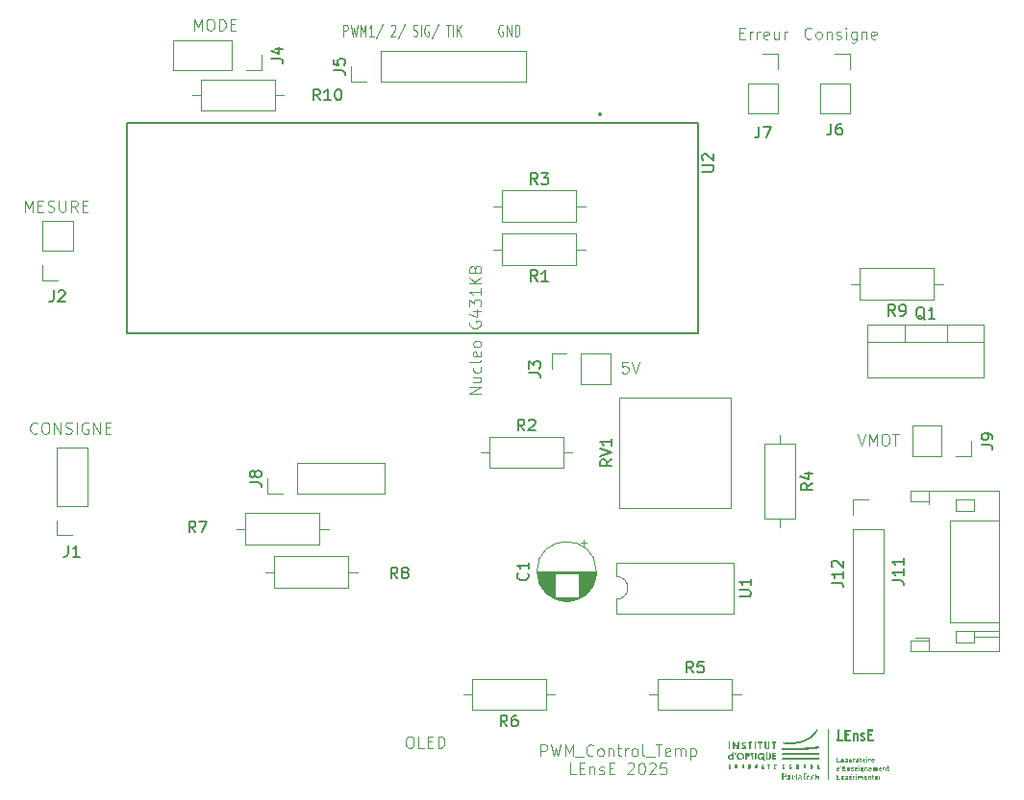
<source format=gbr>
%TF.GenerationSoftware,KiCad,Pcbnew,8.0.0*%
%TF.CreationDate,2025-05-22T18:52:03+02:00*%
%TF.ProjectId,Regul_Temp_L432KC,52656775-6c5f-4546-956d-705f4c343332,rev?*%
%TF.SameCoordinates,Original*%
%TF.FileFunction,Legend,Top*%
%TF.FilePolarity,Positive*%
%FSLAX46Y46*%
G04 Gerber Fmt 4.6, Leading zero omitted, Abs format (unit mm)*
G04 Created by KiCad (PCBNEW 8.0.0) date 2025-05-22 18:52:03*
%MOMM*%
%LPD*%
G01*
G04 APERTURE LIST*
%ADD10C,0.100000*%
%ADD11C,0.150000*%
%ADD12C,0.120000*%
%ADD13C,0.000000*%
%ADD14C,0.127000*%
%ADD15C,0.200000*%
G04 APERTURE END LIST*
D10*
X220954667Y-86550038D02*
X220888000Y-86502419D01*
X220888000Y-86502419D02*
X220788000Y-86502419D01*
X220788000Y-86502419D02*
X220688000Y-86550038D01*
X220688000Y-86550038D02*
X220621334Y-86645276D01*
X220621334Y-86645276D02*
X220588000Y-86740514D01*
X220588000Y-86740514D02*
X220554667Y-86930990D01*
X220554667Y-86930990D02*
X220554667Y-87073847D01*
X220554667Y-87073847D02*
X220588000Y-87264323D01*
X220588000Y-87264323D02*
X220621334Y-87359561D01*
X220621334Y-87359561D02*
X220688000Y-87454800D01*
X220688000Y-87454800D02*
X220788000Y-87502419D01*
X220788000Y-87502419D02*
X220854667Y-87502419D01*
X220854667Y-87502419D02*
X220954667Y-87454800D01*
X220954667Y-87454800D02*
X220988000Y-87407180D01*
X220988000Y-87407180D02*
X220988000Y-87073847D01*
X220988000Y-87073847D02*
X220854667Y-87073847D01*
X221288000Y-87502419D02*
X221288000Y-86502419D01*
X221288000Y-86502419D02*
X221688000Y-87502419D01*
X221688000Y-87502419D02*
X221688000Y-86502419D01*
X222021333Y-87502419D02*
X222021333Y-86502419D01*
X222021333Y-86502419D02*
X222188000Y-86502419D01*
X222188000Y-86502419D02*
X222288000Y-86550038D01*
X222288000Y-86550038D02*
X222354667Y-86645276D01*
X222354667Y-86645276D02*
X222388000Y-86740514D01*
X222388000Y-86740514D02*
X222421333Y-86930990D01*
X222421333Y-86930990D02*
X222421333Y-87073847D01*
X222421333Y-87073847D02*
X222388000Y-87264323D01*
X222388000Y-87264323D02*
X222354667Y-87359561D01*
X222354667Y-87359561D02*
X222288000Y-87454800D01*
X222288000Y-87454800D02*
X222188000Y-87502419D01*
X222188000Y-87502419D02*
X222021333Y-87502419D01*
X206906667Y-87502419D02*
X206906667Y-86502419D01*
X206906667Y-86502419D02*
X207173334Y-86502419D01*
X207173334Y-86502419D02*
X207240001Y-86550038D01*
X207240001Y-86550038D02*
X207273334Y-86597657D01*
X207273334Y-86597657D02*
X207306667Y-86692895D01*
X207306667Y-86692895D02*
X207306667Y-86835752D01*
X207306667Y-86835752D02*
X207273334Y-86930990D01*
X207273334Y-86930990D02*
X207240001Y-86978609D01*
X207240001Y-86978609D02*
X207173334Y-87026228D01*
X207173334Y-87026228D02*
X206906667Y-87026228D01*
X207540001Y-86502419D02*
X207706667Y-87502419D01*
X207706667Y-87502419D02*
X207840001Y-86788133D01*
X207840001Y-86788133D02*
X207973334Y-87502419D01*
X207973334Y-87502419D02*
X208140001Y-86502419D01*
X208406667Y-87502419D02*
X208406667Y-86502419D01*
X208406667Y-86502419D02*
X208640001Y-87216704D01*
X208640001Y-87216704D02*
X208873334Y-86502419D01*
X208873334Y-86502419D02*
X208873334Y-87502419D01*
X209573334Y-87502419D02*
X209173334Y-87502419D01*
X209373334Y-87502419D02*
X209373334Y-86502419D01*
X209373334Y-86502419D02*
X209306667Y-86645276D01*
X209306667Y-86645276D02*
X209240001Y-86740514D01*
X209240001Y-86740514D02*
X209173334Y-86788133D01*
X210373334Y-86454800D02*
X209773334Y-87740514D01*
X211106667Y-86597657D02*
X211140000Y-86550038D01*
X211140000Y-86550038D02*
X211206667Y-86502419D01*
X211206667Y-86502419D02*
X211373334Y-86502419D01*
X211373334Y-86502419D02*
X211440000Y-86550038D01*
X211440000Y-86550038D02*
X211473334Y-86597657D01*
X211473334Y-86597657D02*
X211506667Y-86692895D01*
X211506667Y-86692895D02*
X211506667Y-86788133D01*
X211506667Y-86788133D02*
X211473334Y-86930990D01*
X211473334Y-86930990D02*
X211073334Y-87502419D01*
X211073334Y-87502419D02*
X211506667Y-87502419D01*
X212306667Y-86454800D02*
X211706667Y-87740514D01*
X213040000Y-87454800D02*
X213140000Y-87502419D01*
X213140000Y-87502419D02*
X213306667Y-87502419D01*
X213306667Y-87502419D02*
X213373333Y-87454800D01*
X213373333Y-87454800D02*
X213406667Y-87407180D01*
X213406667Y-87407180D02*
X213440000Y-87311942D01*
X213440000Y-87311942D02*
X213440000Y-87216704D01*
X213440000Y-87216704D02*
X213406667Y-87121466D01*
X213406667Y-87121466D02*
X213373333Y-87073847D01*
X213373333Y-87073847D02*
X213306667Y-87026228D01*
X213306667Y-87026228D02*
X213173333Y-86978609D01*
X213173333Y-86978609D02*
X213106667Y-86930990D01*
X213106667Y-86930990D02*
X213073333Y-86883371D01*
X213073333Y-86883371D02*
X213040000Y-86788133D01*
X213040000Y-86788133D02*
X213040000Y-86692895D01*
X213040000Y-86692895D02*
X213073333Y-86597657D01*
X213073333Y-86597657D02*
X213106667Y-86550038D01*
X213106667Y-86550038D02*
X213173333Y-86502419D01*
X213173333Y-86502419D02*
X213340000Y-86502419D01*
X213340000Y-86502419D02*
X213440000Y-86550038D01*
X213740000Y-87502419D02*
X213740000Y-86502419D01*
X214440000Y-86550038D02*
X214373333Y-86502419D01*
X214373333Y-86502419D02*
X214273333Y-86502419D01*
X214273333Y-86502419D02*
X214173333Y-86550038D01*
X214173333Y-86550038D02*
X214106667Y-86645276D01*
X214106667Y-86645276D02*
X214073333Y-86740514D01*
X214073333Y-86740514D02*
X214040000Y-86930990D01*
X214040000Y-86930990D02*
X214040000Y-87073847D01*
X214040000Y-87073847D02*
X214073333Y-87264323D01*
X214073333Y-87264323D02*
X214106667Y-87359561D01*
X214106667Y-87359561D02*
X214173333Y-87454800D01*
X214173333Y-87454800D02*
X214273333Y-87502419D01*
X214273333Y-87502419D02*
X214340000Y-87502419D01*
X214340000Y-87502419D02*
X214440000Y-87454800D01*
X214440000Y-87454800D02*
X214473333Y-87407180D01*
X214473333Y-87407180D02*
X214473333Y-87073847D01*
X214473333Y-87073847D02*
X214340000Y-87073847D01*
X215273333Y-86454800D02*
X214673333Y-87740514D01*
X215939999Y-86502419D02*
X216339999Y-86502419D01*
X216139999Y-87502419D02*
X216139999Y-86502419D01*
X216573332Y-87502419D02*
X216573332Y-86502419D01*
X216906665Y-87502419D02*
X216906665Y-86502419D01*
X217306665Y-87502419D02*
X217006665Y-86930990D01*
X217306665Y-86502419D02*
X216906665Y-87073847D01*
X248126571Y-87661180D02*
X248078952Y-87708800D01*
X248078952Y-87708800D02*
X247936095Y-87756419D01*
X247936095Y-87756419D02*
X247840857Y-87756419D01*
X247840857Y-87756419D02*
X247698000Y-87708800D01*
X247698000Y-87708800D02*
X247602762Y-87613561D01*
X247602762Y-87613561D02*
X247555143Y-87518323D01*
X247555143Y-87518323D02*
X247507524Y-87327847D01*
X247507524Y-87327847D02*
X247507524Y-87184990D01*
X247507524Y-87184990D02*
X247555143Y-86994514D01*
X247555143Y-86994514D02*
X247602762Y-86899276D01*
X247602762Y-86899276D02*
X247698000Y-86804038D01*
X247698000Y-86804038D02*
X247840857Y-86756419D01*
X247840857Y-86756419D02*
X247936095Y-86756419D01*
X247936095Y-86756419D02*
X248078952Y-86804038D01*
X248078952Y-86804038D02*
X248126571Y-86851657D01*
X248698000Y-87756419D02*
X248602762Y-87708800D01*
X248602762Y-87708800D02*
X248555143Y-87661180D01*
X248555143Y-87661180D02*
X248507524Y-87565942D01*
X248507524Y-87565942D02*
X248507524Y-87280228D01*
X248507524Y-87280228D02*
X248555143Y-87184990D01*
X248555143Y-87184990D02*
X248602762Y-87137371D01*
X248602762Y-87137371D02*
X248698000Y-87089752D01*
X248698000Y-87089752D02*
X248840857Y-87089752D01*
X248840857Y-87089752D02*
X248936095Y-87137371D01*
X248936095Y-87137371D02*
X248983714Y-87184990D01*
X248983714Y-87184990D02*
X249031333Y-87280228D01*
X249031333Y-87280228D02*
X249031333Y-87565942D01*
X249031333Y-87565942D02*
X248983714Y-87661180D01*
X248983714Y-87661180D02*
X248936095Y-87708800D01*
X248936095Y-87708800D02*
X248840857Y-87756419D01*
X248840857Y-87756419D02*
X248698000Y-87756419D01*
X249459905Y-87089752D02*
X249459905Y-87756419D01*
X249459905Y-87184990D02*
X249507524Y-87137371D01*
X249507524Y-87137371D02*
X249602762Y-87089752D01*
X249602762Y-87089752D02*
X249745619Y-87089752D01*
X249745619Y-87089752D02*
X249840857Y-87137371D01*
X249840857Y-87137371D02*
X249888476Y-87232609D01*
X249888476Y-87232609D02*
X249888476Y-87756419D01*
X250317048Y-87708800D02*
X250412286Y-87756419D01*
X250412286Y-87756419D02*
X250602762Y-87756419D01*
X250602762Y-87756419D02*
X250698000Y-87708800D01*
X250698000Y-87708800D02*
X250745619Y-87613561D01*
X250745619Y-87613561D02*
X250745619Y-87565942D01*
X250745619Y-87565942D02*
X250698000Y-87470704D01*
X250698000Y-87470704D02*
X250602762Y-87423085D01*
X250602762Y-87423085D02*
X250459905Y-87423085D01*
X250459905Y-87423085D02*
X250364667Y-87375466D01*
X250364667Y-87375466D02*
X250317048Y-87280228D01*
X250317048Y-87280228D02*
X250317048Y-87232609D01*
X250317048Y-87232609D02*
X250364667Y-87137371D01*
X250364667Y-87137371D02*
X250459905Y-87089752D01*
X250459905Y-87089752D02*
X250602762Y-87089752D01*
X250602762Y-87089752D02*
X250698000Y-87137371D01*
X251174191Y-87756419D02*
X251174191Y-87089752D01*
X251174191Y-86756419D02*
X251126572Y-86804038D01*
X251126572Y-86804038D02*
X251174191Y-86851657D01*
X251174191Y-86851657D02*
X251221810Y-86804038D01*
X251221810Y-86804038D02*
X251174191Y-86756419D01*
X251174191Y-86756419D02*
X251174191Y-86851657D01*
X252078952Y-87089752D02*
X252078952Y-87899276D01*
X252078952Y-87899276D02*
X252031333Y-87994514D01*
X252031333Y-87994514D02*
X251983714Y-88042133D01*
X251983714Y-88042133D02*
X251888476Y-88089752D01*
X251888476Y-88089752D02*
X251745619Y-88089752D01*
X251745619Y-88089752D02*
X251650381Y-88042133D01*
X252078952Y-87708800D02*
X251983714Y-87756419D01*
X251983714Y-87756419D02*
X251793238Y-87756419D01*
X251793238Y-87756419D02*
X251698000Y-87708800D01*
X251698000Y-87708800D02*
X251650381Y-87661180D01*
X251650381Y-87661180D02*
X251602762Y-87565942D01*
X251602762Y-87565942D02*
X251602762Y-87280228D01*
X251602762Y-87280228D02*
X251650381Y-87184990D01*
X251650381Y-87184990D02*
X251698000Y-87137371D01*
X251698000Y-87137371D02*
X251793238Y-87089752D01*
X251793238Y-87089752D02*
X251983714Y-87089752D01*
X251983714Y-87089752D02*
X252078952Y-87137371D01*
X252555143Y-87089752D02*
X252555143Y-87756419D01*
X252555143Y-87184990D02*
X252602762Y-87137371D01*
X252602762Y-87137371D02*
X252698000Y-87089752D01*
X252698000Y-87089752D02*
X252840857Y-87089752D01*
X252840857Y-87089752D02*
X252936095Y-87137371D01*
X252936095Y-87137371D02*
X252983714Y-87232609D01*
X252983714Y-87232609D02*
X252983714Y-87756419D01*
X253840857Y-87708800D02*
X253745619Y-87756419D01*
X253745619Y-87756419D02*
X253555143Y-87756419D01*
X253555143Y-87756419D02*
X253459905Y-87708800D01*
X253459905Y-87708800D02*
X253412286Y-87613561D01*
X253412286Y-87613561D02*
X253412286Y-87232609D01*
X253412286Y-87232609D02*
X253459905Y-87137371D01*
X253459905Y-87137371D02*
X253555143Y-87089752D01*
X253555143Y-87089752D02*
X253745619Y-87089752D01*
X253745619Y-87089752D02*
X253840857Y-87137371D01*
X253840857Y-87137371D02*
X253888476Y-87232609D01*
X253888476Y-87232609D02*
X253888476Y-87327847D01*
X253888476Y-87327847D02*
X253412286Y-87423085D01*
X241816190Y-87232609D02*
X242149523Y-87232609D01*
X242292380Y-87756419D02*
X241816190Y-87756419D01*
X241816190Y-87756419D02*
X241816190Y-86756419D01*
X241816190Y-86756419D02*
X242292380Y-86756419D01*
X242720952Y-87756419D02*
X242720952Y-87089752D01*
X242720952Y-87280228D02*
X242768571Y-87184990D01*
X242768571Y-87184990D02*
X242816190Y-87137371D01*
X242816190Y-87137371D02*
X242911428Y-87089752D01*
X242911428Y-87089752D02*
X243006666Y-87089752D01*
X243340000Y-87756419D02*
X243340000Y-87089752D01*
X243340000Y-87280228D02*
X243387619Y-87184990D01*
X243387619Y-87184990D02*
X243435238Y-87137371D01*
X243435238Y-87137371D02*
X243530476Y-87089752D01*
X243530476Y-87089752D02*
X243625714Y-87089752D01*
X244340000Y-87708800D02*
X244244762Y-87756419D01*
X244244762Y-87756419D02*
X244054286Y-87756419D01*
X244054286Y-87756419D02*
X243959048Y-87708800D01*
X243959048Y-87708800D02*
X243911429Y-87613561D01*
X243911429Y-87613561D02*
X243911429Y-87232609D01*
X243911429Y-87232609D02*
X243959048Y-87137371D01*
X243959048Y-87137371D02*
X244054286Y-87089752D01*
X244054286Y-87089752D02*
X244244762Y-87089752D01*
X244244762Y-87089752D02*
X244340000Y-87137371D01*
X244340000Y-87137371D02*
X244387619Y-87232609D01*
X244387619Y-87232609D02*
X244387619Y-87327847D01*
X244387619Y-87327847D02*
X243911429Y-87423085D01*
X245244762Y-87089752D02*
X245244762Y-87756419D01*
X244816191Y-87089752D02*
X244816191Y-87613561D01*
X244816191Y-87613561D02*
X244863810Y-87708800D01*
X244863810Y-87708800D02*
X244959048Y-87756419D01*
X244959048Y-87756419D02*
X245101905Y-87756419D01*
X245101905Y-87756419D02*
X245197143Y-87708800D01*
X245197143Y-87708800D02*
X245244762Y-87661180D01*
X245720953Y-87756419D02*
X245720953Y-87089752D01*
X245720953Y-87280228D02*
X245768572Y-87184990D01*
X245768572Y-87184990D02*
X245816191Y-87137371D01*
X245816191Y-87137371D02*
X245911429Y-87089752D01*
X245911429Y-87089752D02*
X246006667Y-87089752D01*
X252190476Y-122570419D02*
X252523809Y-123570419D01*
X252523809Y-123570419D02*
X252857142Y-122570419D01*
X253190476Y-123570419D02*
X253190476Y-122570419D01*
X253190476Y-122570419D02*
X253523809Y-123284704D01*
X253523809Y-123284704D02*
X253857142Y-122570419D01*
X253857142Y-122570419D02*
X253857142Y-123570419D01*
X254523809Y-122570419D02*
X254714285Y-122570419D01*
X254714285Y-122570419D02*
X254809523Y-122618038D01*
X254809523Y-122618038D02*
X254904761Y-122713276D01*
X254904761Y-122713276D02*
X254952380Y-122903752D01*
X254952380Y-122903752D02*
X254952380Y-123237085D01*
X254952380Y-123237085D02*
X254904761Y-123427561D01*
X254904761Y-123427561D02*
X254809523Y-123522800D01*
X254809523Y-123522800D02*
X254714285Y-123570419D01*
X254714285Y-123570419D02*
X254523809Y-123570419D01*
X254523809Y-123570419D02*
X254428571Y-123522800D01*
X254428571Y-123522800D02*
X254333333Y-123427561D01*
X254333333Y-123427561D02*
X254285714Y-123237085D01*
X254285714Y-123237085D02*
X254285714Y-122903752D01*
X254285714Y-122903752D02*
X254333333Y-122713276D01*
X254333333Y-122713276D02*
X254428571Y-122618038D01*
X254428571Y-122618038D02*
X254523809Y-122570419D01*
X255238095Y-122570419D02*
X255809523Y-122570419D01*
X255523809Y-123570419D02*
X255523809Y-122570419D01*
X212669619Y-149240419D02*
X212860095Y-149240419D01*
X212860095Y-149240419D02*
X212955333Y-149288038D01*
X212955333Y-149288038D02*
X213050571Y-149383276D01*
X213050571Y-149383276D02*
X213098190Y-149573752D01*
X213098190Y-149573752D02*
X213098190Y-149907085D01*
X213098190Y-149907085D02*
X213050571Y-150097561D01*
X213050571Y-150097561D02*
X212955333Y-150192800D01*
X212955333Y-150192800D02*
X212860095Y-150240419D01*
X212860095Y-150240419D02*
X212669619Y-150240419D01*
X212669619Y-150240419D02*
X212574381Y-150192800D01*
X212574381Y-150192800D02*
X212479143Y-150097561D01*
X212479143Y-150097561D02*
X212431524Y-149907085D01*
X212431524Y-149907085D02*
X212431524Y-149573752D01*
X212431524Y-149573752D02*
X212479143Y-149383276D01*
X212479143Y-149383276D02*
X212574381Y-149288038D01*
X212574381Y-149288038D02*
X212669619Y-149240419D01*
X214002952Y-150240419D02*
X213526762Y-150240419D01*
X213526762Y-150240419D02*
X213526762Y-149240419D01*
X214336286Y-149716609D02*
X214669619Y-149716609D01*
X214812476Y-150240419D02*
X214336286Y-150240419D01*
X214336286Y-150240419D02*
X214336286Y-149240419D01*
X214336286Y-149240419D02*
X214812476Y-149240419D01*
X215241048Y-150240419D02*
X215241048Y-149240419D01*
X215241048Y-149240419D02*
X215479143Y-149240419D01*
X215479143Y-149240419D02*
X215622000Y-149288038D01*
X215622000Y-149288038D02*
X215717238Y-149383276D01*
X215717238Y-149383276D02*
X215764857Y-149478514D01*
X215764857Y-149478514D02*
X215812476Y-149668990D01*
X215812476Y-149668990D02*
X215812476Y-149811847D01*
X215812476Y-149811847D02*
X215764857Y-150002323D01*
X215764857Y-150002323D02*
X215717238Y-150097561D01*
X215717238Y-150097561D02*
X215622000Y-150192800D01*
X215622000Y-150192800D02*
X215479143Y-150240419D01*
X215479143Y-150240419D02*
X215241048Y-150240419D01*
X179951428Y-122459180D02*
X179903809Y-122506800D01*
X179903809Y-122506800D02*
X179760952Y-122554419D01*
X179760952Y-122554419D02*
X179665714Y-122554419D01*
X179665714Y-122554419D02*
X179522857Y-122506800D01*
X179522857Y-122506800D02*
X179427619Y-122411561D01*
X179427619Y-122411561D02*
X179380000Y-122316323D01*
X179380000Y-122316323D02*
X179332381Y-122125847D01*
X179332381Y-122125847D02*
X179332381Y-121982990D01*
X179332381Y-121982990D02*
X179380000Y-121792514D01*
X179380000Y-121792514D02*
X179427619Y-121697276D01*
X179427619Y-121697276D02*
X179522857Y-121602038D01*
X179522857Y-121602038D02*
X179665714Y-121554419D01*
X179665714Y-121554419D02*
X179760952Y-121554419D01*
X179760952Y-121554419D02*
X179903809Y-121602038D01*
X179903809Y-121602038D02*
X179951428Y-121649657D01*
X180570476Y-121554419D02*
X180760952Y-121554419D01*
X180760952Y-121554419D02*
X180856190Y-121602038D01*
X180856190Y-121602038D02*
X180951428Y-121697276D01*
X180951428Y-121697276D02*
X180999047Y-121887752D01*
X180999047Y-121887752D02*
X180999047Y-122221085D01*
X180999047Y-122221085D02*
X180951428Y-122411561D01*
X180951428Y-122411561D02*
X180856190Y-122506800D01*
X180856190Y-122506800D02*
X180760952Y-122554419D01*
X180760952Y-122554419D02*
X180570476Y-122554419D01*
X180570476Y-122554419D02*
X180475238Y-122506800D01*
X180475238Y-122506800D02*
X180380000Y-122411561D01*
X180380000Y-122411561D02*
X180332381Y-122221085D01*
X180332381Y-122221085D02*
X180332381Y-121887752D01*
X180332381Y-121887752D02*
X180380000Y-121697276D01*
X180380000Y-121697276D02*
X180475238Y-121602038D01*
X180475238Y-121602038D02*
X180570476Y-121554419D01*
X181427619Y-122554419D02*
X181427619Y-121554419D01*
X181427619Y-121554419D02*
X181999047Y-122554419D01*
X181999047Y-122554419D02*
X181999047Y-121554419D01*
X182427619Y-122506800D02*
X182570476Y-122554419D01*
X182570476Y-122554419D02*
X182808571Y-122554419D01*
X182808571Y-122554419D02*
X182903809Y-122506800D01*
X182903809Y-122506800D02*
X182951428Y-122459180D01*
X182951428Y-122459180D02*
X182999047Y-122363942D01*
X182999047Y-122363942D02*
X182999047Y-122268704D01*
X182999047Y-122268704D02*
X182951428Y-122173466D01*
X182951428Y-122173466D02*
X182903809Y-122125847D01*
X182903809Y-122125847D02*
X182808571Y-122078228D01*
X182808571Y-122078228D02*
X182618095Y-122030609D01*
X182618095Y-122030609D02*
X182522857Y-121982990D01*
X182522857Y-121982990D02*
X182475238Y-121935371D01*
X182475238Y-121935371D02*
X182427619Y-121840133D01*
X182427619Y-121840133D02*
X182427619Y-121744895D01*
X182427619Y-121744895D02*
X182475238Y-121649657D01*
X182475238Y-121649657D02*
X182522857Y-121602038D01*
X182522857Y-121602038D02*
X182618095Y-121554419D01*
X182618095Y-121554419D02*
X182856190Y-121554419D01*
X182856190Y-121554419D02*
X182999047Y-121602038D01*
X183427619Y-122554419D02*
X183427619Y-121554419D01*
X184427618Y-121602038D02*
X184332380Y-121554419D01*
X184332380Y-121554419D02*
X184189523Y-121554419D01*
X184189523Y-121554419D02*
X184046666Y-121602038D01*
X184046666Y-121602038D02*
X183951428Y-121697276D01*
X183951428Y-121697276D02*
X183903809Y-121792514D01*
X183903809Y-121792514D02*
X183856190Y-121982990D01*
X183856190Y-121982990D02*
X183856190Y-122125847D01*
X183856190Y-122125847D02*
X183903809Y-122316323D01*
X183903809Y-122316323D02*
X183951428Y-122411561D01*
X183951428Y-122411561D02*
X184046666Y-122506800D01*
X184046666Y-122506800D02*
X184189523Y-122554419D01*
X184189523Y-122554419D02*
X184284761Y-122554419D01*
X184284761Y-122554419D02*
X184427618Y-122506800D01*
X184427618Y-122506800D02*
X184475237Y-122459180D01*
X184475237Y-122459180D02*
X184475237Y-122125847D01*
X184475237Y-122125847D02*
X184284761Y-122125847D01*
X184903809Y-122554419D02*
X184903809Y-121554419D01*
X184903809Y-121554419D02*
X185475237Y-122554419D01*
X185475237Y-122554419D02*
X185475237Y-121554419D01*
X185951428Y-122030609D02*
X186284761Y-122030609D01*
X186427618Y-122554419D02*
X185951428Y-122554419D01*
X185951428Y-122554419D02*
X185951428Y-121554419D01*
X185951428Y-121554419D02*
X186427618Y-121554419D01*
X178871905Y-102996419D02*
X178871905Y-101996419D01*
X178871905Y-101996419D02*
X179205238Y-102710704D01*
X179205238Y-102710704D02*
X179538571Y-101996419D01*
X179538571Y-101996419D02*
X179538571Y-102996419D01*
X180014762Y-102472609D02*
X180348095Y-102472609D01*
X180490952Y-102996419D02*
X180014762Y-102996419D01*
X180014762Y-102996419D02*
X180014762Y-101996419D01*
X180014762Y-101996419D02*
X180490952Y-101996419D01*
X180871905Y-102948800D02*
X181014762Y-102996419D01*
X181014762Y-102996419D02*
X181252857Y-102996419D01*
X181252857Y-102996419D02*
X181348095Y-102948800D01*
X181348095Y-102948800D02*
X181395714Y-102901180D01*
X181395714Y-102901180D02*
X181443333Y-102805942D01*
X181443333Y-102805942D02*
X181443333Y-102710704D01*
X181443333Y-102710704D02*
X181395714Y-102615466D01*
X181395714Y-102615466D02*
X181348095Y-102567847D01*
X181348095Y-102567847D02*
X181252857Y-102520228D01*
X181252857Y-102520228D02*
X181062381Y-102472609D01*
X181062381Y-102472609D02*
X180967143Y-102424990D01*
X180967143Y-102424990D02*
X180919524Y-102377371D01*
X180919524Y-102377371D02*
X180871905Y-102282133D01*
X180871905Y-102282133D02*
X180871905Y-102186895D01*
X180871905Y-102186895D02*
X180919524Y-102091657D01*
X180919524Y-102091657D02*
X180967143Y-102044038D01*
X180967143Y-102044038D02*
X181062381Y-101996419D01*
X181062381Y-101996419D02*
X181300476Y-101996419D01*
X181300476Y-101996419D02*
X181443333Y-102044038D01*
X181871905Y-101996419D02*
X181871905Y-102805942D01*
X181871905Y-102805942D02*
X181919524Y-102901180D01*
X181919524Y-102901180D02*
X181967143Y-102948800D01*
X181967143Y-102948800D02*
X182062381Y-102996419D01*
X182062381Y-102996419D02*
X182252857Y-102996419D01*
X182252857Y-102996419D02*
X182348095Y-102948800D01*
X182348095Y-102948800D02*
X182395714Y-102901180D01*
X182395714Y-102901180D02*
X182443333Y-102805942D01*
X182443333Y-102805942D02*
X182443333Y-101996419D01*
X183490952Y-102996419D02*
X183157619Y-102520228D01*
X182919524Y-102996419D02*
X182919524Y-101996419D01*
X182919524Y-101996419D02*
X183300476Y-101996419D01*
X183300476Y-101996419D02*
X183395714Y-102044038D01*
X183395714Y-102044038D02*
X183443333Y-102091657D01*
X183443333Y-102091657D02*
X183490952Y-102186895D01*
X183490952Y-102186895D02*
X183490952Y-102329752D01*
X183490952Y-102329752D02*
X183443333Y-102424990D01*
X183443333Y-102424990D02*
X183395714Y-102472609D01*
X183395714Y-102472609D02*
X183300476Y-102520228D01*
X183300476Y-102520228D02*
X182919524Y-102520228D01*
X183919524Y-102472609D02*
X184252857Y-102472609D01*
X184395714Y-102996419D02*
X183919524Y-102996419D01*
X183919524Y-102996419D02*
X183919524Y-101996419D01*
X183919524Y-101996419D02*
X184395714Y-101996419D01*
X231965523Y-116220419D02*
X231489333Y-116220419D01*
X231489333Y-116220419D02*
X231441714Y-116696609D01*
X231441714Y-116696609D02*
X231489333Y-116648990D01*
X231489333Y-116648990D02*
X231584571Y-116601371D01*
X231584571Y-116601371D02*
X231822666Y-116601371D01*
X231822666Y-116601371D02*
X231917904Y-116648990D01*
X231917904Y-116648990D02*
X231965523Y-116696609D01*
X231965523Y-116696609D02*
X232013142Y-116791847D01*
X232013142Y-116791847D02*
X232013142Y-117029942D01*
X232013142Y-117029942D02*
X231965523Y-117125180D01*
X231965523Y-117125180D02*
X231917904Y-117172800D01*
X231917904Y-117172800D02*
X231822666Y-117220419D01*
X231822666Y-117220419D02*
X231584571Y-117220419D01*
X231584571Y-117220419D02*
X231489333Y-117172800D01*
X231489333Y-117172800D02*
X231441714Y-117125180D01*
X232298857Y-116220419D02*
X232632190Y-117220419D01*
X232632190Y-117220419D02*
X232965523Y-116220419D01*
X193770476Y-86994419D02*
X193770476Y-85994419D01*
X193770476Y-85994419D02*
X194103809Y-86708704D01*
X194103809Y-86708704D02*
X194437142Y-85994419D01*
X194437142Y-85994419D02*
X194437142Y-86994419D01*
X195103809Y-85994419D02*
X195294285Y-85994419D01*
X195294285Y-85994419D02*
X195389523Y-86042038D01*
X195389523Y-86042038D02*
X195484761Y-86137276D01*
X195484761Y-86137276D02*
X195532380Y-86327752D01*
X195532380Y-86327752D02*
X195532380Y-86661085D01*
X195532380Y-86661085D02*
X195484761Y-86851561D01*
X195484761Y-86851561D02*
X195389523Y-86946800D01*
X195389523Y-86946800D02*
X195294285Y-86994419D01*
X195294285Y-86994419D02*
X195103809Y-86994419D01*
X195103809Y-86994419D02*
X195008571Y-86946800D01*
X195008571Y-86946800D02*
X194913333Y-86851561D01*
X194913333Y-86851561D02*
X194865714Y-86661085D01*
X194865714Y-86661085D02*
X194865714Y-86327752D01*
X194865714Y-86327752D02*
X194913333Y-86137276D01*
X194913333Y-86137276D02*
X195008571Y-86042038D01*
X195008571Y-86042038D02*
X195103809Y-85994419D01*
X195960952Y-86994419D02*
X195960952Y-85994419D01*
X195960952Y-85994419D02*
X196199047Y-85994419D01*
X196199047Y-85994419D02*
X196341904Y-86042038D01*
X196341904Y-86042038D02*
X196437142Y-86137276D01*
X196437142Y-86137276D02*
X196484761Y-86232514D01*
X196484761Y-86232514D02*
X196532380Y-86422990D01*
X196532380Y-86422990D02*
X196532380Y-86565847D01*
X196532380Y-86565847D02*
X196484761Y-86756323D01*
X196484761Y-86756323D02*
X196437142Y-86851561D01*
X196437142Y-86851561D02*
X196341904Y-86946800D01*
X196341904Y-86946800D02*
X196199047Y-86994419D01*
X196199047Y-86994419D02*
X195960952Y-86994419D01*
X196960952Y-86470609D02*
X197294285Y-86470609D01*
X197437142Y-86994419D02*
X196960952Y-86994419D01*
X196960952Y-86994419D02*
X196960952Y-85994419D01*
X196960952Y-85994419D02*
X197437142Y-85994419D01*
X224290475Y-150962475D02*
X224290475Y-149962475D01*
X224290475Y-149962475D02*
X224671427Y-149962475D01*
X224671427Y-149962475D02*
X224766665Y-150010094D01*
X224766665Y-150010094D02*
X224814284Y-150057713D01*
X224814284Y-150057713D02*
X224861903Y-150152951D01*
X224861903Y-150152951D02*
X224861903Y-150295808D01*
X224861903Y-150295808D02*
X224814284Y-150391046D01*
X224814284Y-150391046D02*
X224766665Y-150438665D01*
X224766665Y-150438665D02*
X224671427Y-150486284D01*
X224671427Y-150486284D02*
X224290475Y-150486284D01*
X225195237Y-149962475D02*
X225433332Y-150962475D01*
X225433332Y-150962475D02*
X225623808Y-150248189D01*
X225623808Y-150248189D02*
X225814284Y-150962475D01*
X225814284Y-150962475D02*
X226052380Y-149962475D01*
X226433332Y-150962475D02*
X226433332Y-149962475D01*
X226433332Y-149962475D02*
X226766665Y-150676760D01*
X226766665Y-150676760D02*
X227099998Y-149962475D01*
X227099998Y-149962475D02*
X227099998Y-150962475D01*
X227338094Y-151057713D02*
X228099998Y-151057713D01*
X228909522Y-150867236D02*
X228861903Y-150914856D01*
X228861903Y-150914856D02*
X228719046Y-150962475D01*
X228719046Y-150962475D02*
X228623808Y-150962475D01*
X228623808Y-150962475D02*
X228480951Y-150914856D01*
X228480951Y-150914856D02*
X228385713Y-150819617D01*
X228385713Y-150819617D02*
X228338094Y-150724379D01*
X228338094Y-150724379D02*
X228290475Y-150533903D01*
X228290475Y-150533903D02*
X228290475Y-150391046D01*
X228290475Y-150391046D02*
X228338094Y-150200570D01*
X228338094Y-150200570D02*
X228385713Y-150105332D01*
X228385713Y-150105332D02*
X228480951Y-150010094D01*
X228480951Y-150010094D02*
X228623808Y-149962475D01*
X228623808Y-149962475D02*
X228719046Y-149962475D01*
X228719046Y-149962475D02*
X228861903Y-150010094D01*
X228861903Y-150010094D02*
X228909522Y-150057713D01*
X229480951Y-150962475D02*
X229385713Y-150914856D01*
X229385713Y-150914856D02*
X229338094Y-150867236D01*
X229338094Y-150867236D02*
X229290475Y-150771998D01*
X229290475Y-150771998D02*
X229290475Y-150486284D01*
X229290475Y-150486284D02*
X229338094Y-150391046D01*
X229338094Y-150391046D02*
X229385713Y-150343427D01*
X229385713Y-150343427D02*
X229480951Y-150295808D01*
X229480951Y-150295808D02*
X229623808Y-150295808D01*
X229623808Y-150295808D02*
X229719046Y-150343427D01*
X229719046Y-150343427D02*
X229766665Y-150391046D01*
X229766665Y-150391046D02*
X229814284Y-150486284D01*
X229814284Y-150486284D02*
X229814284Y-150771998D01*
X229814284Y-150771998D02*
X229766665Y-150867236D01*
X229766665Y-150867236D02*
X229719046Y-150914856D01*
X229719046Y-150914856D02*
X229623808Y-150962475D01*
X229623808Y-150962475D02*
X229480951Y-150962475D01*
X230242856Y-150295808D02*
X230242856Y-150962475D01*
X230242856Y-150391046D02*
X230290475Y-150343427D01*
X230290475Y-150343427D02*
X230385713Y-150295808D01*
X230385713Y-150295808D02*
X230528570Y-150295808D01*
X230528570Y-150295808D02*
X230623808Y-150343427D01*
X230623808Y-150343427D02*
X230671427Y-150438665D01*
X230671427Y-150438665D02*
X230671427Y-150962475D01*
X231004761Y-150295808D02*
X231385713Y-150295808D01*
X231147618Y-149962475D02*
X231147618Y-150819617D01*
X231147618Y-150819617D02*
X231195237Y-150914856D01*
X231195237Y-150914856D02*
X231290475Y-150962475D01*
X231290475Y-150962475D02*
X231385713Y-150962475D01*
X231719047Y-150962475D02*
X231719047Y-150295808D01*
X231719047Y-150486284D02*
X231766666Y-150391046D01*
X231766666Y-150391046D02*
X231814285Y-150343427D01*
X231814285Y-150343427D02*
X231909523Y-150295808D01*
X231909523Y-150295808D02*
X232004761Y-150295808D01*
X232480952Y-150962475D02*
X232385714Y-150914856D01*
X232385714Y-150914856D02*
X232338095Y-150867236D01*
X232338095Y-150867236D02*
X232290476Y-150771998D01*
X232290476Y-150771998D02*
X232290476Y-150486284D01*
X232290476Y-150486284D02*
X232338095Y-150391046D01*
X232338095Y-150391046D02*
X232385714Y-150343427D01*
X232385714Y-150343427D02*
X232480952Y-150295808D01*
X232480952Y-150295808D02*
X232623809Y-150295808D01*
X232623809Y-150295808D02*
X232719047Y-150343427D01*
X232719047Y-150343427D02*
X232766666Y-150391046D01*
X232766666Y-150391046D02*
X232814285Y-150486284D01*
X232814285Y-150486284D02*
X232814285Y-150771998D01*
X232814285Y-150771998D02*
X232766666Y-150867236D01*
X232766666Y-150867236D02*
X232719047Y-150914856D01*
X232719047Y-150914856D02*
X232623809Y-150962475D01*
X232623809Y-150962475D02*
X232480952Y-150962475D01*
X233385714Y-150962475D02*
X233290476Y-150914856D01*
X233290476Y-150914856D02*
X233242857Y-150819617D01*
X233242857Y-150819617D02*
X233242857Y-149962475D01*
X233528572Y-151057713D02*
X234290476Y-151057713D01*
X234385715Y-149962475D02*
X234957143Y-149962475D01*
X234671429Y-150962475D02*
X234671429Y-149962475D01*
X235671429Y-150914856D02*
X235576191Y-150962475D01*
X235576191Y-150962475D02*
X235385715Y-150962475D01*
X235385715Y-150962475D02*
X235290477Y-150914856D01*
X235290477Y-150914856D02*
X235242858Y-150819617D01*
X235242858Y-150819617D02*
X235242858Y-150438665D01*
X235242858Y-150438665D02*
X235290477Y-150343427D01*
X235290477Y-150343427D02*
X235385715Y-150295808D01*
X235385715Y-150295808D02*
X235576191Y-150295808D01*
X235576191Y-150295808D02*
X235671429Y-150343427D01*
X235671429Y-150343427D02*
X235719048Y-150438665D01*
X235719048Y-150438665D02*
X235719048Y-150533903D01*
X235719048Y-150533903D02*
X235242858Y-150629141D01*
X236147620Y-150962475D02*
X236147620Y-150295808D01*
X236147620Y-150391046D02*
X236195239Y-150343427D01*
X236195239Y-150343427D02*
X236290477Y-150295808D01*
X236290477Y-150295808D02*
X236433334Y-150295808D01*
X236433334Y-150295808D02*
X236528572Y-150343427D01*
X236528572Y-150343427D02*
X236576191Y-150438665D01*
X236576191Y-150438665D02*
X236576191Y-150962475D01*
X236576191Y-150438665D02*
X236623810Y-150343427D01*
X236623810Y-150343427D02*
X236719048Y-150295808D01*
X236719048Y-150295808D02*
X236861905Y-150295808D01*
X236861905Y-150295808D02*
X236957144Y-150343427D01*
X236957144Y-150343427D02*
X237004763Y-150438665D01*
X237004763Y-150438665D02*
X237004763Y-150962475D01*
X237480953Y-150295808D02*
X237480953Y-151295808D01*
X237480953Y-150343427D02*
X237576191Y-150295808D01*
X237576191Y-150295808D02*
X237766667Y-150295808D01*
X237766667Y-150295808D02*
X237861905Y-150343427D01*
X237861905Y-150343427D02*
X237909524Y-150391046D01*
X237909524Y-150391046D02*
X237957143Y-150486284D01*
X237957143Y-150486284D02*
X237957143Y-150771998D01*
X237957143Y-150771998D02*
X237909524Y-150867236D01*
X237909524Y-150867236D02*
X237861905Y-150914856D01*
X237861905Y-150914856D02*
X237766667Y-150962475D01*
X237766667Y-150962475D02*
X237576191Y-150962475D01*
X237576191Y-150962475D02*
X237480953Y-150914856D01*
X227361904Y-152572419D02*
X226885714Y-152572419D01*
X226885714Y-152572419D02*
X226885714Y-151572419D01*
X227695238Y-152048609D02*
X228028571Y-152048609D01*
X228171428Y-152572419D02*
X227695238Y-152572419D01*
X227695238Y-152572419D02*
X227695238Y-151572419D01*
X227695238Y-151572419D02*
X228171428Y-151572419D01*
X228600000Y-151905752D02*
X228600000Y-152572419D01*
X228600000Y-152000990D02*
X228647619Y-151953371D01*
X228647619Y-151953371D02*
X228742857Y-151905752D01*
X228742857Y-151905752D02*
X228885714Y-151905752D01*
X228885714Y-151905752D02*
X228980952Y-151953371D01*
X228980952Y-151953371D02*
X229028571Y-152048609D01*
X229028571Y-152048609D02*
X229028571Y-152572419D01*
X229457143Y-152524800D02*
X229552381Y-152572419D01*
X229552381Y-152572419D02*
X229742857Y-152572419D01*
X229742857Y-152572419D02*
X229838095Y-152524800D01*
X229838095Y-152524800D02*
X229885714Y-152429561D01*
X229885714Y-152429561D02*
X229885714Y-152381942D01*
X229885714Y-152381942D02*
X229838095Y-152286704D01*
X229838095Y-152286704D02*
X229742857Y-152239085D01*
X229742857Y-152239085D02*
X229600000Y-152239085D01*
X229600000Y-152239085D02*
X229504762Y-152191466D01*
X229504762Y-152191466D02*
X229457143Y-152096228D01*
X229457143Y-152096228D02*
X229457143Y-152048609D01*
X229457143Y-152048609D02*
X229504762Y-151953371D01*
X229504762Y-151953371D02*
X229600000Y-151905752D01*
X229600000Y-151905752D02*
X229742857Y-151905752D01*
X229742857Y-151905752D02*
X229838095Y-151953371D01*
X230314286Y-152048609D02*
X230647619Y-152048609D01*
X230790476Y-152572419D02*
X230314286Y-152572419D01*
X230314286Y-152572419D02*
X230314286Y-151572419D01*
X230314286Y-151572419D02*
X230790476Y-151572419D01*
X231933334Y-151667657D02*
X231980953Y-151620038D01*
X231980953Y-151620038D02*
X232076191Y-151572419D01*
X232076191Y-151572419D02*
X232314286Y-151572419D01*
X232314286Y-151572419D02*
X232409524Y-151620038D01*
X232409524Y-151620038D02*
X232457143Y-151667657D01*
X232457143Y-151667657D02*
X232504762Y-151762895D01*
X232504762Y-151762895D02*
X232504762Y-151858133D01*
X232504762Y-151858133D02*
X232457143Y-152000990D01*
X232457143Y-152000990D02*
X231885715Y-152572419D01*
X231885715Y-152572419D02*
X232504762Y-152572419D01*
X233123810Y-151572419D02*
X233219048Y-151572419D01*
X233219048Y-151572419D02*
X233314286Y-151620038D01*
X233314286Y-151620038D02*
X233361905Y-151667657D01*
X233361905Y-151667657D02*
X233409524Y-151762895D01*
X233409524Y-151762895D02*
X233457143Y-151953371D01*
X233457143Y-151953371D02*
X233457143Y-152191466D01*
X233457143Y-152191466D02*
X233409524Y-152381942D01*
X233409524Y-152381942D02*
X233361905Y-152477180D01*
X233361905Y-152477180D02*
X233314286Y-152524800D01*
X233314286Y-152524800D02*
X233219048Y-152572419D01*
X233219048Y-152572419D02*
X233123810Y-152572419D01*
X233123810Y-152572419D02*
X233028572Y-152524800D01*
X233028572Y-152524800D02*
X232980953Y-152477180D01*
X232980953Y-152477180D02*
X232933334Y-152381942D01*
X232933334Y-152381942D02*
X232885715Y-152191466D01*
X232885715Y-152191466D02*
X232885715Y-151953371D01*
X232885715Y-151953371D02*
X232933334Y-151762895D01*
X232933334Y-151762895D02*
X232980953Y-151667657D01*
X232980953Y-151667657D02*
X233028572Y-151620038D01*
X233028572Y-151620038D02*
X233123810Y-151572419D01*
X233838096Y-151667657D02*
X233885715Y-151620038D01*
X233885715Y-151620038D02*
X233980953Y-151572419D01*
X233980953Y-151572419D02*
X234219048Y-151572419D01*
X234219048Y-151572419D02*
X234314286Y-151620038D01*
X234314286Y-151620038D02*
X234361905Y-151667657D01*
X234361905Y-151667657D02*
X234409524Y-151762895D01*
X234409524Y-151762895D02*
X234409524Y-151858133D01*
X234409524Y-151858133D02*
X234361905Y-152000990D01*
X234361905Y-152000990D02*
X233790477Y-152572419D01*
X233790477Y-152572419D02*
X234409524Y-152572419D01*
X235314286Y-151572419D02*
X234838096Y-151572419D01*
X234838096Y-151572419D02*
X234790477Y-152048609D01*
X234790477Y-152048609D02*
X234838096Y-152000990D01*
X234838096Y-152000990D02*
X234933334Y-151953371D01*
X234933334Y-151953371D02*
X235171429Y-151953371D01*
X235171429Y-151953371D02*
X235266667Y-152000990D01*
X235266667Y-152000990D02*
X235314286Y-152048609D01*
X235314286Y-152048609D02*
X235361905Y-152143847D01*
X235361905Y-152143847D02*
X235361905Y-152381942D01*
X235361905Y-152381942D02*
X235314286Y-152477180D01*
X235314286Y-152477180D02*
X235266667Y-152524800D01*
X235266667Y-152524800D02*
X235171429Y-152572419D01*
X235171429Y-152572419D02*
X234933334Y-152572419D01*
X234933334Y-152572419D02*
X234838096Y-152524800D01*
X234838096Y-152524800D02*
X234790477Y-152477180D01*
X219022419Y-119046115D02*
X218022419Y-119046115D01*
X218022419Y-119046115D02*
X219022419Y-118474687D01*
X219022419Y-118474687D02*
X218022419Y-118474687D01*
X218355752Y-117569925D02*
X219022419Y-117569925D01*
X218355752Y-117998496D02*
X218879561Y-117998496D01*
X218879561Y-117998496D02*
X218974800Y-117950877D01*
X218974800Y-117950877D02*
X219022419Y-117855639D01*
X219022419Y-117855639D02*
X219022419Y-117712782D01*
X219022419Y-117712782D02*
X218974800Y-117617544D01*
X218974800Y-117617544D02*
X218927180Y-117569925D01*
X218974800Y-116665163D02*
X219022419Y-116760401D01*
X219022419Y-116760401D02*
X219022419Y-116950877D01*
X219022419Y-116950877D02*
X218974800Y-117046115D01*
X218974800Y-117046115D02*
X218927180Y-117093734D01*
X218927180Y-117093734D02*
X218831942Y-117141353D01*
X218831942Y-117141353D02*
X218546228Y-117141353D01*
X218546228Y-117141353D02*
X218450990Y-117093734D01*
X218450990Y-117093734D02*
X218403371Y-117046115D01*
X218403371Y-117046115D02*
X218355752Y-116950877D01*
X218355752Y-116950877D02*
X218355752Y-116760401D01*
X218355752Y-116760401D02*
X218403371Y-116665163D01*
X219022419Y-116093734D02*
X218974800Y-116188972D01*
X218974800Y-116188972D02*
X218879561Y-116236591D01*
X218879561Y-116236591D02*
X218022419Y-116236591D01*
X218974800Y-115331829D02*
X219022419Y-115427067D01*
X219022419Y-115427067D02*
X219022419Y-115617543D01*
X219022419Y-115617543D02*
X218974800Y-115712781D01*
X218974800Y-115712781D02*
X218879561Y-115760400D01*
X218879561Y-115760400D02*
X218498609Y-115760400D01*
X218498609Y-115760400D02*
X218403371Y-115712781D01*
X218403371Y-115712781D02*
X218355752Y-115617543D01*
X218355752Y-115617543D02*
X218355752Y-115427067D01*
X218355752Y-115427067D02*
X218403371Y-115331829D01*
X218403371Y-115331829D02*
X218498609Y-115284210D01*
X218498609Y-115284210D02*
X218593847Y-115284210D01*
X218593847Y-115284210D02*
X218689085Y-115760400D01*
X219022419Y-114712781D02*
X218974800Y-114808019D01*
X218974800Y-114808019D02*
X218927180Y-114855638D01*
X218927180Y-114855638D02*
X218831942Y-114903257D01*
X218831942Y-114903257D02*
X218546228Y-114903257D01*
X218546228Y-114903257D02*
X218450990Y-114855638D01*
X218450990Y-114855638D02*
X218403371Y-114808019D01*
X218403371Y-114808019D02*
X218355752Y-114712781D01*
X218355752Y-114712781D02*
X218355752Y-114569924D01*
X218355752Y-114569924D02*
X218403371Y-114474686D01*
X218403371Y-114474686D02*
X218450990Y-114427067D01*
X218450990Y-114427067D02*
X218546228Y-114379448D01*
X218546228Y-114379448D02*
X218831942Y-114379448D01*
X218831942Y-114379448D02*
X218927180Y-114427067D01*
X218927180Y-114427067D02*
X218974800Y-114474686D01*
X218974800Y-114474686D02*
X219022419Y-114569924D01*
X219022419Y-114569924D02*
X219022419Y-114712781D01*
X218070038Y-112665162D02*
X218022419Y-112760400D01*
X218022419Y-112760400D02*
X218022419Y-112903257D01*
X218022419Y-112903257D02*
X218070038Y-113046114D01*
X218070038Y-113046114D02*
X218165276Y-113141352D01*
X218165276Y-113141352D02*
X218260514Y-113188971D01*
X218260514Y-113188971D02*
X218450990Y-113236590D01*
X218450990Y-113236590D02*
X218593847Y-113236590D01*
X218593847Y-113236590D02*
X218784323Y-113188971D01*
X218784323Y-113188971D02*
X218879561Y-113141352D01*
X218879561Y-113141352D02*
X218974800Y-113046114D01*
X218974800Y-113046114D02*
X219022419Y-112903257D01*
X219022419Y-112903257D02*
X219022419Y-112808019D01*
X219022419Y-112808019D02*
X218974800Y-112665162D01*
X218974800Y-112665162D02*
X218927180Y-112617543D01*
X218927180Y-112617543D02*
X218593847Y-112617543D01*
X218593847Y-112617543D02*
X218593847Y-112808019D01*
X218355752Y-111760400D02*
X219022419Y-111760400D01*
X217974800Y-111998495D02*
X218689085Y-112236590D01*
X218689085Y-112236590D02*
X218689085Y-111617543D01*
X218022419Y-111331828D02*
X218022419Y-110712781D01*
X218022419Y-110712781D02*
X218403371Y-111046114D01*
X218403371Y-111046114D02*
X218403371Y-110903257D01*
X218403371Y-110903257D02*
X218450990Y-110808019D01*
X218450990Y-110808019D02*
X218498609Y-110760400D01*
X218498609Y-110760400D02*
X218593847Y-110712781D01*
X218593847Y-110712781D02*
X218831942Y-110712781D01*
X218831942Y-110712781D02*
X218927180Y-110760400D01*
X218927180Y-110760400D02*
X218974800Y-110808019D01*
X218974800Y-110808019D02*
X219022419Y-110903257D01*
X219022419Y-110903257D02*
X219022419Y-111188971D01*
X219022419Y-111188971D02*
X218974800Y-111284209D01*
X218974800Y-111284209D02*
X218927180Y-111331828D01*
X219022419Y-109760400D02*
X219022419Y-110331828D01*
X219022419Y-110046114D02*
X218022419Y-110046114D01*
X218022419Y-110046114D02*
X218165276Y-110141352D01*
X218165276Y-110141352D02*
X218260514Y-110236590D01*
X218260514Y-110236590D02*
X218308133Y-110331828D01*
X219022419Y-109331828D02*
X218022419Y-109331828D01*
X219022419Y-108760400D02*
X218450990Y-109188971D01*
X218022419Y-108760400D02*
X218593847Y-109331828D01*
X218498609Y-107998495D02*
X218546228Y-107855638D01*
X218546228Y-107855638D02*
X218593847Y-107808019D01*
X218593847Y-107808019D02*
X218689085Y-107760400D01*
X218689085Y-107760400D02*
X218831942Y-107760400D01*
X218831942Y-107760400D02*
X218927180Y-107808019D01*
X218927180Y-107808019D02*
X218974800Y-107855638D01*
X218974800Y-107855638D02*
X219022419Y-107950876D01*
X219022419Y-107950876D02*
X219022419Y-108331828D01*
X219022419Y-108331828D02*
X218022419Y-108331828D01*
X218022419Y-108331828D02*
X218022419Y-107998495D01*
X218022419Y-107998495D02*
X218070038Y-107903257D01*
X218070038Y-107903257D02*
X218117657Y-107855638D01*
X218117657Y-107855638D02*
X218212895Y-107808019D01*
X218212895Y-107808019D02*
X218308133Y-107808019D01*
X218308133Y-107808019D02*
X218403371Y-107855638D01*
X218403371Y-107855638D02*
X218450990Y-107903257D01*
X218450990Y-107903257D02*
X218498609Y-107998495D01*
X218498609Y-107998495D02*
X218498609Y-108331828D01*
D11*
X263082819Y-123523333D02*
X263797104Y-123523333D01*
X263797104Y-123523333D02*
X263939961Y-123570952D01*
X263939961Y-123570952D02*
X264035200Y-123666190D01*
X264035200Y-123666190D02*
X264082819Y-123809047D01*
X264082819Y-123809047D02*
X264082819Y-123904285D01*
X264082819Y-122999523D02*
X264082819Y-122809047D01*
X264082819Y-122809047D02*
X264035200Y-122713809D01*
X264035200Y-122713809D02*
X263987580Y-122666190D01*
X263987580Y-122666190D02*
X263844723Y-122570952D01*
X263844723Y-122570952D02*
X263654247Y-122523333D01*
X263654247Y-122523333D02*
X263273295Y-122523333D01*
X263273295Y-122523333D02*
X263178057Y-122570952D01*
X263178057Y-122570952D02*
X263130438Y-122618571D01*
X263130438Y-122618571D02*
X263082819Y-122713809D01*
X263082819Y-122713809D02*
X263082819Y-122904285D01*
X263082819Y-122904285D02*
X263130438Y-122999523D01*
X263130438Y-122999523D02*
X263178057Y-123047142D01*
X263178057Y-123047142D02*
X263273295Y-123094761D01*
X263273295Y-123094761D02*
X263511390Y-123094761D01*
X263511390Y-123094761D02*
X263606628Y-123047142D01*
X263606628Y-123047142D02*
X263654247Y-122999523D01*
X263654247Y-122999523D02*
X263701866Y-122904285D01*
X263701866Y-122904285D02*
X263701866Y-122713809D01*
X263701866Y-122713809D02*
X263654247Y-122618571D01*
X263654247Y-122618571D02*
X263606628Y-122570952D01*
X263606628Y-122570952D02*
X263511390Y-122523333D01*
X181403666Y-109920819D02*
X181403666Y-110635104D01*
X181403666Y-110635104D02*
X181356047Y-110777961D01*
X181356047Y-110777961D02*
X181260809Y-110873200D01*
X181260809Y-110873200D02*
X181117952Y-110920819D01*
X181117952Y-110920819D02*
X181022714Y-110920819D01*
X181832238Y-110016057D02*
X181879857Y-109968438D01*
X181879857Y-109968438D02*
X181975095Y-109920819D01*
X181975095Y-109920819D02*
X182213190Y-109920819D01*
X182213190Y-109920819D02*
X182308428Y-109968438D01*
X182308428Y-109968438D02*
X182356047Y-110016057D01*
X182356047Y-110016057D02*
X182403666Y-110111295D01*
X182403666Y-110111295D02*
X182403666Y-110206533D01*
X182403666Y-110206533D02*
X182356047Y-110349390D01*
X182356047Y-110349390D02*
X181784619Y-110920819D01*
X181784619Y-110920819D02*
X182403666Y-110920819D01*
X255222819Y-135476523D02*
X255937104Y-135476523D01*
X255937104Y-135476523D02*
X256079961Y-135524142D01*
X256079961Y-135524142D02*
X256175200Y-135619380D01*
X256175200Y-135619380D02*
X256222819Y-135762237D01*
X256222819Y-135762237D02*
X256222819Y-135857475D01*
X256222819Y-134476523D02*
X256222819Y-135047951D01*
X256222819Y-134762237D02*
X255222819Y-134762237D01*
X255222819Y-134762237D02*
X255365676Y-134857475D01*
X255365676Y-134857475D02*
X255460914Y-134952713D01*
X255460914Y-134952713D02*
X255508533Y-135047951D01*
X256222819Y-133524142D02*
X256222819Y-134095570D01*
X256222819Y-133809856D02*
X255222819Y-133809856D01*
X255222819Y-133809856D02*
X255365676Y-133905094D01*
X255365676Y-133905094D02*
X255460914Y-134000332D01*
X255460914Y-134000332D02*
X255508533Y-134095570D01*
X249856666Y-95212819D02*
X249856666Y-95927104D01*
X249856666Y-95927104D02*
X249809047Y-96069961D01*
X249809047Y-96069961D02*
X249713809Y-96165200D01*
X249713809Y-96165200D02*
X249570952Y-96212819D01*
X249570952Y-96212819D02*
X249475714Y-96212819D01*
X250761428Y-95212819D02*
X250570952Y-95212819D01*
X250570952Y-95212819D02*
X250475714Y-95260438D01*
X250475714Y-95260438D02*
X250428095Y-95308057D01*
X250428095Y-95308057D02*
X250332857Y-95450914D01*
X250332857Y-95450914D02*
X250285238Y-95641390D01*
X250285238Y-95641390D02*
X250285238Y-96022342D01*
X250285238Y-96022342D02*
X250332857Y-96117580D01*
X250332857Y-96117580D02*
X250380476Y-96165200D01*
X250380476Y-96165200D02*
X250475714Y-96212819D01*
X250475714Y-96212819D02*
X250666190Y-96212819D01*
X250666190Y-96212819D02*
X250761428Y-96165200D01*
X250761428Y-96165200D02*
X250809047Y-96117580D01*
X250809047Y-96117580D02*
X250856666Y-96022342D01*
X250856666Y-96022342D02*
X250856666Y-95784247D01*
X250856666Y-95784247D02*
X250809047Y-95689009D01*
X250809047Y-95689009D02*
X250761428Y-95641390D01*
X250761428Y-95641390D02*
X250666190Y-95593771D01*
X250666190Y-95593771D02*
X250475714Y-95593771D01*
X250475714Y-95593771D02*
X250380476Y-95641390D01*
X250380476Y-95641390D02*
X250332857Y-95689009D01*
X250332857Y-95689009D02*
X250285238Y-95784247D01*
X255484333Y-112171819D02*
X255151000Y-111695628D01*
X254912905Y-112171819D02*
X254912905Y-111171819D01*
X254912905Y-111171819D02*
X255293857Y-111171819D01*
X255293857Y-111171819D02*
X255389095Y-111219438D01*
X255389095Y-111219438D02*
X255436714Y-111267057D01*
X255436714Y-111267057D02*
X255484333Y-111362295D01*
X255484333Y-111362295D02*
X255484333Y-111505152D01*
X255484333Y-111505152D02*
X255436714Y-111600390D01*
X255436714Y-111600390D02*
X255389095Y-111648009D01*
X255389095Y-111648009D02*
X255293857Y-111695628D01*
X255293857Y-111695628D02*
X254912905Y-111695628D01*
X255960524Y-112171819D02*
X256151000Y-112171819D01*
X256151000Y-112171819D02*
X256246238Y-112124200D01*
X256246238Y-112124200D02*
X256293857Y-112076580D01*
X256293857Y-112076580D02*
X256389095Y-111933723D01*
X256389095Y-111933723D02*
X256436714Y-111743247D01*
X256436714Y-111743247D02*
X256436714Y-111362295D01*
X256436714Y-111362295D02*
X256389095Y-111267057D01*
X256389095Y-111267057D02*
X256341476Y-111219438D01*
X256341476Y-111219438D02*
X256246238Y-111171819D01*
X256246238Y-111171819D02*
X256055762Y-111171819D01*
X256055762Y-111171819D02*
X255960524Y-111219438D01*
X255960524Y-111219438D02*
X255912905Y-111267057D01*
X255912905Y-111267057D02*
X255865286Y-111362295D01*
X255865286Y-111362295D02*
X255865286Y-111600390D01*
X255865286Y-111600390D02*
X255912905Y-111695628D01*
X255912905Y-111695628D02*
X255960524Y-111743247D01*
X255960524Y-111743247D02*
X256055762Y-111790866D01*
X256055762Y-111790866D02*
X256246238Y-111790866D01*
X256246238Y-111790866D02*
X256341476Y-111743247D01*
X256341476Y-111743247D02*
X256389095Y-111695628D01*
X256389095Y-111695628D02*
X256436714Y-111600390D01*
X258095761Y-112485057D02*
X258000523Y-112437438D01*
X258000523Y-112437438D02*
X257905285Y-112342200D01*
X257905285Y-112342200D02*
X257762428Y-112199342D01*
X257762428Y-112199342D02*
X257667190Y-112151723D01*
X257667190Y-112151723D02*
X257571952Y-112151723D01*
X257619571Y-112389819D02*
X257524333Y-112342200D01*
X257524333Y-112342200D02*
X257429095Y-112246961D01*
X257429095Y-112246961D02*
X257381476Y-112056485D01*
X257381476Y-112056485D02*
X257381476Y-111723152D01*
X257381476Y-111723152D02*
X257429095Y-111532676D01*
X257429095Y-111532676D02*
X257524333Y-111437438D01*
X257524333Y-111437438D02*
X257619571Y-111389819D01*
X257619571Y-111389819D02*
X257810047Y-111389819D01*
X257810047Y-111389819D02*
X257905285Y-111437438D01*
X257905285Y-111437438D02*
X258000523Y-111532676D01*
X258000523Y-111532676D02*
X258048142Y-111723152D01*
X258048142Y-111723152D02*
X258048142Y-112056485D01*
X258048142Y-112056485D02*
X258000523Y-112246961D01*
X258000523Y-112246961D02*
X257905285Y-112342200D01*
X257905285Y-112342200D02*
X257810047Y-112389819D01*
X257810047Y-112389819D02*
X257619571Y-112389819D01*
X259000523Y-112389819D02*
X258429095Y-112389819D01*
X258714809Y-112389819D02*
X258714809Y-111389819D01*
X258714809Y-111389819D02*
X258619571Y-111532676D01*
X258619571Y-111532676D02*
X258524333Y-111627914D01*
X258524333Y-111627914D02*
X258429095Y-111675533D01*
X223988333Y-100573819D02*
X223655000Y-100097628D01*
X223416905Y-100573819D02*
X223416905Y-99573819D01*
X223416905Y-99573819D02*
X223797857Y-99573819D01*
X223797857Y-99573819D02*
X223893095Y-99621438D01*
X223893095Y-99621438D02*
X223940714Y-99669057D01*
X223940714Y-99669057D02*
X223988333Y-99764295D01*
X223988333Y-99764295D02*
X223988333Y-99907152D01*
X223988333Y-99907152D02*
X223940714Y-100002390D01*
X223940714Y-100002390D02*
X223893095Y-100050009D01*
X223893095Y-100050009D02*
X223797857Y-100097628D01*
X223797857Y-100097628D02*
X223416905Y-100097628D01*
X224321667Y-99573819D02*
X224940714Y-99573819D01*
X224940714Y-99573819D02*
X224607381Y-99954771D01*
X224607381Y-99954771D02*
X224750238Y-99954771D01*
X224750238Y-99954771D02*
X224845476Y-100002390D01*
X224845476Y-100002390D02*
X224893095Y-100050009D01*
X224893095Y-100050009D02*
X224940714Y-100145247D01*
X224940714Y-100145247D02*
X224940714Y-100383342D01*
X224940714Y-100383342D02*
X224893095Y-100478580D01*
X224893095Y-100478580D02*
X224845476Y-100526200D01*
X224845476Y-100526200D02*
X224750238Y-100573819D01*
X224750238Y-100573819D02*
X224464524Y-100573819D01*
X224464524Y-100573819D02*
X224369286Y-100526200D01*
X224369286Y-100526200D02*
X224321667Y-100478580D01*
X223117580Y-134856438D02*
X223165200Y-134904057D01*
X223165200Y-134904057D02*
X223212819Y-135046914D01*
X223212819Y-135046914D02*
X223212819Y-135142152D01*
X223212819Y-135142152D02*
X223165200Y-135285009D01*
X223165200Y-135285009D02*
X223069961Y-135380247D01*
X223069961Y-135380247D02*
X222974723Y-135427866D01*
X222974723Y-135427866D02*
X222784247Y-135475485D01*
X222784247Y-135475485D02*
X222641390Y-135475485D01*
X222641390Y-135475485D02*
X222450914Y-135427866D01*
X222450914Y-135427866D02*
X222355676Y-135380247D01*
X222355676Y-135380247D02*
X222260438Y-135285009D01*
X222260438Y-135285009D02*
X222212819Y-135142152D01*
X222212819Y-135142152D02*
X222212819Y-135046914D01*
X222212819Y-135046914D02*
X222260438Y-134904057D01*
X222260438Y-134904057D02*
X222308057Y-134856438D01*
X223212819Y-133904057D02*
X223212819Y-134475485D01*
X223212819Y-134189771D02*
X222212819Y-134189771D01*
X222212819Y-134189771D02*
X222355676Y-134285009D01*
X222355676Y-134285009D02*
X222450914Y-134380247D01*
X222450914Y-134380247D02*
X222498533Y-134475485D01*
X241770819Y-136905904D02*
X242580342Y-136905904D01*
X242580342Y-136905904D02*
X242675580Y-136858285D01*
X242675580Y-136858285D02*
X242723200Y-136810666D01*
X242723200Y-136810666D02*
X242770819Y-136715428D01*
X242770819Y-136715428D02*
X242770819Y-136524952D01*
X242770819Y-136524952D02*
X242723200Y-136429714D01*
X242723200Y-136429714D02*
X242675580Y-136382095D01*
X242675580Y-136382095D02*
X242580342Y-136334476D01*
X242580342Y-136334476D02*
X241770819Y-136334476D01*
X242770819Y-135334476D02*
X242770819Y-135905904D01*
X242770819Y-135620190D02*
X241770819Y-135620190D01*
X241770819Y-135620190D02*
X241913676Y-135715428D01*
X241913676Y-135715428D02*
X242008914Y-135810666D01*
X242008914Y-135810666D02*
X242056533Y-135905904D01*
X193889333Y-131264819D02*
X193556000Y-130788628D01*
X193317905Y-131264819D02*
X193317905Y-130264819D01*
X193317905Y-130264819D02*
X193698857Y-130264819D01*
X193698857Y-130264819D02*
X193794095Y-130312438D01*
X193794095Y-130312438D02*
X193841714Y-130360057D01*
X193841714Y-130360057D02*
X193889333Y-130455295D01*
X193889333Y-130455295D02*
X193889333Y-130598152D01*
X193889333Y-130598152D02*
X193841714Y-130693390D01*
X193841714Y-130693390D02*
X193794095Y-130741009D01*
X193794095Y-130741009D02*
X193698857Y-130788628D01*
X193698857Y-130788628D02*
X193317905Y-130788628D01*
X194222667Y-130264819D02*
X194889333Y-130264819D01*
X194889333Y-130264819D02*
X194460762Y-131264819D01*
X230532819Y-124816238D02*
X230056628Y-125149571D01*
X230532819Y-125387666D02*
X229532819Y-125387666D01*
X229532819Y-125387666D02*
X229532819Y-125006714D01*
X229532819Y-125006714D02*
X229580438Y-124911476D01*
X229580438Y-124911476D02*
X229628057Y-124863857D01*
X229628057Y-124863857D02*
X229723295Y-124816238D01*
X229723295Y-124816238D02*
X229866152Y-124816238D01*
X229866152Y-124816238D02*
X229961390Y-124863857D01*
X229961390Y-124863857D02*
X230009009Y-124911476D01*
X230009009Y-124911476D02*
X230056628Y-125006714D01*
X230056628Y-125006714D02*
X230056628Y-125387666D01*
X229532819Y-124530523D02*
X230532819Y-124197190D01*
X230532819Y-124197190D02*
X229532819Y-123863857D01*
X230532819Y-123006714D02*
X230532819Y-123578142D01*
X230532819Y-123292428D02*
X229532819Y-123292428D01*
X229532819Y-123292428D02*
X229675676Y-123387666D01*
X229675676Y-123387666D02*
X229770914Y-123482904D01*
X229770914Y-123482904D02*
X229818533Y-123578142D01*
X223988333Y-109123819D02*
X223655000Y-108647628D01*
X223416905Y-109123819D02*
X223416905Y-108123819D01*
X223416905Y-108123819D02*
X223797857Y-108123819D01*
X223797857Y-108123819D02*
X223893095Y-108171438D01*
X223893095Y-108171438D02*
X223940714Y-108219057D01*
X223940714Y-108219057D02*
X223988333Y-108314295D01*
X223988333Y-108314295D02*
X223988333Y-108457152D01*
X223988333Y-108457152D02*
X223940714Y-108552390D01*
X223940714Y-108552390D02*
X223893095Y-108600009D01*
X223893095Y-108600009D02*
X223797857Y-108647628D01*
X223797857Y-108647628D02*
X223416905Y-108647628D01*
X224940714Y-109123819D02*
X224369286Y-109123819D01*
X224655000Y-109123819D02*
X224655000Y-108123819D01*
X224655000Y-108123819D02*
X224559762Y-108266676D01*
X224559762Y-108266676D02*
X224464524Y-108361914D01*
X224464524Y-108361914D02*
X224369286Y-108409533D01*
X238509819Y-99440904D02*
X239319342Y-99440904D01*
X239319342Y-99440904D02*
X239414580Y-99393285D01*
X239414580Y-99393285D02*
X239462200Y-99345666D01*
X239462200Y-99345666D02*
X239509819Y-99250428D01*
X239509819Y-99250428D02*
X239509819Y-99059952D01*
X239509819Y-99059952D02*
X239462200Y-98964714D01*
X239462200Y-98964714D02*
X239414580Y-98917095D01*
X239414580Y-98917095D02*
X239319342Y-98869476D01*
X239319342Y-98869476D02*
X238509819Y-98869476D01*
X238605057Y-98440904D02*
X238557438Y-98393285D01*
X238557438Y-98393285D02*
X238509819Y-98298047D01*
X238509819Y-98298047D02*
X238509819Y-98059952D01*
X238509819Y-98059952D02*
X238557438Y-97964714D01*
X238557438Y-97964714D02*
X238605057Y-97917095D01*
X238605057Y-97917095D02*
X238700295Y-97869476D01*
X238700295Y-97869476D02*
X238795533Y-97869476D01*
X238795533Y-97869476D02*
X238938390Y-97917095D01*
X238938390Y-97917095D02*
X239509819Y-98488523D01*
X239509819Y-98488523D02*
X239509819Y-97869476D01*
X200583819Y-89512333D02*
X201298104Y-89512333D01*
X201298104Y-89512333D02*
X201440961Y-89559952D01*
X201440961Y-89559952D02*
X201536200Y-89655190D01*
X201536200Y-89655190D02*
X201583819Y-89798047D01*
X201583819Y-89798047D02*
X201583819Y-89893285D01*
X200917152Y-88607571D02*
X201583819Y-88607571D01*
X200536200Y-88845666D02*
X201250485Y-89083761D01*
X201250485Y-89083761D02*
X201250485Y-88464714D01*
X223252819Y-117173333D02*
X223967104Y-117173333D01*
X223967104Y-117173333D02*
X224109961Y-117220952D01*
X224109961Y-117220952D02*
X224205200Y-117316190D01*
X224205200Y-117316190D02*
X224252819Y-117459047D01*
X224252819Y-117459047D02*
X224252819Y-117554285D01*
X223252819Y-116792380D02*
X223252819Y-116173333D01*
X223252819Y-116173333D02*
X223633771Y-116506666D01*
X223633771Y-116506666D02*
X223633771Y-116363809D01*
X223633771Y-116363809D02*
X223681390Y-116268571D01*
X223681390Y-116268571D02*
X223729009Y-116220952D01*
X223729009Y-116220952D02*
X223824247Y-116173333D01*
X223824247Y-116173333D02*
X224062342Y-116173333D01*
X224062342Y-116173333D02*
X224157580Y-116220952D01*
X224157580Y-116220952D02*
X224205200Y-116268571D01*
X224205200Y-116268571D02*
X224252819Y-116363809D01*
X224252819Y-116363809D02*
X224252819Y-116649523D01*
X224252819Y-116649523D02*
X224205200Y-116744761D01*
X224205200Y-116744761D02*
X224157580Y-116792380D01*
X237704333Y-143626819D02*
X237371000Y-143150628D01*
X237132905Y-143626819D02*
X237132905Y-142626819D01*
X237132905Y-142626819D02*
X237513857Y-142626819D01*
X237513857Y-142626819D02*
X237609095Y-142674438D01*
X237609095Y-142674438D02*
X237656714Y-142722057D01*
X237656714Y-142722057D02*
X237704333Y-142817295D01*
X237704333Y-142817295D02*
X237704333Y-142960152D01*
X237704333Y-142960152D02*
X237656714Y-143055390D01*
X237656714Y-143055390D02*
X237609095Y-143103009D01*
X237609095Y-143103009D02*
X237513857Y-143150628D01*
X237513857Y-143150628D02*
X237132905Y-143150628D01*
X238609095Y-142626819D02*
X238132905Y-142626819D01*
X238132905Y-142626819D02*
X238085286Y-143103009D01*
X238085286Y-143103009D02*
X238132905Y-143055390D01*
X238132905Y-143055390D02*
X238228143Y-143007771D01*
X238228143Y-143007771D02*
X238466238Y-143007771D01*
X238466238Y-143007771D02*
X238561476Y-143055390D01*
X238561476Y-143055390D02*
X238609095Y-143103009D01*
X238609095Y-143103009D02*
X238656714Y-143198247D01*
X238656714Y-143198247D02*
X238656714Y-143436342D01*
X238656714Y-143436342D02*
X238609095Y-143531580D01*
X238609095Y-143531580D02*
X238561476Y-143579200D01*
X238561476Y-143579200D02*
X238466238Y-143626819D01*
X238466238Y-143626819D02*
X238228143Y-143626819D01*
X238228143Y-143626819D02*
X238132905Y-143579200D01*
X238132905Y-143579200D02*
X238085286Y-143531580D01*
X198673819Y-126825333D02*
X199388104Y-126825333D01*
X199388104Y-126825333D02*
X199530961Y-126872952D01*
X199530961Y-126872952D02*
X199626200Y-126968190D01*
X199626200Y-126968190D02*
X199673819Y-127111047D01*
X199673819Y-127111047D02*
X199673819Y-127206285D01*
X199102390Y-126206285D02*
X199054771Y-126301523D01*
X199054771Y-126301523D02*
X199007152Y-126349142D01*
X199007152Y-126349142D02*
X198911914Y-126396761D01*
X198911914Y-126396761D02*
X198864295Y-126396761D01*
X198864295Y-126396761D02*
X198769057Y-126349142D01*
X198769057Y-126349142D02*
X198721438Y-126301523D01*
X198721438Y-126301523D02*
X198673819Y-126206285D01*
X198673819Y-126206285D02*
X198673819Y-126015809D01*
X198673819Y-126015809D02*
X198721438Y-125920571D01*
X198721438Y-125920571D02*
X198769057Y-125872952D01*
X198769057Y-125872952D02*
X198864295Y-125825333D01*
X198864295Y-125825333D02*
X198911914Y-125825333D01*
X198911914Y-125825333D02*
X199007152Y-125872952D01*
X199007152Y-125872952D02*
X199054771Y-125920571D01*
X199054771Y-125920571D02*
X199102390Y-126015809D01*
X199102390Y-126015809D02*
X199102390Y-126206285D01*
X199102390Y-126206285D02*
X199150009Y-126301523D01*
X199150009Y-126301523D02*
X199197628Y-126349142D01*
X199197628Y-126349142D02*
X199292866Y-126396761D01*
X199292866Y-126396761D02*
X199483342Y-126396761D01*
X199483342Y-126396761D02*
X199578580Y-126349142D01*
X199578580Y-126349142D02*
X199626200Y-126301523D01*
X199626200Y-126301523D02*
X199673819Y-126206285D01*
X199673819Y-126206285D02*
X199673819Y-126015809D01*
X199673819Y-126015809D02*
X199626200Y-125920571D01*
X199626200Y-125920571D02*
X199578580Y-125872952D01*
X199578580Y-125872952D02*
X199483342Y-125825333D01*
X199483342Y-125825333D02*
X199292866Y-125825333D01*
X199292866Y-125825333D02*
X199197628Y-125872952D01*
X199197628Y-125872952D02*
X199150009Y-125920571D01*
X199150009Y-125920571D02*
X199102390Y-126015809D01*
X249898819Y-135683523D02*
X250613104Y-135683523D01*
X250613104Y-135683523D02*
X250755961Y-135731142D01*
X250755961Y-135731142D02*
X250851200Y-135826380D01*
X250851200Y-135826380D02*
X250898819Y-135969237D01*
X250898819Y-135969237D02*
X250898819Y-136064475D01*
X250898819Y-134683523D02*
X250898819Y-135254951D01*
X250898819Y-134969237D02*
X249898819Y-134969237D01*
X249898819Y-134969237D02*
X250041676Y-135064475D01*
X250041676Y-135064475D02*
X250136914Y-135159713D01*
X250136914Y-135159713D02*
X250184533Y-135254951D01*
X249994057Y-134302570D02*
X249946438Y-134254951D01*
X249946438Y-134254951D02*
X249898819Y-134159713D01*
X249898819Y-134159713D02*
X249898819Y-133921618D01*
X249898819Y-133921618D02*
X249946438Y-133826380D01*
X249946438Y-133826380D02*
X249994057Y-133778761D01*
X249994057Y-133778761D02*
X250089295Y-133731142D01*
X250089295Y-133731142D02*
X250184533Y-133731142D01*
X250184533Y-133731142D02*
X250327390Y-133778761D01*
X250327390Y-133778761D02*
X250898819Y-134350189D01*
X250898819Y-134350189D02*
X250898819Y-133731142D01*
X206039819Y-90503333D02*
X206754104Y-90503333D01*
X206754104Y-90503333D02*
X206896961Y-90550952D01*
X206896961Y-90550952D02*
X206992200Y-90646190D01*
X206992200Y-90646190D02*
X207039819Y-90789047D01*
X207039819Y-90789047D02*
X207039819Y-90884285D01*
X206039819Y-89550952D02*
X206039819Y-90027142D01*
X206039819Y-90027142D02*
X206516009Y-90074761D01*
X206516009Y-90074761D02*
X206468390Y-90027142D01*
X206468390Y-90027142D02*
X206420771Y-89931904D01*
X206420771Y-89931904D02*
X206420771Y-89693809D01*
X206420771Y-89693809D02*
X206468390Y-89598571D01*
X206468390Y-89598571D02*
X206516009Y-89550952D01*
X206516009Y-89550952D02*
X206611247Y-89503333D01*
X206611247Y-89503333D02*
X206849342Y-89503333D01*
X206849342Y-89503333D02*
X206944580Y-89550952D01*
X206944580Y-89550952D02*
X206992200Y-89598571D01*
X206992200Y-89598571D02*
X207039819Y-89693809D01*
X207039819Y-89693809D02*
X207039819Y-89931904D01*
X207039819Y-89931904D02*
X206992200Y-90027142D01*
X206992200Y-90027142D02*
X206944580Y-90074761D01*
X222845333Y-122290819D02*
X222512000Y-121814628D01*
X222273905Y-122290819D02*
X222273905Y-121290819D01*
X222273905Y-121290819D02*
X222654857Y-121290819D01*
X222654857Y-121290819D02*
X222750095Y-121338438D01*
X222750095Y-121338438D02*
X222797714Y-121386057D01*
X222797714Y-121386057D02*
X222845333Y-121481295D01*
X222845333Y-121481295D02*
X222845333Y-121624152D01*
X222845333Y-121624152D02*
X222797714Y-121719390D01*
X222797714Y-121719390D02*
X222750095Y-121767009D01*
X222750095Y-121767009D02*
X222654857Y-121814628D01*
X222654857Y-121814628D02*
X222273905Y-121814628D01*
X223226286Y-121386057D02*
X223273905Y-121338438D01*
X223273905Y-121338438D02*
X223369143Y-121290819D01*
X223369143Y-121290819D02*
X223607238Y-121290819D01*
X223607238Y-121290819D02*
X223702476Y-121338438D01*
X223702476Y-121338438D02*
X223750095Y-121386057D01*
X223750095Y-121386057D02*
X223797714Y-121481295D01*
X223797714Y-121481295D02*
X223797714Y-121576533D01*
X223797714Y-121576533D02*
X223750095Y-121719390D01*
X223750095Y-121719390D02*
X223178667Y-122290819D01*
X223178667Y-122290819D02*
X223797714Y-122290819D01*
X211669333Y-135328819D02*
X211336000Y-134852628D01*
X211097905Y-135328819D02*
X211097905Y-134328819D01*
X211097905Y-134328819D02*
X211478857Y-134328819D01*
X211478857Y-134328819D02*
X211574095Y-134376438D01*
X211574095Y-134376438D02*
X211621714Y-134424057D01*
X211621714Y-134424057D02*
X211669333Y-134519295D01*
X211669333Y-134519295D02*
X211669333Y-134662152D01*
X211669333Y-134662152D02*
X211621714Y-134757390D01*
X211621714Y-134757390D02*
X211574095Y-134805009D01*
X211574095Y-134805009D02*
X211478857Y-134852628D01*
X211478857Y-134852628D02*
X211097905Y-134852628D01*
X212240762Y-134757390D02*
X212145524Y-134709771D01*
X212145524Y-134709771D02*
X212097905Y-134662152D01*
X212097905Y-134662152D02*
X212050286Y-134566914D01*
X212050286Y-134566914D02*
X212050286Y-134519295D01*
X212050286Y-134519295D02*
X212097905Y-134424057D01*
X212097905Y-134424057D02*
X212145524Y-134376438D01*
X212145524Y-134376438D02*
X212240762Y-134328819D01*
X212240762Y-134328819D02*
X212431238Y-134328819D01*
X212431238Y-134328819D02*
X212526476Y-134376438D01*
X212526476Y-134376438D02*
X212574095Y-134424057D01*
X212574095Y-134424057D02*
X212621714Y-134519295D01*
X212621714Y-134519295D02*
X212621714Y-134566914D01*
X212621714Y-134566914D02*
X212574095Y-134662152D01*
X212574095Y-134662152D02*
X212526476Y-134709771D01*
X212526476Y-134709771D02*
X212431238Y-134757390D01*
X212431238Y-134757390D02*
X212240762Y-134757390D01*
X212240762Y-134757390D02*
X212145524Y-134805009D01*
X212145524Y-134805009D02*
X212097905Y-134852628D01*
X212097905Y-134852628D02*
X212050286Y-134947866D01*
X212050286Y-134947866D02*
X212050286Y-135138342D01*
X212050286Y-135138342D02*
X212097905Y-135233580D01*
X212097905Y-135233580D02*
X212145524Y-135281200D01*
X212145524Y-135281200D02*
X212240762Y-135328819D01*
X212240762Y-135328819D02*
X212431238Y-135328819D01*
X212431238Y-135328819D02*
X212526476Y-135281200D01*
X212526476Y-135281200D02*
X212574095Y-135233580D01*
X212574095Y-135233580D02*
X212621714Y-135138342D01*
X212621714Y-135138342D02*
X212621714Y-134947866D01*
X212621714Y-134947866D02*
X212574095Y-134852628D01*
X212574095Y-134852628D02*
X212526476Y-134805009D01*
X212526476Y-134805009D02*
X212431238Y-134757390D01*
X243506666Y-95466819D02*
X243506666Y-96181104D01*
X243506666Y-96181104D02*
X243459047Y-96323961D01*
X243459047Y-96323961D02*
X243363809Y-96419200D01*
X243363809Y-96419200D02*
X243220952Y-96466819D01*
X243220952Y-96466819D02*
X243125714Y-96466819D01*
X243887619Y-95466819D02*
X244554285Y-95466819D01*
X244554285Y-95466819D02*
X244125714Y-96466819D01*
X221321333Y-148366819D02*
X220988000Y-147890628D01*
X220749905Y-148366819D02*
X220749905Y-147366819D01*
X220749905Y-147366819D02*
X221130857Y-147366819D01*
X221130857Y-147366819D02*
X221226095Y-147414438D01*
X221226095Y-147414438D02*
X221273714Y-147462057D01*
X221273714Y-147462057D02*
X221321333Y-147557295D01*
X221321333Y-147557295D02*
X221321333Y-147700152D01*
X221321333Y-147700152D02*
X221273714Y-147795390D01*
X221273714Y-147795390D02*
X221226095Y-147843009D01*
X221226095Y-147843009D02*
X221130857Y-147890628D01*
X221130857Y-147890628D02*
X220749905Y-147890628D01*
X222178476Y-147366819D02*
X221988000Y-147366819D01*
X221988000Y-147366819D02*
X221892762Y-147414438D01*
X221892762Y-147414438D02*
X221845143Y-147462057D01*
X221845143Y-147462057D02*
X221749905Y-147604914D01*
X221749905Y-147604914D02*
X221702286Y-147795390D01*
X221702286Y-147795390D02*
X221702286Y-148176342D01*
X221702286Y-148176342D02*
X221749905Y-148271580D01*
X221749905Y-148271580D02*
X221797524Y-148319200D01*
X221797524Y-148319200D02*
X221892762Y-148366819D01*
X221892762Y-148366819D02*
X222083238Y-148366819D01*
X222083238Y-148366819D02*
X222178476Y-148319200D01*
X222178476Y-148319200D02*
X222226095Y-148271580D01*
X222226095Y-148271580D02*
X222273714Y-148176342D01*
X222273714Y-148176342D02*
X222273714Y-147938247D01*
X222273714Y-147938247D02*
X222226095Y-147843009D01*
X222226095Y-147843009D02*
X222178476Y-147795390D01*
X222178476Y-147795390D02*
X222083238Y-147747771D01*
X222083238Y-147747771D02*
X221892762Y-147747771D01*
X221892762Y-147747771D02*
X221797524Y-147795390D01*
X221797524Y-147795390D02*
X221749905Y-147843009D01*
X221749905Y-147843009D02*
X221702286Y-147938247D01*
X248188819Y-126912666D02*
X247712628Y-127245999D01*
X248188819Y-127484094D02*
X247188819Y-127484094D01*
X247188819Y-127484094D02*
X247188819Y-127103142D01*
X247188819Y-127103142D02*
X247236438Y-127007904D01*
X247236438Y-127007904D02*
X247284057Y-126960285D01*
X247284057Y-126960285D02*
X247379295Y-126912666D01*
X247379295Y-126912666D02*
X247522152Y-126912666D01*
X247522152Y-126912666D02*
X247617390Y-126960285D01*
X247617390Y-126960285D02*
X247665009Y-127007904D01*
X247665009Y-127007904D02*
X247712628Y-127103142D01*
X247712628Y-127103142D02*
X247712628Y-127484094D01*
X247522152Y-126055523D02*
X248188819Y-126055523D01*
X247141200Y-126293618D02*
X247855485Y-126531713D01*
X247855485Y-126531713D02*
X247855485Y-125912666D01*
X182673666Y-132399819D02*
X182673666Y-133114104D01*
X182673666Y-133114104D02*
X182626047Y-133256961D01*
X182626047Y-133256961D02*
X182530809Y-133352200D01*
X182530809Y-133352200D02*
X182387952Y-133399819D01*
X182387952Y-133399819D02*
X182292714Y-133399819D01*
X183673666Y-133399819D02*
X183102238Y-133399819D01*
X183387952Y-133399819D02*
X183387952Y-132399819D01*
X183387952Y-132399819D02*
X183292714Y-132542676D01*
X183292714Y-132542676D02*
X183197476Y-132637914D01*
X183197476Y-132637914D02*
X183102238Y-132685533D01*
X204843142Y-93164819D02*
X204509809Y-92688628D01*
X204271714Y-93164819D02*
X204271714Y-92164819D01*
X204271714Y-92164819D02*
X204652666Y-92164819D01*
X204652666Y-92164819D02*
X204747904Y-92212438D01*
X204747904Y-92212438D02*
X204795523Y-92260057D01*
X204795523Y-92260057D02*
X204843142Y-92355295D01*
X204843142Y-92355295D02*
X204843142Y-92498152D01*
X204843142Y-92498152D02*
X204795523Y-92593390D01*
X204795523Y-92593390D02*
X204747904Y-92641009D01*
X204747904Y-92641009D02*
X204652666Y-92688628D01*
X204652666Y-92688628D02*
X204271714Y-92688628D01*
X205795523Y-93164819D02*
X205224095Y-93164819D01*
X205509809Y-93164819D02*
X205509809Y-92164819D01*
X205509809Y-92164819D02*
X205414571Y-92307676D01*
X205414571Y-92307676D02*
X205319333Y-92402914D01*
X205319333Y-92402914D02*
X205224095Y-92450533D01*
X206414571Y-92164819D02*
X206509809Y-92164819D01*
X206509809Y-92164819D02*
X206605047Y-92212438D01*
X206605047Y-92212438D02*
X206652666Y-92260057D01*
X206652666Y-92260057D02*
X206700285Y-92355295D01*
X206700285Y-92355295D02*
X206747904Y-92545771D01*
X206747904Y-92545771D02*
X206747904Y-92783866D01*
X206747904Y-92783866D02*
X206700285Y-92974342D01*
X206700285Y-92974342D02*
X206652666Y-93069580D01*
X206652666Y-93069580D02*
X206605047Y-93117200D01*
X206605047Y-93117200D02*
X206509809Y-93164819D01*
X206509809Y-93164819D02*
X206414571Y-93164819D01*
X206414571Y-93164819D02*
X206319333Y-93117200D01*
X206319333Y-93117200D02*
X206271714Y-93069580D01*
X206271714Y-93069580D02*
X206224095Y-92974342D01*
X206224095Y-92974342D02*
X206176476Y-92783866D01*
X206176476Y-92783866D02*
X206176476Y-92545771D01*
X206176476Y-92545771D02*
X206224095Y-92355295D01*
X206224095Y-92355295D02*
X206271714Y-92260057D01*
X206271714Y-92260057D02*
X206319333Y-92212438D01*
X206319333Y-92212438D02*
X206414571Y-92164819D01*
D12*
%TO.C,J9*%
X256988000Y-121860000D02*
X256988000Y-124520000D01*
X259588000Y-121860000D02*
X256988000Y-121860000D01*
X259588000Y-121860000D02*
X259588000Y-124520000D01*
X259588000Y-124520000D02*
X256988000Y-124520000D01*
X262188000Y-123190000D02*
X262188000Y-124520000D01*
X262188000Y-124520000D02*
X260858000Y-124520000D01*
%TO.C,J2*%
X180407000Y-106426000D02*
X180407000Y-103826000D01*
X180407000Y-109026000D02*
X180407000Y-107696000D01*
X181737000Y-109026000D02*
X180407000Y-109026000D01*
X183067000Y-103826000D02*
X180407000Y-103826000D01*
X183067000Y-106426000D02*
X180407000Y-106426000D01*
X183067000Y-106426000D02*
X183067000Y-103826000D01*
%TO.C,J11*%
X256858000Y-127607000D02*
X256858000Y-128527000D01*
X256858000Y-128527000D02*
X258458000Y-128527000D01*
X256858000Y-140807000D02*
X256858000Y-141727000D01*
X256858000Y-141727000D02*
X264678000Y-141727000D01*
X258458000Y-127607000D02*
X258458000Y-128527000D01*
X258458000Y-128527000D02*
X258458000Y-128807000D01*
X258458000Y-140527000D02*
X257243000Y-140527000D01*
X258458000Y-140527000D02*
X258458000Y-140807000D01*
X258458000Y-140807000D02*
X256858000Y-140807000D01*
X258458000Y-141727000D02*
X258458000Y-140807000D01*
X260318000Y-130167000D02*
X264678000Y-130167000D01*
X260318000Y-139167000D02*
X260318000Y-130167000D01*
X260818000Y-128367000D02*
X262418000Y-128367000D01*
X260818000Y-129367000D02*
X260818000Y-128367000D01*
X260818000Y-139967000D02*
X260818000Y-140967000D01*
X260818000Y-140967000D02*
X262418000Y-140967000D01*
X262418000Y-128367000D02*
X262418000Y-129367000D01*
X262418000Y-129367000D02*
X260818000Y-129367000D01*
X262418000Y-139967000D02*
X260818000Y-139967000D01*
X262418000Y-139967000D02*
X264678000Y-139967000D01*
X262418000Y-140467000D02*
X264678000Y-140467000D01*
X262418000Y-140967000D02*
X262418000Y-139967000D01*
X264678000Y-127607000D02*
X256858000Y-127607000D01*
X264678000Y-139167000D02*
X260318000Y-139167000D01*
X264678000Y-141727000D02*
X264678000Y-127607000D01*
%TO.C,J6*%
X248860000Y-91694000D02*
X248860000Y-94294000D01*
X248860000Y-91694000D02*
X251520000Y-91694000D01*
X248860000Y-94294000D02*
X251520000Y-94294000D01*
X250190000Y-89094000D02*
X251520000Y-89094000D01*
X251520000Y-89094000D02*
X251520000Y-90424000D01*
X251520000Y-91694000D02*
X251520000Y-94294000D01*
%TO.C,R9*%
X251611000Y-109347000D02*
X252381000Y-109347000D01*
X252381000Y-107977000D02*
X252381000Y-110717000D01*
X252381000Y-110717000D02*
X258921000Y-110717000D01*
X258921000Y-107977000D02*
X252381000Y-107977000D01*
X258921000Y-110717000D02*
X258921000Y-107977000D01*
X259691000Y-109347000D02*
X258921000Y-109347000D01*
%TO.C,Q1*%
X253071000Y-112935000D02*
X253071000Y-117576000D01*
X253071000Y-112935000D02*
X263311000Y-112935000D01*
X253071000Y-114445000D02*
X263311000Y-114445000D01*
X253071000Y-117576000D02*
X263311000Y-117576000D01*
X256341000Y-112935000D02*
X256341000Y-114445000D01*
X260042000Y-112935000D02*
X260042000Y-114445000D01*
X263311000Y-112935000D02*
X263311000Y-117576000D01*
%TO.C,R3*%
X220115000Y-102489000D02*
X220885000Y-102489000D01*
X220885000Y-101119000D02*
X220885000Y-103859000D01*
X220885000Y-103859000D02*
X227425000Y-103859000D01*
X227425000Y-101119000D02*
X220885000Y-101119000D01*
X227425000Y-103859000D02*
X227425000Y-101119000D01*
X228195000Y-102489000D02*
X227425000Y-102489000D01*
%TO.C,C1*%
X229148000Y-134729772D02*
X223988000Y-134729772D01*
X229148000Y-134689772D02*
X223988000Y-134689772D01*
X229147000Y-134769772D02*
X223989000Y-134769772D01*
X229146000Y-134809772D02*
X223990000Y-134809772D01*
X229144000Y-134849772D02*
X223992000Y-134849772D01*
X229141000Y-134889772D02*
X223995000Y-134889772D01*
X229137000Y-134929772D02*
X227608000Y-134929772D01*
X229133000Y-134969772D02*
X227608000Y-134969772D01*
X229129000Y-135009772D02*
X227608000Y-135009772D01*
X229124000Y-135049772D02*
X227608000Y-135049772D01*
X229118000Y-135089772D02*
X227608000Y-135089772D01*
X229111000Y-135129772D02*
X227608000Y-135129772D01*
X229104000Y-135169772D02*
X227608000Y-135169772D01*
X229096000Y-135209772D02*
X227608000Y-135209772D01*
X229088000Y-135249772D02*
X227608000Y-135249772D01*
X229079000Y-135289772D02*
X227608000Y-135289772D01*
X229069000Y-135329772D02*
X227608000Y-135329772D01*
X229059000Y-135369772D02*
X227608000Y-135369772D01*
X229048000Y-135410772D02*
X227608000Y-135410772D01*
X229036000Y-135450772D02*
X227608000Y-135450772D01*
X229023000Y-135490772D02*
X227608000Y-135490772D01*
X229010000Y-135530772D02*
X227608000Y-135530772D01*
X228996000Y-135570772D02*
X227608000Y-135570772D01*
X228982000Y-135610772D02*
X227608000Y-135610772D01*
X228966000Y-135650772D02*
X227608000Y-135650772D01*
X228950000Y-135690772D02*
X227608000Y-135690772D01*
X228933000Y-135730772D02*
X227608000Y-135730772D01*
X228916000Y-135770772D02*
X227608000Y-135770772D01*
X228897000Y-135810772D02*
X227608000Y-135810772D01*
X228878000Y-135850772D02*
X227608000Y-135850772D01*
X228858000Y-135890772D02*
X227608000Y-135890772D01*
X228836000Y-135930772D02*
X227608000Y-135930772D01*
X228815000Y-135970772D02*
X227608000Y-135970772D01*
X228792000Y-136010772D02*
X227608000Y-136010772D01*
X228768000Y-136050772D02*
X227608000Y-136050772D01*
X228743000Y-136090772D02*
X227608000Y-136090772D01*
X228717000Y-136130772D02*
X227608000Y-136130772D01*
X228690000Y-136170772D02*
X227608000Y-136170772D01*
X228663000Y-136210772D02*
X227608000Y-136210772D01*
X228633000Y-136250772D02*
X227608000Y-136250772D01*
X228603000Y-136290772D02*
X227608000Y-136290772D01*
X228572000Y-136330772D02*
X227608000Y-136330772D01*
X228539000Y-136370772D02*
X227608000Y-136370772D01*
X228505000Y-136410772D02*
X227608000Y-136410772D01*
X228469000Y-136450772D02*
X227608000Y-136450772D01*
X228432000Y-136490772D02*
X227608000Y-136490772D01*
X228394000Y-136530772D02*
X227608000Y-136530772D01*
X228353000Y-136570772D02*
X227608000Y-136570772D01*
X228311000Y-136610772D02*
X227608000Y-136610772D01*
X228293000Y-132134997D02*
X227793000Y-132134997D01*
X228267000Y-136650772D02*
X227608000Y-136650772D01*
X228221000Y-136690772D02*
X227608000Y-136690772D01*
X228173000Y-136730772D02*
X227608000Y-136730772D01*
X228122000Y-136770772D02*
X227608000Y-136770772D01*
X228068000Y-136810772D02*
X227608000Y-136810772D01*
X228043000Y-131884997D02*
X228043000Y-132384997D01*
X228011000Y-136850772D02*
X227608000Y-136850772D01*
X227951000Y-136890772D02*
X227608000Y-136890772D01*
X227887000Y-136930772D02*
X227608000Y-136930772D01*
X227819000Y-136970772D02*
X227608000Y-136970772D01*
X227746000Y-137010772D02*
X225390000Y-137010772D01*
X227666000Y-137050772D02*
X225470000Y-137050772D01*
X227579000Y-137090772D02*
X225557000Y-137090772D01*
X227483000Y-137130772D02*
X225653000Y-137130772D01*
X227373000Y-137170772D02*
X225763000Y-137170772D01*
X227245000Y-137210772D02*
X225891000Y-137210772D01*
X227086000Y-137250772D02*
X226050000Y-137250772D01*
X226852000Y-137290772D02*
X226284000Y-137290772D01*
X225528000Y-136970772D02*
X225317000Y-136970772D01*
X225528000Y-136930772D02*
X225249000Y-136930772D01*
X225528000Y-136890772D02*
X225185000Y-136890772D01*
X225528000Y-136850772D02*
X225125000Y-136850772D01*
X225528000Y-136810772D02*
X225068000Y-136810772D01*
X225528000Y-136770772D02*
X225014000Y-136770772D01*
X225528000Y-136730772D02*
X224963000Y-136730772D01*
X225528000Y-136690772D02*
X224915000Y-136690772D01*
X225528000Y-136650772D02*
X224869000Y-136650772D01*
X225528000Y-136610772D02*
X224825000Y-136610772D01*
X225528000Y-136570772D02*
X224783000Y-136570772D01*
X225528000Y-136530772D02*
X224742000Y-136530772D01*
X225528000Y-136490772D02*
X224704000Y-136490772D01*
X225528000Y-136450772D02*
X224667000Y-136450772D01*
X225528000Y-136410772D02*
X224631000Y-136410772D01*
X225528000Y-136370772D02*
X224597000Y-136370772D01*
X225528000Y-136330772D02*
X224564000Y-136330772D01*
X225528000Y-136290772D02*
X224533000Y-136290772D01*
X225528000Y-136250772D02*
X224503000Y-136250772D01*
X225528000Y-136210772D02*
X224473000Y-136210772D01*
X225528000Y-136170772D02*
X224446000Y-136170772D01*
X225528000Y-136130772D02*
X224419000Y-136130772D01*
X225528000Y-136090772D02*
X224393000Y-136090772D01*
X225528000Y-136050772D02*
X224368000Y-136050772D01*
X225528000Y-136010772D02*
X224344000Y-136010772D01*
X225528000Y-135970772D02*
X224321000Y-135970772D01*
X225528000Y-135930772D02*
X224300000Y-135930772D01*
X225528000Y-135890772D02*
X224278000Y-135890772D01*
X225528000Y-135850772D02*
X224258000Y-135850772D01*
X225528000Y-135810772D02*
X224239000Y-135810772D01*
X225528000Y-135770772D02*
X224220000Y-135770772D01*
X225528000Y-135730772D02*
X224203000Y-135730772D01*
X225528000Y-135690772D02*
X224186000Y-135690772D01*
X225528000Y-135650772D02*
X224170000Y-135650772D01*
X225528000Y-135610772D02*
X224154000Y-135610772D01*
X225528000Y-135570772D02*
X224140000Y-135570772D01*
X225528000Y-135530772D02*
X224126000Y-135530772D01*
X225528000Y-135490772D02*
X224113000Y-135490772D01*
X225528000Y-135450772D02*
X224100000Y-135450772D01*
X225528000Y-135410772D02*
X224088000Y-135410772D01*
X225528000Y-135369772D02*
X224077000Y-135369772D01*
X225528000Y-135329772D02*
X224067000Y-135329772D01*
X225528000Y-135289772D02*
X224057000Y-135289772D01*
X225528000Y-135249772D02*
X224048000Y-135249772D01*
X225528000Y-135209772D02*
X224040000Y-135209772D01*
X225528000Y-135169772D02*
X224032000Y-135169772D01*
X225528000Y-135129772D02*
X224025000Y-135129772D01*
X225528000Y-135089772D02*
X224018000Y-135089772D01*
X225528000Y-135049772D02*
X224012000Y-135049772D01*
X225528000Y-135009772D02*
X224007000Y-135009772D01*
X225528000Y-134969772D02*
X224003000Y-134969772D01*
X225528000Y-134929772D02*
X223999000Y-134929772D01*
X229188000Y-134689772D02*
G75*
G02*
X223948000Y-134689772I-2620000J0D01*
G01*
X223948000Y-134689772D02*
G75*
G02*
X229188000Y-134689772I2620000J0D01*
G01*
D13*
%TO.C,G\u002A\u002A\u002A*%
G36*
X252120208Y-152599341D02*
G01*
X252124620Y-152616395D01*
X252110545Y-152658012D01*
X252080506Y-152672157D01*
X252064603Y-152663818D01*
X252048077Y-152623396D01*
X252063273Y-152588066D01*
X252086482Y-152579758D01*
X252120208Y-152599341D01*
G37*
G36*
X253051123Y-151062841D02*
G01*
X253077595Y-151094979D01*
X253074925Y-151116833D01*
X253045307Y-151152871D01*
X253011932Y-151141432D01*
X252997858Y-151116699D01*
X252994428Y-151069745D01*
X253027388Y-151056580D01*
X253051123Y-151062841D01*
G37*
G36*
X246857769Y-152567815D02*
G01*
X246881595Y-152594305D01*
X246880634Y-152611553D01*
X246851072Y-152642534D01*
X246806792Y-152652428D01*
X246776616Y-152637159D01*
X246776243Y-152599145D01*
X246784392Y-152581195D01*
X246817709Y-152561029D01*
X246857769Y-152567815D01*
G37*
G36*
X252349344Y-151829406D02*
G01*
X252356319Y-151835120D01*
X252370554Y-151875213D01*
X252352009Y-151910654D01*
X252328024Y-151918696D01*
X252295415Y-151900176D01*
X252288516Y-151891056D01*
X252285546Y-151852280D01*
X252312447Y-151826265D01*
X252349344Y-151829406D01*
G37*
G36*
X250775554Y-151828769D02*
G01*
X250784474Y-151859715D01*
X250775063Y-151912433D01*
X250754283Y-151964585D01*
X250729102Y-151993831D01*
X250723735Y-151994973D01*
X250707502Y-151972903D01*
X250700796Y-151920197D01*
X250712244Y-151853113D01*
X250742270Y-151822117D01*
X250775554Y-151828769D01*
G37*
G36*
X251659428Y-152563748D02*
G01*
X251657176Y-152591486D01*
X251627602Y-152631041D01*
X251585924Y-152666377D01*
X251547713Y-152681459D01*
X251525831Y-152671953D01*
X251537227Y-152635611D01*
X251540604Y-152629172D01*
X251580679Y-152580226D01*
X251626969Y-152556203D01*
X251659428Y-152563748D01*
G37*
G36*
X240962858Y-150048239D02*
G01*
X240962858Y-150393171D01*
X240898497Y-150393171D01*
X240845105Y-150381474D01*
X240821372Y-150359909D01*
X240816955Y-150322552D01*
X240814449Y-150245705D01*
X240814039Y-150140700D01*
X240815813Y-150023022D01*
X240823019Y-149719397D01*
X240892939Y-149711352D01*
X240962858Y-149703307D01*
X240962858Y-150048239D01*
G37*
G36*
X246697331Y-152719151D02*
G01*
X246709005Y-152769650D01*
X246698394Y-152821806D01*
X246674349Y-152830321D01*
X246648552Y-152792390D01*
X246645960Y-152784795D01*
X246613461Y-152739073D01*
X246587039Y-152725166D01*
X246557434Y-152714849D01*
X246574662Y-152701435D01*
X246588234Y-152695387D01*
X246653927Y-152686430D01*
X246697331Y-152719151D01*
G37*
G36*
X250573669Y-149044089D02*
G01*
X250573669Y-149477856D01*
X250738935Y-149477856D01*
X250904200Y-149477856D01*
X250904200Y-149566845D01*
X250904200Y-149655834D01*
X250636706Y-149655834D01*
X250369213Y-149655834D01*
X250376096Y-149140969D01*
X250382979Y-148626104D01*
X250478324Y-148618213D01*
X250573669Y-148610322D01*
X250573669Y-149044089D01*
G37*
G36*
X241483257Y-150654026D02*
G01*
X241492169Y-150682722D01*
X241487392Y-150704632D01*
X241474430Y-150778267D01*
X241471714Y-150819047D01*
X241455532Y-150864791D01*
X241421053Y-150874180D01*
X241388235Y-150843299D01*
X241385098Y-150836036D01*
X241373598Y-150781217D01*
X241369665Y-150721622D01*
X241376806Y-150668235D01*
X241407618Y-150649077D01*
X241436194Y-150647425D01*
X241483257Y-150654026D01*
G37*
G36*
X243270998Y-150984003D02*
G01*
X243266901Y-151118000D01*
X243261097Y-151209028D01*
X243252437Y-151264966D01*
X243239771Y-151293691D01*
X243224481Y-151302699D01*
X243179277Y-151299529D01*
X243167274Y-151292415D01*
X243160304Y-151261365D01*
X243154611Y-151190159D01*
X243150792Y-151089489D01*
X243149445Y-150973718D01*
X243149445Y-150672851D01*
X243213791Y-150672851D01*
X243278137Y-150672851D01*
X243270998Y-150984003D01*
G37*
G36*
X252107203Y-152717351D02*
G01*
X252119062Y-152754987D01*
X252124064Y-152829143D01*
X252124620Y-152884863D01*
X252122377Y-152981561D01*
X252114313Y-153036905D01*
X252098422Y-153060246D01*
X252086482Y-153062841D01*
X252065761Y-153052374D01*
X252053902Y-153014738D01*
X252048900Y-152940582D01*
X252048344Y-152884863D01*
X252050587Y-152788164D01*
X252058652Y-152732821D01*
X252074542Y-152709480D01*
X252086482Y-152706885D01*
X252107203Y-152717351D01*
G37*
G36*
X252356754Y-151948332D02*
G01*
X252371496Y-151968418D01*
X252376345Y-152015566D01*
X252374235Y-152100961D01*
X252373680Y-152113717D01*
X252362910Y-152222681D01*
X252342653Y-152284012D01*
X252313378Y-152296705D01*
X252294653Y-152283657D01*
X252285551Y-152250847D01*
X252279229Y-152182749D01*
X252277173Y-152105150D01*
X252278785Y-152017212D01*
X252286080Y-151968674D01*
X252302743Y-151948122D01*
X252329185Y-151944122D01*
X252356754Y-151948332D01*
G37*
G36*
X253047944Y-151191826D02*
G01*
X253059803Y-151229461D01*
X253064805Y-151303618D01*
X253065361Y-151359337D01*
X253063118Y-151456036D01*
X253055053Y-151511379D01*
X253039163Y-151534720D01*
X253027223Y-151537315D01*
X253006502Y-151526848D01*
X252994642Y-151489213D01*
X252989641Y-151415057D01*
X252989085Y-151359337D01*
X252991328Y-151262639D01*
X252999392Y-151207295D01*
X253015283Y-151183954D01*
X253027223Y-151181359D01*
X253047944Y-151191826D01*
G37*
G36*
X254143466Y-152591596D02*
G01*
X254152347Y-152626756D01*
X254155315Y-152698386D01*
X254153284Y-152810438D01*
X254146485Y-152936972D01*
X254135085Y-153016765D01*
X254118440Y-153053773D01*
X254113173Y-153056875D01*
X254097566Y-153051003D01*
X254088685Y-153015842D01*
X254085717Y-152944212D01*
X254087748Y-152832160D01*
X254094547Y-152705626D01*
X254105947Y-152625833D01*
X254122592Y-152588825D01*
X254127859Y-152585723D01*
X254143466Y-152591596D01*
G37*
G36*
X243245541Y-150041810D02*
G01*
X243242323Y-150178585D01*
X243238398Y-150272752D01*
X243232238Y-150332543D01*
X243222311Y-150366195D01*
X243207089Y-150381943D01*
X243185041Y-150388020D01*
X243181113Y-150388598D01*
X243130887Y-150381588D01*
X243110344Y-150361692D01*
X243105658Y-150323599D01*
X243102933Y-150246098D01*
X243102380Y-150140605D01*
X243104101Y-150023022D01*
X243111307Y-149719397D01*
X243181977Y-149711280D01*
X243252647Y-149703162D01*
X243245541Y-150041810D01*
G37*
G36*
X246886983Y-152844645D02*
G01*
X246889295Y-152936334D01*
X246895313Y-153011109D01*
X246902416Y-153048048D01*
X246901985Y-153077286D01*
X246863441Y-153087816D01*
X246844377Y-153088266D01*
X246770906Y-153088266D01*
X246781131Y-152907310D01*
X246783958Y-152802237D01*
X246777178Y-152738315D01*
X246759701Y-152706561D01*
X246756537Y-152704295D01*
X246748187Y-152688699D01*
X246788288Y-152682145D01*
X246804350Y-152681849D01*
X246886983Y-152681459D01*
X246886983Y-152844645D01*
G37*
G36*
X253336941Y-151190532D02*
G01*
X253365819Y-151211815D01*
X253353731Y-151235855D01*
X253299828Y-151252881D01*
X253266904Y-151265432D01*
X253248834Y-151299370D01*
X253239744Y-151367845D01*
X253238256Y-151390722D01*
X253227763Y-151471048D01*
X253209545Y-151521472D01*
X253198844Y-151531079D01*
X253181228Y-151522144D01*
X253171075Y-151476768D01*
X253167193Y-151388594D01*
X253167063Y-151361456D01*
X253167063Y-151181359D01*
X253270883Y-151181359D01*
X253336941Y-151190532D01*
G37*
G36*
X243810506Y-149782961D02*
G01*
X243803665Y-149837473D01*
X243774584Y-149857415D01*
X243746943Y-149859237D01*
X243683379Y-149859237D01*
X243683379Y-150126204D01*
X243683379Y-150393171D01*
X243619815Y-150393171D01*
X243556252Y-150393171D01*
X243556252Y-150126204D01*
X243556252Y-149859237D01*
X243492688Y-149859237D01*
X243447261Y-149851028D01*
X243430643Y-149816130D01*
X243429125Y-149782961D01*
X243429125Y-149706684D01*
X243619815Y-149706684D01*
X243810506Y-149706684D01*
X243810506Y-149782961D01*
G37*
G36*
X245030927Y-149782961D02*
G01*
X245024085Y-149837473D01*
X244995004Y-149857415D01*
X244967363Y-149859237D01*
X244903799Y-149859237D01*
X244903799Y-150126204D01*
X244903799Y-150393171D01*
X244840236Y-150393171D01*
X244776672Y-150393171D01*
X244776672Y-150126204D01*
X244776672Y-149859237D01*
X244713109Y-149859237D01*
X244667682Y-149851028D01*
X244651063Y-149816130D01*
X244649545Y-149782961D01*
X244649545Y-149706684D01*
X244840236Y-149706684D01*
X245030927Y-149706684D01*
X245030927Y-149782961D01*
G37*
G36*
X251960910Y-152711813D02*
G01*
X251991252Y-152727516D01*
X251991264Y-152738666D01*
X251960379Y-152767716D01*
X251926855Y-152778406D01*
X251893931Y-152790958D01*
X251875861Y-152824896D01*
X251866771Y-152893371D01*
X251865283Y-152916247D01*
X251852696Y-153006136D01*
X251829288Y-153053740D01*
X251797232Y-153055484D01*
X251786144Y-153046420D01*
X251777043Y-153013610D01*
X251770720Y-152945511D01*
X251768664Y-152867912D01*
X251768664Y-152706885D01*
X251885197Y-152706885D01*
X251960910Y-152711813D01*
G37*
G36*
X251962001Y-151191037D02*
G01*
X251997260Y-151213705D01*
X251996316Y-151239819D01*
X251953916Y-151259833D01*
X251940286Y-151262223D01*
X251906074Y-151273568D01*
X251887302Y-151303947D01*
X251877900Y-151366606D01*
X251875394Y-151403832D01*
X251865723Y-151488938D01*
X251847752Y-151530446D01*
X251830899Y-151537315D01*
X251810729Y-151525685D01*
X251799202Y-151484875D01*
X251794484Y-151406004D01*
X251794090Y-151359337D01*
X251794090Y-151181359D01*
X251895791Y-151181359D01*
X251962001Y-151191037D01*
G37*
G36*
X246505879Y-152683842D02*
G01*
X246524815Y-152697695D01*
X246533440Y-152733266D01*
X246534569Y-152800748D01*
X246531723Y-152891219D01*
X246532990Y-152981124D01*
X246544155Y-153030089D01*
X246554113Y-153037415D01*
X246580660Y-153055408D01*
X246581877Y-153062841D01*
X246559647Y-153080152D01*
X246505499Y-153088214D01*
X246499245Y-153088288D01*
X246416612Y-153088310D01*
X246416612Y-152884939D01*
X246417463Y-152783948D01*
X246421953Y-152723459D01*
X246432992Y-152693131D01*
X246453488Y-152682620D01*
X246473819Y-152681514D01*
X246505879Y-152683842D01*
G37*
G36*
X248745133Y-151695018D02*
G01*
X248760476Y-151717962D01*
X248767099Y-151769934D01*
X248768464Y-151855133D01*
X248770049Y-151944572D01*
X248777108Y-151994436D01*
X248793100Y-152015962D01*
X248819315Y-152020398D01*
X248860728Y-152036296D01*
X248870166Y-152058536D01*
X248853372Y-152085055D01*
X248797703Y-152095982D01*
X248768464Y-152096674D01*
X248666762Y-152096674D01*
X248666762Y-151893271D01*
X248667824Y-151791927D01*
X248672714Y-151731189D01*
X248683989Y-151700828D01*
X248704206Y-151690616D01*
X248717613Y-151689868D01*
X248745133Y-151695018D01*
G37*
G36*
X248844740Y-150774367D02*
G01*
X248844740Y-150876254D01*
X247204002Y-150876254D01*
X246869298Y-150876123D01*
X246581966Y-150875678D01*
X246338527Y-150874844D01*
X246135504Y-150873544D01*
X245969418Y-150871703D01*
X245836790Y-150869242D01*
X245734143Y-150866087D01*
X245657998Y-150862161D01*
X245604877Y-150857388D01*
X245571301Y-150851691D01*
X245553792Y-150844994D01*
X245549339Y-150839965D01*
X245541543Y-150786433D01*
X245543781Y-150744620D01*
X245552148Y-150685563D01*
X247198444Y-150679022D01*
X248844740Y-150672480D01*
X248844740Y-150774367D01*
G37*
G36*
X248844740Y-151206599D02*
G01*
X248844740Y-151308486D01*
X247204002Y-151308486D01*
X246869298Y-151308355D01*
X246581966Y-151307911D01*
X246338527Y-151307077D01*
X246135504Y-151305777D01*
X245969418Y-151303935D01*
X245836790Y-151301474D01*
X245734143Y-151298319D01*
X245657998Y-151294393D01*
X245604877Y-151289620D01*
X245571301Y-151283923D01*
X245553792Y-151277226D01*
X245549339Y-151272197D01*
X245541543Y-151218666D01*
X245543781Y-151176852D01*
X245552148Y-151117796D01*
X247198444Y-151111254D01*
X248844740Y-151104712D01*
X248844740Y-151206599D01*
G37*
G36*
X250403773Y-151090184D02*
G01*
X250415637Y-151128012D01*
X250420595Y-151202508D01*
X250421117Y-151256174D01*
X250421117Y-151432690D01*
X250528955Y-151440508D01*
X250604763Y-151452912D01*
X250640281Y-151478669D01*
X250645234Y-151492821D01*
X250643354Y-151517601D01*
X250618742Y-151531113D01*
X250560856Y-151536567D01*
X250499257Y-151537315D01*
X250344840Y-151537315D01*
X250344840Y-151308486D01*
X250346327Y-151196850D01*
X250351751Y-151127313D01*
X250362562Y-151091186D01*
X250380207Y-151079778D01*
X250382979Y-151079657D01*
X250403773Y-151090184D01*
G37*
G36*
X242920616Y-149781847D02*
G01*
X242914006Y-149836871D01*
X242885751Y-149857235D01*
X242857053Y-149859237D01*
X242793489Y-149859237D01*
X242793489Y-150126204D01*
X242793489Y-150393171D01*
X242729926Y-150393171D01*
X242666362Y-150393171D01*
X242666362Y-150126204D01*
X242666362Y-149859237D01*
X242601110Y-149859237D01*
X242554618Y-149851909D01*
X242541796Y-149819387D01*
X242543902Y-149789317D01*
X242550483Y-149753176D01*
X242567456Y-149731707D01*
X242606199Y-149720332D01*
X242678092Y-149714473D01*
X242736282Y-149711927D01*
X242920616Y-149704457D01*
X242920616Y-149781847D01*
G37*
G36*
X244455619Y-151696940D02*
G01*
X244493874Y-151714773D01*
X244491569Y-151738289D01*
X244458854Y-151756949D01*
X244436359Y-151780802D01*
X244424306Y-151836703D01*
X244420716Y-151933835D01*
X244420716Y-151934129D01*
X244418096Y-152025958D01*
X244408747Y-152076646D01*
X244390438Y-152095703D01*
X244382578Y-152096674D01*
X244361186Y-152085641D01*
X244349296Y-152046217D01*
X244344719Y-151968916D01*
X244344440Y-151931409D01*
X244341894Y-151838709D01*
X244332796Y-151787187D01*
X244314957Y-151767354D01*
X244306302Y-151766144D01*
X244272594Y-151745792D01*
X244268164Y-151728006D01*
X244283137Y-151702868D01*
X244334050Y-151691418D01*
X244382578Y-151689868D01*
X244455619Y-151696940D01*
G37*
G36*
X254637140Y-151954429D02*
G01*
X254688780Y-151990313D01*
X254712194Y-152059223D01*
X254713015Y-152165472D01*
X254700835Y-152244804D01*
X254681187Y-152288635D01*
X254660575Y-152293578D01*
X254645506Y-152256248D01*
X254641737Y-152202574D01*
X254635292Y-152101517D01*
X254614067Y-152043237D01*
X254575227Y-152021084D01*
X254564070Y-152020398D01*
X254535387Y-152029411D01*
X254519153Y-152064188D01*
X254510557Y-152136335D01*
X254509583Y-152151883D01*
X254499114Y-152233102D01*
X254480969Y-152283995D01*
X254470116Y-152293842D01*
X254452499Y-152284906D01*
X254442346Y-152239530D01*
X254438465Y-152151357D01*
X254438334Y-152124219D01*
X254438334Y-151944122D01*
X254551854Y-151944122D01*
X254637140Y-151954429D01*
G37*
G36*
X245016897Y-151698156D02*
G01*
X245050853Y-151717719D01*
X245042850Y-151740606D01*
X244989811Y-151758866D01*
X244971759Y-151761476D01*
X244922527Y-151779988D01*
X244904362Y-151809933D01*
X244920599Y-151835533D01*
X244954650Y-151842420D01*
X244996063Y-151858318D01*
X245005501Y-151880558D01*
X244984304Y-151911618D01*
X244954650Y-151918696D01*
X244911204Y-151933779D01*
X244901160Y-151967766D01*
X244921801Y-152003769D01*
X244970412Y-152024898D01*
X244971759Y-152025066D01*
X245035137Y-152041236D01*
X245052802Y-152063787D01*
X245027829Y-152084765D01*
X244963294Y-152096222D01*
X244944056Y-152096674D01*
X244827523Y-152096674D01*
X244827523Y-151893271D01*
X244827523Y-151689868D01*
X244944056Y-151689868D01*
X245016897Y-151698156D01*
G37*
G36*
X247637033Y-151893271D02*
G01*
X247637033Y-152083962D01*
X247541483Y-152091865D01*
X247465068Y-152088701D01*
X247432116Y-152063762D01*
X247426021Y-152020630D01*
X247423996Y-151944441D01*
X247425044Y-151902243D01*
X247499850Y-151902243D01*
X247500727Y-151970696D01*
X247509135Y-152014846D01*
X247529866Y-152043139D01*
X247549433Y-152029484D01*
X247564000Y-151982716D01*
X247569733Y-151911667D01*
X247568651Y-151877749D01*
X247559428Y-151806130D01*
X247544650Y-151761200D01*
X247535331Y-151753431D01*
X247518929Y-151775877D01*
X247506510Y-151831392D01*
X247499850Y-151902243D01*
X247425044Y-151902243D01*
X247425964Y-151865168D01*
X247433629Y-151702580D01*
X247535331Y-151702580D01*
X247637033Y-151702580D01*
X247637033Y-151893271D01*
G37*
G36*
X251876742Y-148876904D02*
G01*
X251913262Y-148895286D01*
X251943953Y-148909177D01*
X251957986Y-148895286D01*
X251996182Y-148874499D01*
X252061751Y-148868587D01*
X252133385Y-148877739D01*
X252176030Y-148893370D01*
X252218121Y-148936315D01*
X252248313Y-149016035D01*
X252267409Y-149136414D01*
X252276211Y-149301338D01*
X252277031Y-149382510D01*
X252277173Y-149655834D01*
X252175471Y-149655834D01*
X252073769Y-149655834D01*
X252073769Y-149349040D01*
X252073769Y-149042246D01*
X252003849Y-149050291D01*
X251933930Y-149058336D01*
X251926766Y-149357085D01*
X251919603Y-149655834D01*
X251831421Y-149655834D01*
X251743239Y-149655834D01*
X251743239Y-149261740D01*
X251743239Y-148867645D01*
X251814430Y-148867645D01*
X251876742Y-148876904D01*
G37*
G36*
X242740896Y-151698080D02*
G01*
X242788999Y-151728794D01*
X242812650Y-151791125D01*
X242818915Y-151893271D01*
X242812550Y-151996006D01*
X242788747Y-152058074D01*
X242740440Y-152088592D01*
X242661277Y-152096674D01*
X242564660Y-152096674D01*
X242564660Y-151893271D01*
X242666362Y-151893271D01*
X242668557Y-151977861D01*
X242676885Y-152021070D01*
X242693963Y-152032249D01*
X242704500Y-152029593D01*
X242730927Y-151997588D01*
X242742041Y-151924193D01*
X242742638Y-151893271D01*
X242735786Y-151806322D01*
X242714119Y-151762546D01*
X242704500Y-151756949D01*
X242682916Y-151757355D01*
X242671192Y-151785822D01*
X242666712Y-151851699D01*
X242666362Y-151893271D01*
X242564660Y-151893271D01*
X242564660Y-151689868D01*
X242661277Y-151689868D01*
X242740896Y-151698080D01*
G37*
G36*
X251577974Y-148715093D02*
G01*
X251577974Y-148804082D01*
X251406352Y-148811600D01*
X251234730Y-148819118D01*
X251234730Y-148919658D01*
X251234730Y-149020198D01*
X251349145Y-149020198D01*
X251419446Y-149022098D01*
X251452736Y-149034973D01*
X251462853Y-149069586D01*
X251463559Y-149109187D01*
X251461117Y-149163866D01*
X251444563Y-149189758D01*
X251400060Y-149197627D01*
X251349145Y-149198176D01*
X251234730Y-149198176D01*
X251234730Y-149338016D01*
X251234730Y-149477856D01*
X251412708Y-149477856D01*
X251590686Y-149477856D01*
X251590686Y-149566845D01*
X251590686Y-149655834D01*
X251310480Y-149655834D01*
X251030274Y-149655834D01*
X251037157Y-149140969D01*
X251044040Y-148626104D01*
X251311007Y-148626104D01*
X251577974Y-148626104D01*
X251577974Y-148715093D01*
G37*
G36*
X252827658Y-151197261D02*
G01*
X252885372Y-151249559D01*
X252911760Y-151336838D01*
X252912808Y-151361836D01*
X252894584Y-151446355D01*
X252847758Y-151506471D01*
X252784101Y-151535528D01*
X252715385Y-151526868D01*
X252673121Y-151497399D01*
X252625810Y-151422748D01*
X252614009Y-151340289D01*
X252619283Y-151320676D01*
X252693415Y-151320676D01*
X252698031Y-151383831D01*
X252708891Y-151409228D01*
X252745108Y-151454595D01*
X252783073Y-151450458D01*
X252809945Y-151424300D01*
X252833864Y-151366431D01*
X252824748Y-151307709D01*
X252787689Y-151268157D01*
X252768796Y-151262510D01*
X252719030Y-151275272D01*
X252693415Y-151320676D01*
X252619283Y-151320676D01*
X252634553Y-151263897D01*
X252684274Y-151207446D01*
X252744237Y-151185810D01*
X252827658Y-151197261D01*
G37*
G36*
X253310144Y-152715072D02*
G01*
X253360388Y-152745396D01*
X253386788Y-152806499D01*
X253395663Y-152907022D01*
X253395891Y-152934042D01*
X253391632Y-153015496D01*
X253377223Y-153055243D01*
X253359082Y-153062841D01*
X253334617Y-153045539D01*
X253319918Y-152989038D01*
X253314588Y-152929357D01*
X253307272Y-152850359D01*
X253293585Y-152810118D01*
X253268228Y-152796555D01*
X253256052Y-152795874D01*
X253225539Y-152803138D01*
X253208491Y-152832985D01*
X253199610Y-152897497D01*
X253197516Y-152929357D01*
X253187845Y-153014464D01*
X253169874Y-153055971D01*
X253153021Y-153062841D01*
X253132851Y-153051211D01*
X253121325Y-153010401D01*
X253116606Y-152931529D01*
X253116212Y-152884863D01*
X253116212Y-152706885D01*
X253229732Y-152706885D01*
X253310144Y-152715072D01*
G37*
G36*
X253573869Y-148715093D02*
G01*
X253573869Y-148816795D01*
X253408604Y-148816795D01*
X253243339Y-148816795D01*
X253243339Y-148918496D01*
X253243339Y-149020198D01*
X253357753Y-149020198D01*
X253428055Y-149022098D01*
X253461344Y-149034973D01*
X253471462Y-149069586D01*
X253472168Y-149109187D01*
X253469725Y-149163866D01*
X253453172Y-149189758D01*
X253408668Y-149197627D01*
X253357753Y-149198176D01*
X253243339Y-149198176D01*
X253243339Y-149338016D01*
X253243339Y-149477856D01*
X253421317Y-149477856D01*
X253599295Y-149477856D01*
X253599295Y-149566845D01*
X253599295Y-149655834D01*
X253319615Y-149655834D01*
X253039936Y-149655834D01*
X253039936Y-149134612D01*
X253039936Y-148613391D01*
X253306902Y-148613391D01*
X253573869Y-148613391D01*
X253573869Y-148715093D01*
G37*
G36*
X243387099Y-151698641D02*
G01*
X243397544Y-151731221D01*
X243400588Y-151796998D01*
X243398412Y-151886915D01*
X243390987Y-152083962D01*
X243314585Y-152091464D01*
X243249516Y-152087049D01*
X243206527Y-152067310D01*
X243187671Y-152025417D01*
X243176599Y-151955327D01*
X243173101Y-151871970D01*
X243176967Y-151790275D01*
X243187985Y-151725173D01*
X243205946Y-151691594D01*
X243211847Y-151689868D01*
X243233285Y-151703331D01*
X243246984Y-151749219D01*
X243255082Y-151835780D01*
X243256341Y-151861489D01*
X243265508Y-151963470D01*
X243279758Y-152015572D01*
X243295908Y-152018092D01*
X243310775Y-151971325D01*
X243321175Y-151875568D01*
X243322228Y-151855363D01*
X243329421Y-151761326D01*
X243341895Y-151709276D01*
X243362067Y-151690430D01*
X243367792Y-151689868D01*
X243387099Y-151698641D01*
G37*
G36*
X251444406Y-151950832D02*
G01*
X251499365Y-151967613D01*
X251509325Y-151974632D01*
X251528588Y-152016818D01*
X251538937Y-152085062D01*
X251540679Y-152163373D01*
X251534125Y-152235757D01*
X251519585Y-152286221D01*
X251503026Y-152300078D01*
X251478561Y-152282777D01*
X251463862Y-152226275D01*
X251458532Y-152166594D01*
X251451216Y-152087596D01*
X251437529Y-152047356D01*
X251412172Y-152033792D01*
X251399996Y-152033111D01*
X251369483Y-152040375D01*
X251352435Y-152070223D01*
X251343553Y-152134734D01*
X251341460Y-152166594D01*
X251331789Y-152251701D01*
X251313818Y-152293209D01*
X251296965Y-152300078D01*
X251276795Y-152288448D01*
X251265268Y-152247638D01*
X251260550Y-152168767D01*
X251260156Y-152122100D01*
X251260156Y-151944122D01*
X251369485Y-151944122D01*
X251444406Y-151950832D01*
G37*
G36*
X251799277Y-151964879D02*
G01*
X251834972Y-151983747D01*
X251831387Y-152005542D01*
X251784419Y-152022370D01*
X251763851Y-152025029D01*
X251679675Y-152033111D01*
X251775021Y-152089461D01*
X251843051Y-152142148D01*
X251870198Y-152192811D01*
X251870366Y-152196624D01*
X251848237Y-152250523D01*
X251791988Y-152286149D01*
X251716826Y-152297579D01*
X251647893Y-152283239D01*
X251618578Y-152249656D01*
X251616112Y-152235031D01*
X251631996Y-152211477D01*
X251684868Y-152213423D01*
X251689304Y-152214286D01*
X251753759Y-152218088D01*
X251775223Y-152200329D01*
X251752391Y-152168564D01*
X251702359Y-152138626D01*
X251642967Y-152103599D01*
X251620608Y-152065640D01*
X251620816Y-152026378D01*
X251631678Y-151981104D01*
X251660663Y-151961335D01*
X251723597Y-151956842D01*
X251728407Y-151956835D01*
X251799277Y-151964879D01*
G37*
G36*
X253004554Y-151953959D02*
G01*
X253056587Y-151979173D01*
X253082580Y-152033757D01*
X253090620Y-152127191D01*
X253090786Y-152150639D01*
X253087748Y-152238191D01*
X253077002Y-152284753D01*
X253056102Y-152299913D01*
X253052648Y-152300078D01*
X253029775Y-152287651D01*
X253017923Y-152243978D01*
X253014510Y-152159468D01*
X253014510Y-152158470D01*
X253012913Y-152078021D01*
X253004821Y-152036852D01*
X252985286Y-152023416D01*
X252957303Y-152024986D01*
X252923091Y-152036331D01*
X252904319Y-152066710D01*
X252894917Y-152129369D01*
X252892411Y-152166594D01*
X252882913Y-152254401D01*
X252866005Y-152295348D01*
X252839638Y-152293145D01*
X252828057Y-152283128D01*
X252819160Y-152250550D01*
X252813022Y-152182806D01*
X252811107Y-152108147D01*
X252811107Y-151950116D01*
X252918387Y-151948636D01*
X253004554Y-151953959D01*
G37*
G36*
X241751047Y-150048239D02*
G01*
X241751047Y-150393171D01*
X241688386Y-150393171D01*
X241653043Y-150385032D01*
X241615241Y-150355700D01*
X241568051Y-150297803D01*
X241504549Y-150203969D01*
X241491339Y-150183454D01*
X241356953Y-149973736D01*
X241349568Y-150183454D01*
X241345216Y-150286246D01*
X241338800Y-150348408D01*
X241326920Y-150380145D01*
X241306173Y-150391661D01*
X241279648Y-150393171D01*
X241217113Y-150393171D01*
X241217113Y-150049928D01*
X241217113Y-149706684D01*
X241277595Y-149706684D01*
X241314918Y-149716678D01*
X241356439Y-149751505D01*
X241409221Y-149818432D01*
X241461929Y-149896334D01*
X241585781Y-150085983D01*
X241598494Y-149902690D01*
X241606087Y-149807876D01*
X241615735Y-149752439D01*
X241632359Y-149724986D01*
X241660880Y-149714122D01*
X241681127Y-149711352D01*
X241751047Y-149703307D01*
X241751047Y-150048239D01*
G37*
G36*
X247698080Y-152509485D02*
G01*
X247737245Y-152518022D01*
X247750993Y-152533425D01*
X247751447Y-152538279D01*
X247738954Y-152561094D01*
X247694405Y-152565846D01*
X247649745Y-152561278D01*
X247548044Y-152547637D01*
X247548044Y-152805239D01*
X247547362Y-152921856D01*
X247544115Y-152996775D01*
X247536497Y-153039141D01*
X247522701Y-153058100D01*
X247500923Y-153062800D01*
X247497193Y-153062841D01*
X247474121Y-153059374D01*
X247459321Y-153042860D01*
X247450972Y-153004129D01*
X247447254Y-152934010D01*
X247446348Y-152823333D01*
X247446342Y-152806638D01*
X247446342Y-152550436D01*
X247350997Y-152558651D01*
X247289916Y-152558167D01*
X247262110Y-152545856D01*
X247261878Y-152541529D01*
X247288294Y-152529879D01*
X247354193Y-152519402D01*
X247448211Y-152511593D01*
X247509776Y-152508917D01*
X247625067Y-152506792D01*
X247698080Y-152509485D01*
G37*
G36*
X251643394Y-151203595D02*
G01*
X251697758Y-151264297D01*
X251717813Y-151354458D01*
X251717813Y-151354983D01*
X251698680Y-151436370D01*
X251649827Y-151501666D01*
X251584078Y-151535543D01*
X251565261Y-151537315D01*
X251509911Y-151520059D01*
X251463559Y-151486464D01*
X251421618Y-151415829D01*
X251419280Y-151387629D01*
X251498568Y-151387629D01*
X251514684Y-151423231D01*
X251556887Y-151457787D01*
X251595743Y-151444654D01*
X251614950Y-151424300D01*
X251639078Y-151366001D01*
X251629507Y-151307242D01*
X251591433Y-151267855D01*
X251572516Y-151262341D01*
X251525792Y-151269543D01*
X251500802Y-151315847D01*
X251499757Y-151319879D01*
X251498568Y-151387629D01*
X251419280Y-151387629D01*
X251414977Y-151335721D01*
X251438992Y-151260423D01*
X251489020Y-151204215D01*
X251560418Y-151181379D01*
X251562762Y-151181359D01*
X251643394Y-151203595D01*
G37*
G36*
X245738241Y-151706663D02*
G01*
X245759490Y-151729102D01*
X245763179Y-151775612D01*
X245733168Y-151788737D01*
X245692010Y-151772058D01*
X245646042Y-151754334D01*
X245628949Y-151768980D01*
X245642245Y-151805501D01*
X245681029Y-151848037D01*
X245751205Y-151927255D01*
X245775955Y-152002878D01*
X245764365Y-152052180D01*
X245721565Y-152086248D01*
X245656792Y-152095688D01*
X245592893Y-152079900D01*
X245563966Y-152057459D01*
X245544483Y-152017927D01*
X245562436Y-151987539D01*
X245592710Y-151972497D01*
X245618558Y-152001329D01*
X245649882Y-152038083D01*
X245667826Y-152045824D01*
X245691107Y-152030003D01*
X245677602Y-151985694D01*
X245629026Y-151917626D01*
X245615711Y-151902099D01*
X245559683Y-151828972D01*
X245541829Y-151775716D01*
X245559514Y-151731868D01*
X245569946Y-151720378D01*
X245619813Y-151695568D01*
X245683446Y-151691343D01*
X245738241Y-151706663D01*
G37*
G36*
X248198322Y-151701238D02*
G01*
X248237955Y-151740614D01*
X248256665Y-151815893D01*
X248259956Y-151893271D01*
X248252849Y-151998060D01*
X248228239Y-152061474D01*
X248181190Y-152091409D01*
X248132828Y-152096674D01*
X248070824Y-152085575D01*
X248036212Y-152066164D01*
X248017790Y-152021526D01*
X248008111Y-151946010D01*
X248007546Y-151893271D01*
X248107403Y-151893271D01*
X248111263Y-151974529D01*
X248121346Y-152029620D01*
X248132828Y-152045824D01*
X248146371Y-152022665D01*
X248155553Y-151962165D01*
X248158254Y-151893271D01*
X248154394Y-151812013D01*
X248144311Y-151756923D01*
X248132828Y-151740719D01*
X248119285Y-151763877D01*
X248110104Y-151824377D01*
X248107403Y-151893271D01*
X248007546Y-151893271D01*
X248007177Y-151858834D01*
X248014987Y-151779212D01*
X248031541Y-151726361D01*
X248036212Y-151720378D01*
X248083756Y-151696884D01*
X248132828Y-151689868D01*
X248198322Y-151701238D01*
G37*
G36*
X251123735Y-151845654D02*
G01*
X251169616Y-151856250D01*
X251177666Y-151874202D01*
X251148048Y-151895657D01*
X251086505Y-151911051D01*
X251061133Y-151913802D01*
X250994402Y-151927773D01*
X250956823Y-151951773D01*
X250953242Y-151976552D01*
X250988503Y-151992861D01*
X251018614Y-151994973D01*
X251068458Y-152006891D01*
X251082178Y-152045824D01*
X251067280Y-152085699D01*
X251018614Y-152096674D01*
X250968770Y-152108592D01*
X250955051Y-152147525D01*
X250962537Y-152179303D01*
X250993622Y-152194330D01*
X251061246Y-152198357D01*
X251069465Y-152198376D01*
X251140965Y-152201703D01*
X251174775Y-152215519D01*
X251183836Y-152245574D01*
X251183879Y-152249227D01*
X251178313Y-152277628D01*
X251153862Y-152292975D01*
X251098895Y-152299143D01*
X251031327Y-152300078D01*
X250878774Y-152300078D01*
X250878774Y-152071249D01*
X250878774Y-151842420D01*
X251033446Y-151842420D01*
X251123735Y-151845654D01*
G37*
G36*
X253569999Y-152610585D02*
G01*
X253573869Y-152641202D01*
X253586768Y-152693909D01*
X253612008Y-152706885D01*
X253645716Y-152727237D01*
X253650146Y-152745023D01*
X253629794Y-152778731D01*
X253612008Y-152783161D01*
X253585489Y-152799955D01*
X253574562Y-152855624D01*
X253573869Y-152884863D01*
X253579621Y-152954326D01*
X253599460Y-152983765D01*
X253614126Y-152986564D01*
X253643503Y-153002071D01*
X253643801Y-153018346D01*
X253609967Y-153050237D01*
X253552205Y-153053324D01*
X253529375Y-153046294D01*
X253508829Y-153012810D01*
X253498385Y-152940255D01*
X253497593Y-152908169D01*
X253492947Y-152836348D01*
X253481086Y-152791144D01*
X253472168Y-152783161D01*
X253449611Y-152762567D01*
X253446742Y-152745023D01*
X253459533Y-152711174D01*
X253470399Y-152706885D01*
X253492288Y-152685335D01*
X253502181Y-152651669D01*
X253521283Y-152600509D01*
X253548703Y-152586111D01*
X253569999Y-152610585D01*
G37*
G36*
X248842820Y-150118952D02*
G01*
X248840251Y-150166294D01*
X248829770Y-150220597D01*
X248802254Y-150252751D01*
X248743293Y-150276751D01*
X248719118Y-150283936D01*
X248543417Y-150324570D01*
X248319056Y-150359500D01*
X248047920Y-150388591D01*
X247731891Y-150411711D01*
X247372856Y-150428727D01*
X246972699Y-150439506D01*
X246533304Y-150443915D01*
X246449668Y-150444022D01*
X245539435Y-150444022D01*
X245539435Y-150359128D01*
X245539435Y-150274234D01*
X246551369Y-150256887D01*
X246790736Y-150252279D01*
X247028949Y-150246759D01*
X247257778Y-150240582D01*
X247468996Y-150234007D01*
X247654373Y-150227289D01*
X247805683Y-150220686D01*
X247914695Y-150214455D01*
X247917986Y-150214223D01*
X248088774Y-150200276D01*
X248261290Y-150183072D01*
X248425975Y-150163857D01*
X248573270Y-150143877D01*
X248693616Y-150124378D01*
X248777454Y-150106607D01*
X248802203Y-150098948D01*
X248832877Y-150093826D01*
X248842820Y-150118952D01*
G37*
G36*
X250585973Y-152608112D02*
G01*
X250633532Y-152618495D01*
X250649645Y-152638726D01*
X250649946Y-152643321D01*
X250634972Y-152668458D01*
X250584059Y-152679909D01*
X250535531Y-152681459D01*
X250460119Y-152686450D01*
X250425769Y-152703421D01*
X250421117Y-152719597D01*
X250443219Y-152750271D01*
X250484680Y-152757736D01*
X250534524Y-152769654D01*
X250548244Y-152808586D01*
X250533346Y-152848462D01*
X250484680Y-152859437D01*
X250434836Y-152871355D01*
X250421117Y-152910288D01*
X250428603Y-152942066D01*
X250459688Y-152957093D01*
X250527312Y-152961120D01*
X250535531Y-152961139D01*
X250607031Y-152964466D01*
X250640841Y-152978282D01*
X250649902Y-153008337D01*
X250649946Y-153011990D01*
X250644379Y-153040391D01*
X250619928Y-153055738D01*
X250564961Y-153061906D01*
X250497393Y-153062841D01*
X250344840Y-153062841D01*
X250344840Y-152834012D01*
X250344840Y-152605183D01*
X250497393Y-152605183D01*
X250585973Y-152608112D01*
G37*
G36*
X250609310Y-151828793D02*
G01*
X250618192Y-151863980D01*
X250621179Y-151935601D01*
X250619150Y-152048601D01*
X250611807Y-152285103D01*
X250515105Y-152291234D01*
X250424903Y-152282728D01*
X250368909Y-152247870D01*
X250328083Y-152179629D01*
X250325239Y-152150391D01*
X250405275Y-152150391D01*
X250421391Y-152185994D01*
X250463594Y-152220550D01*
X250502450Y-152207417D01*
X250521657Y-152187063D01*
X250545784Y-152128763D01*
X250536213Y-152070005D01*
X250498140Y-152030618D01*
X250479223Y-152025104D01*
X250432499Y-152032306D01*
X250407508Y-152078610D01*
X250406463Y-152082641D01*
X250405275Y-152150391D01*
X250325239Y-152150391D01*
X250320537Y-152102046D01*
X250341500Y-152028670D01*
X250386200Y-151973048D01*
X250449869Y-151948726D01*
X250473861Y-151949823D01*
X250526704Y-151950499D01*
X250548712Y-151923161D01*
X250553354Y-151897002D01*
X250570858Y-151844728D01*
X250593725Y-151822864D01*
X250609310Y-151828793D01*
G37*
G36*
X252476706Y-151085060D02*
G01*
X252480576Y-151115677D01*
X252493475Y-151168383D01*
X252518714Y-151181359D01*
X252552423Y-151201711D01*
X252556852Y-151219497D01*
X252536500Y-151253206D01*
X252518714Y-151257635D01*
X252492196Y-151274429D01*
X252481268Y-151330099D01*
X252480576Y-151359337D01*
X252486328Y-151428800D01*
X252506166Y-151458240D01*
X252520833Y-151461039D01*
X252548703Y-151475227D01*
X252544634Y-151504500D01*
X252513554Y-151528918D01*
X252503365Y-151531701D01*
X252455034Y-151521651D01*
X252435552Y-151507547D01*
X252416042Y-151463957D01*
X252405133Y-151392844D01*
X252404300Y-151366965D01*
X252399030Y-151300516D01*
X252385760Y-151261734D01*
X252378874Y-151257635D01*
X252356318Y-151237042D01*
X252353449Y-151219497D01*
X252366240Y-151185648D01*
X252377106Y-151181359D01*
X252398995Y-151159810D01*
X252408888Y-151126143D01*
X252427990Y-151074983D01*
X252455410Y-151060586D01*
X252476706Y-151085060D01*
G37*
G36*
X254892121Y-151847822D02*
G01*
X254895992Y-151878440D01*
X254908890Y-151931146D01*
X254934130Y-151944122D01*
X254967838Y-151964474D01*
X254972268Y-151982260D01*
X254951916Y-152015968D01*
X254934130Y-152020398D01*
X254907611Y-152037192D01*
X254896684Y-152092861D01*
X254895992Y-152122100D01*
X254901743Y-152191563D01*
X254921582Y-152221003D01*
X254936249Y-152223802D01*
X254965685Y-152239316D01*
X254966039Y-152255583D01*
X254934375Y-152284722D01*
X254882300Y-152296892D01*
X254839175Y-152285544D01*
X254837738Y-152284200D01*
X254827159Y-152250063D01*
X254820676Y-152183748D01*
X254819715Y-152143288D01*
X254814993Y-152072171D01*
X254802960Y-152027801D01*
X254794290Y-152020398D01*
X254771733Y-151999805D01*
X254768864Y-151982260D01*
X254781655Y-151948411D01*
X254792522Y-151944122D01*
X254814411Y-151922573D01*
X254824303Y-151888906D01*
X254843405Y-151837746D01*
X254870825Y-151823348D01*
X254892121Y-151847822D01*
G37*
G36*
X246338616Y-151702845D02*
G01*
X246390036Y-151743902D01*
X246403899Y-151794683D01*
X246389302Y-151834423D01*
X246357632Y-151838741D01*
X246327071Y-151808859D01*
X246319587Y-151789011D01*
X246300574Y-151749397D01*
X246279921Y-151753172D01*
X246262255Y-151793265D01*
X246252208Y-151862601D01*
X246251347Y-151893271D01*
X246257530Y-151971381D01*
X246272993Y-152022786D01*
X246293107Y-152040414D01*
X246313241Y-152017191D01*
X246319587Y-151997531D01*
X246343947Y-151957448D01*
X246377286Y-151944635D01*
X246401144Y-151962892D01*
X246403899Y-151980181D01*
X246389520Y-152053402D01*
X246342238Y-152089808D01*
X246285967Y-152096674D01*
X246221363Y-152087303D01*
X246186325Y-152063715D01*
X246185677Y-152062215D01*
X246179897Y-152019960D01*
X246178082Y-151944451D01*
X246180118Y-151865168D01*
X246185515Y-151777047D01*
X246194959Y-151727556D01*
X246214099Y-151704499D01*
X246248588Y-151695679D01*
X246259241Y-151694387D01*
X246338616Y-151702845D01*
G37*
G36*
X248351958Y-152671775D02*
G01*
X248396248Y-152694901D01*
X248411746Y-152744443D01*
X248412413Y-152766848D01*
X248412318Y-152846725D01*
X248361936Y-152764092D01*
X248324093Y-152706346D01*
X248295399Y-152685409D01*
X248259450Y-152694125D01*
X248232859Y-152707779D01*
X248199257Y-152741098D01*
X248185094Y-152802508D01*
X248183679Y-152845540D01*
X248187080Y-152923989D01*
X248195583Y-152985039D01*
X248199112Y-152997198D01*
X248234554Y-153030839D01*
X248290231Y-153033757D01*
X248347262Y-153007722D01*
X248372928Y-152980907D01*
X248402096Y-152947560D01*
X248412418Y-152959302D01*
X248412508Y-152963109D01*
X248391211Y-153018194D01*
X248337208Y-153052634D01*
X248265334Y-153063838D01*
X248190421Y-153049212D01*
X248132828Y-153011990D01*
X248093248Y-152940904D01*
X248082981Y-152850209D01*
X248104441Y-152763448D01*
X248106866Y-152758738D01*
X248155545Y-152712162D01*
X248232503Y-152679035D01*
X248315471Y-152667260D01*
X248351958Y-152671775D01*
G37*
G36*
X250901103Y-151188312D02*
G01*
X250949414Y-151218336D01*
X250973942Y-151283364D01*
X250980476Y-151384879D01*
X250980476Y-151531321D01*
X250885131Y-151532590D01*
X250809521Y-151526939D01*
X250750325Y-151511438D01*
X250745291Y-151508899D01*
X250709508Y-151463613D01*
X250704900Y-151417898D01*
X250784145Y-151417898D01*
X250788899Y-151434179D01*
X250826292Y-151455555D01*
X250872523Y-151446888D01*
X250896811Y-151419677D01*
X250887632Y-151388313D01*
X250849648Y-151373644D01*
X250804168Y-151383739D01*
X250803291Y-151384272D01*
X250784145Y-151417898D01*
X250704900Y-151417898D01*
X250703092Y-151399959D01*
X250728057Y-151342436D01*
X250731307Y-151338997D01*
X250778158Y-151316186D01*
X250833009Y-151308486D01*
X250889603Y-151300167D01*
X250901317Y-151281540D01*
X250870106Y-151262106D01*
X250821567Y-151252890D01*
X250757776Y-151237925D01*
X250742088Y-151215728D01*
X250774289Y-151194920D01*
X250823228Y-151185981D01*
X250901103Y-151188312D01*
G37*
G36*
X251250700Y-152715724D02*
G01*
X251299738Y-152738095D01*
X251322939Y-152764336D01*
X251355587Y-152842522D01*
X251355126Y-152923050D01*
X251327094Y-152993530D01*
X251277033Y-153041574D01*
X251210481Y-153054790D01*
X251194389Y-153051847D01*
X251148920Y-153047797D01*
X251133924Y-153076772D01*
X251133029Y-153100494D01*
X251119852Y-153151980D01*
X251094890Y-153164542D01*
X251076171Y-153155550D01*
X251064561Y-153122752D01*
X251058583Y-153057415D01*
X251056763Y-152950806D01*
X251056752Y-152938938D01*
X251056752Y-152854480D01*
X251137433Y-152854480D01*
X251143217Y-152917890D01*
X251172244Y-152963500D01*
X251212314Y-152983993D01*
X251251229Y-152972051D01*
X251272868Y-152935713D01*
X251278773Y-152868602D01*
X251272398Y-152832530D01*
X251240338Y-152792589D01*
X251194188Y-152787949D01*
X251153160Y-152815485D01*
X251137433Y-152854480D01*
X251056752Y-152854480D01*
X251056752Y-152713334D01*
X251170386Y-152711053D01*
X251250700Y-152715724D01*
G37*
G36*
X253349515Y-151952354D02*
G01*
X253415312Y-151990127D01*
X253441646Y-152026858D01*
X253462685Y-152091791D01*
X253446106Y-152129593D01*
X253387316Y-152145795D01*
X253341421Y-152147525D01*
X253271975Y-152153490D01*
X253248700Y-152172160D01*
X253249820Y-152179307D01*
X253280423Y-152203484D01*
X253327260Y-152212252D01*
X253391273Y-152221807D01*
X253417668Y-152243759D01*
X253400184Y-152272262D01*
X253395155Y-152275646D01*
X253318468Y-152298368D01*
X253243490Y-152271111D01*
X253217914Y-152249227D01*
X253179198Y-152181105D01*
X253168019Y-152096197D01*
X253178943Y-152045824D01*
X253256052Y-152045824D01*
X253265053Y-152064677D01*
X253305402Y-152071249D01*
X253353897Y-152062729D01*
X253370466Y-152045824D01*
X253349238Y-152024961D01*
X253321116Y-152020398D01*
X253272443Y-152032073D01*
X253256052Y-152045824D01*
X253178943Y-152045824D01*
X253185185Y-152017042D01*
X253208390Y-151982703D01*
X253274020Y-151948645D01*
X253349515Y-151952354D01*
G37*
G36*
X243015788Y-150673821D02*
G01*
X243068818Y-150679058D01*
X243091946Y-150692052D01*
X243095642Y-150716294D01*
X243094006Y-150730058D01*
X243065093Y-150781479D01*
X243029575Y-150795272D01*
X243003509Y-150802170D01*
X242986578Y-150820402D01*
X242976351Y-150859684D01*
X242970395Y-150929735D01*
X242966278Y-151040272D01*
X242966012Y-151049231D01*
X242961007Y-151167091D01*
X242953311Y-151242710D01*
X242941339Y-151284689D01*
X242923512Y-151301626D01*
X242919376Y-151302714D01*
X242874170Y-151299530D01*
X242862169Y-151292415D01*
X242854387Y-151260683D01*
X242848326Y-151190391D01*
X242844845Y-151093821D01*
X242844340Y-151037282D01*
X242843546Y-150926190D01*
X242839806Y-150856428D01*
X242831081Y-150818484D01*
X242815334Y-150802845D01*
X242793489Y-150799978D01*
X242753614Y-150785080D01*
X242742638Y-150736414D01*
X242745220Y-150703332D01*
X242760316Y-150684333D01*
X242798953Y-150675515D01*
X242872159Y-150672981D01*
X242922385Y-150672851D01*
X243015788Y-150673821D01*
G37*
G36*
X250780567Y-152713360D02*
G01*
X250817792Y-152739558D01*
X250826660Y-152751379D01*
X250849950Y-152782337D01*
X250869351Y-152768549D01*
X250880038Y-152751379D01*
X250918460Y-152714503D01*
X250943601Y-152706885D01*
X250972466Y-152711484D01*
X250976523Y-152732923D01*
X250955509Y-152782667D01*
X250941231Y-152810726D01*
X250917431Y-152866081D01*
X250921411Y-152907398D01*
X250953944Y-152959585D01*
X250993996Y-153020688D01*
X251002519Y-153051970D01*
X250980841Y-153062422D01*
X250969205Y-153062841D01*
X250928366Y-153043729D01*
X250892929Y-153006332D01*
X250853349Y-152949824D01*
X250813769Y-153006332D01*
X250771649Y-153051497D01*
X250739211Y-153060405D01*
X250726222Y-153030375D01*
X250726222Y-153030360D01*
X250739889Y-152986869D01*
X250767993Y-152938242D01*
X250794523Y-152892379D01*
X250792170Y-152853905D01*
X250767993Y-152807891D01*
X250739066Y-152754675D01*
X250726257Y-152722712D01*
X250726222Y-152722031D01*
X250743220Y-152705524D01*
X250780567Y-152713360D01*
G37*
G36*
X251607260Y-152716667D02*
G01*
X251672285Y-152755501D01*
X251711986Y-152822312D01*
X251717813Y-152865095D01*
X251708332Y-152893427D01*
X251671881Y-152906950D01*
X251600286Y-152910288D01*
X251530717Y-152912250D01*
X251503032Y-152920930D01*
X251508324Y-152940518D01*
X251515767Y-152950061D01*
X251569531Y-152978106D01*
X251607869Y-152975002D01*
X251654333Y-152978027D01*
X251668592Y-153005181D01*
X251645755Y-153037703D01*
X251626745Y-153047408D01*
X251549447Y-153061053D01*
X251484015Y-153030658D01*
X251463559Y-153011990D01*
X251423621Y-152942464D01*
X251413911Y-152858151D01*
X251427261Y-152808586D01*
X251501697Y-152808586D01*
X251510699Y-152827440D01*
X251551048Y-152834012D01*
X251599543Y-152825492D01*
X251616112Y-152808586D01*
X251594884Y-152787724D01*
X251566761Y-152783161D01*
X251518088Y-152794836D01*
X251501697Y-152808586D01*
X251427261Y-152808586D01*
X251434785Y-152780652D01*
X251459205Y-152748963D01*
X251531403Y-152712318D01*
X251607260Y-152716667D01*
G37*
G36*
X252223299Y-151188340D02*
G01*
X252271631Y-151218460D01*
X252296131Y-151283638D01*
X252302598Y-151384409D01*
X252302598Y-151530381D01*
X252204253Y-151530381D01*
X252128870Y-151524555D01*
X252070755Y-151510227D01*
X252064413Y-151507159D01*
X252030913Y-151463256D01*
X252027542Y-151425621D01*
X252099195Y-151425621D01*
X252118810Y-151453028D01*
X252161704Y-151460062D01*
X252203946Y-151445249D01*
X252215366Y-151432771D01*
X252214309Y-151399374D01*
X252181366Y-151376291D01*
X252135439Y-151376338D01*
X252133282Y-151377122D01*
X252102117Y-151410193D01*
X252099195Y-151425621D01*
X252027542Y-151425621D01*
X252025293Y-151400507D01*
X252049166Y-151343607D01*
X252053429Y-151338997D01*
X252100280Y-151316186D01*
X252155131Y-151308486D01*
X252211725Y-151300167D01*
X252223439Y-151281540D01*
X252192228Y-151262106D01*
X252143689Y-151252890D01*
X252079898Y-151237925D01*
X252064210Y-151215728D01*
X252096411Y-151194920D01*
X252145350Y-151185981D01*
X252223299Y-151188340D01*
G37*
G36*
X253885740Y-152709867D02*
G01*
X253938287Y-152728072D01*
X253950166Y-152737395D01*
X253967111Y-152778429D01*
X253978189Y-152851460D01*
X253980676Y-152909970D01*
X253980676Y-153052035D01*
X253879426Y-153056073D01*
X253794520Y-153048294D01*
X253739586Y-153021521D01*
X253702552Y-152957993D01*
X253704244Y-152943424D01*
X253784346Y-152943424D01*
X253789099Y-152959704D01*
X253826492Y-152981081D01*
X253872723Y-152972413D01*
X253897011Y-152945202D01*
X253887832Y-152913838D01*
X253849848Y-152899170D01*
X253804368Y-152909265D01*
X253803492Y-152909798D01*
X253784346Y-152943424D01*
X253704244Y-152943424D01*
X253709572Y-152897549D01*
X253754643Y-152852215D01*
X253831761Y-152834017D01*
X253833209Y-152834012D01*
X253884525Y-152826165D01*
X253904400Y-152808586D01*
X253882306Y-152790734D01*
X253829073Y-152783163D01*
X253828124Y-152783161D01*
X253767568Y-152771790D01*
X253751847Y-152745023D01*
X253773173Y-152719087D01*
X253824253Y-152707120D01*
X253885740Y-152709867D01*
G37*
G36*
X254278802Y-151964074D02*
G01*
X254336724Y-152016802D01*
X254361861Y-152094437D01*
X254362058Y-152102332D01*
X254352577Y-152130664D01*
X254316125Y-152144188D01*
X254244530Y-152147525D01*
X254174961Y-152149487D01*
X254147276Y-152158167D01*
X254152569Y-152177755D01*
X254160011Y-152187298D01*
X254213516Y-152215343D01*
X254250555Y-152212630D01*
X254304033Y-152211019D01*
X254324386Y-152231977D01*
X254304083Y-152263340D01*
X254288165Y-152273377D01*
X254208105Y-152298491D01*
X254142186Y-152277240D01*
X254122370Y-152260162D01*
X254073645Y-152183961D01*
X254062200Y-152101283D01*
X254078619Y-152045824D01*
X254158654Y-152045824D01*
X254180458Y-152064774D01*
X254223718Y-152071249D01*
X254266977Y-152063178D01*
X254273069Y-152045824D01*
X254237207Y-152024465D01*
X254208005Y-152020398D01*
X254167511Y-152031335D01*
X254158654Y-152045824D01*
X254078619Y-152045824D01*
X254084632Y-152025513D01*
X254137538Y-151970034D01*
X254201499Y-151949050D01*
X254278802Y-151964074D01*
G37*
G36*
X252152218Y-151961365D02*
G01*
X252170314Y-151976046D01*
X252196238Y-152023960D01*
X252214321Y-152077748D01*
X252222248Y-152119963D01*
X252210371Y-152140403D01*
X252167174Y-152146963D01*
X252112545Y-152147525D01*
X252035836Y-152152241D01*
X252004301Y-152167341D01*
X252003975Y-152179307D01*
X252034577Y-152203484D01*
X252081414Y-152212252D01*
X252145427Y-152221807D01*
X252171822Y-152243759D01*
X252154338Y-152272262D01*
X252149309Y-152275646D01*
X252072623Y-152298368D01*
X251997644Y-152271111D01*
X251972068Y-152249227D01*
X251933684Y-152181834D01*
X251922035Y-152097571D01*
X251932579Y-152045824D01*
X252010206Y-152045824D01*
X252019207Y-152064677D01*
X252059556Y-152071249D01*
X252108052Y-152062729D01*
X252124620Y-152045824D01*
X252103392Y-152024961D01*
X252075270Y-152020398D01*
X252026597Y-152032073D01*
X252010206Y-152045824D01*
X251932579Y-152045824D01*
X251938048Y-152018981D01*
X251961171Y-151984076D01*
X252018288Y-151953399D01*
X252090015Y-151945520D01*
X252152218Y-151961365D01*
G37*
G36*
X252982794Y-152733065D02*
G01*
X252999981Y-152746839D01*
X253031933Y-152803576D01*
X253039936Y-152848541D01*
X253034237Y-152888072D01*
X253007733Y-152905847D01*
X252946310Y-152910258D01*
X252936115Y-152910288D01*
X252866050Y-152916101D01*
X252842004Y-152934356D01*
X252843100Y-152942070D01*
X252873767Y-152966028D01*
X252919235Y-152973852D01*
X252982078Y-152982749D01*
X253009896Y-153004901D01*
X252995394Y-153033493D01*
X252988348Y-153038408D01*
X252909198Y-153061472D01*
X252831115Y-153039029D01*
X252797250Y-153010725D01*
X252761836Y-152941570D01*
X252751329Y-152855106D01*
X252760475Y-152808586D01*
X252836532Y-152808586D01*
X252858336Y-152827537D01*
X252901596Y-152834012D01*
X252944855Y-152825941D01*
X252950947Y-152808586D01*
X252915085Y-152787227D01*
X252885882Y-152783161D01*
X252845389Y-152794098D01*
X252836532Y-152808586D01*
X252760475Y-152808586D01*
X252766973Y-152775531D01*
X252783709Y-152747399D01*
X252839763Y-152714590D01*
X252914168Y-152709792D01*
X252982794Y-152733065D01*
G37*
G36*
X253626893Y-151198603D02*
G01*
X253644988Y-151213283D01*
X253670912Y-151261197D01*
X253688996Y-151314985D01*
X253696922Y-151357200D01*
X253685045Y-151377640D01*
X253641849Y-151384201D01*
X253587220Y-151384763D01*
X253510511Y-151389478D01*
X253478976Y-151404578D01*
X253478649Y-151416544D01*
X253509252Y-151440721D01*
X253556088Y-151449489D01*
X253620102Y-151459044D01*
X253646497Y-151480996D01*
X253629012Y-151509499D01*
X253623984Y-151512883D01*
X253547297Y-151535605D01*
X253472319Y-151508348D01*
X253446742Y-151486464D01*
X253408358Y-151419072D01*
X253396710Y-151334808D01*
X253407254Y-151283061D01*
X253484880Y-151283061D01*
X253493882Y-151301914D01*
X253534231Y-151308486D01*
X253582726Y-151299966D01*
X253599295Y-151283061D01*
X253578067Y-151262198D01*
X253549945Y-151257635D01*
X253501271Y-151269311D01*
X253484880Y-151283061D01*
X253407254Y-151283061D01*
X253412723Y-151256218D01*
X253435846Y-151221313D01*
X253492963Y-151190636D01*
X253564690Y-151182757D01*
X253626893Y-151198603D01*
G37*
G36*
X241287805Y-150969836D02*
G01*
X241280676Y-151295774D01*
X241128124Y-151300020D01*
X241021337Y-151295886D01*
X240934764Y-151279325D01*
X240907711Y-151268506D01*
X240847684Y-151212253D01*
X240806278Y-151128186D01*
X240797255Y-151069915D01*
X240931077Y-151069915D01*
X240950762Y-151135469D01*
X240999025Y-151174439D01*
X241059679Y-151183122D01*
X241116537Y-151157818D01*
X241144988Y-151118837D01*
X241159718Y-151060977D01*
X241139444Y-151004908D01*
X241131144Y-150991710D01*
X241075828Y-150939558D01*
X241016839Y-150931197D01*
X240966030Y-150961991D01*
X240935254Y-151027310D01*
X240931077Y-151069915D01*
X240797255Y-151069915D01*
X240792374Y-151038396D01*
X240798760Y-150997424D01*
X240846779Y-150905497D01*
X240919520Y-150842114D01*
X241004818Y-150814852D01*
X241075809Y-150824847D01*
X241116819Y-150836101D01*
X241136131Y-150820290D01*
X241144694Y-150766367D01*
X241145729Y-150754297D01*
X241156285Y-150690644D01*
X241181901Y-150661573D01*
X241224242Y-150652018D01*
X241294935Y-150643898D01*
X241287805Y-150969836D01*
G37*
G36*
X241584387Y-151705681D02*
G01*
X241632722Y-151750874D01*
X241638430Y-151822077D01*
X241624900Y-151865477D01*
X241609759Y-151951709D01*
X241622771Y-152004666D01*
X241643898Y-152064154D01*
X241644509Y-152090157D01*
X241622663Y-152096522D01*
X241609884Y-152096674D01*
X241574899Y-152075063D01*
X241544697Y-152022820D01*
X241543833Y-152020398D01*
X241518990Y-151967574D01*
X241495269Y-151944186D01*
X241494305Y-151944122D01*
X241478196Y-151966226D01*
X241471369Y-152019481D01*
X241471367Y-152020398D01*
X241459996Y-152080954D01*
X241433229Y-152096674D01*
X241413660Y-152087094D01*
X241401917Y-152052333D01*
X241396305Y-151983364D01*
X241395091Y-151893271D01*
X241395091Y-151810638D01*
X241475955Y-151810638D01*
X241482119Y-151857259D01*
X241509505Y-151867846D01*
X241540975Y-151850295D01*
X241543055Y-151810638D01*
X241527094Y-151765926D01*
X241509505Y-151753431D01*
X241486562Y-151775056D01*
X241475955Y-151810638D01*
X241395091Y-151810638D01*
X241395091Y-151689868D01*
X241495898Y-151689868D01*
X241584387Y-151705681D01*
G37*
G36*
X242153097Y-151696490D02*
G01*
X242175105Y-151723725D01*
X242193238Y-151782622D01*
X242206846Y-151848777D01*
X242224795Y-151939644D01*
X242240876Y-152014871D01*
X242250005Y-152052180D01*
X242244667Y-152087216D01*
X242214679Y-152096940D01*
X242180350Y-152079798D01*
X242167048Y-152058536D01*
X242135035Y-152024745D01*
X242116995Y-152020398D01*
X242085662Y-152040809D01*
X242081577Y-152058536D01*
X242060650Y-152090316D01*
X242034953Y-152096674D01*
X242012533Y-152093791D01*
X242001613Y-152078447D01*
X242001805Y-152040604D01*
X242012720Y-151970222D01*
X242027095Y-151893271D01*
X242029702Y-151880558D01*
X242107003Y-151880558D01*
X242114506Y-151928358D01*
X242128902Y-151944122D01*
X242141136Y-151922968D01*
X242138651Y-151880558D01*
X242126232Y-151832921D01*
X242116751Y-151816995D01*
X242109414Y-151838820D01*
X242107003Y-151880558D01*
X242029702Y-151880558D01*
X242047888Y-151791855D01*
X242065708Y-151730825D01*
X242085140Y-151700281D01*
X242110767Y-151690324D01*
X242121262Y-151689868D01*
X242153097Y-151696490D01*
G37*
G36*
X243882026Y-151696490D02*
G01*
X243904034Y-151723725D01*
X243922167Y-151782622D01*
X243935775Y-151848777D01*
X243953724Y-151939644D01*
X243969805Y-152014871D01*
X243978934Y-152052180D01*
X243973596Y-152087216D01*
X243943608Y-152096940D01*
X243909279Y-152079798D01*
X243895977Y-152058536D01*
X243863964Y-152024745D01*
X243845924Y-152020398D01*
X243814591Y-152040809D01*
X243810506Y-152058536D01*
X243789579Y-152090316D01*
X243763882Y-152096674D01*
X243741462Y-152093791D01*
X243730542Y-152078447D01*
X243730734Y-152040604D01*
X243741649Y-151970222D01*
X243756024Y-151893271D01*
X243758630Y-151880558D01*
X243835932Y-151880558D01*
X243843435Y-151928358D01*
X243857831Y-151944122D01*
X243870065Y-151922968D01*
X243867580Y-151880558D01*
X243855161Y-151832921D01*
X243845680Y-151816995D01*
X243838343Y-151838820D01*
X243835932Y-151880558D01*
X243758630Y-151880558D01*
X243776816Y-151791855D01*
X243794637Y-151730825D01*
X243814069Y-151700281D01*
X243839696Y-151690324D01*
X243850191Y-151689868D01*
X243882026Y-151696490D01*
G37*
G36*
X252734830Y-152134811D02*
G01*
X252730875Y-152248387D01*
X252717897Y-152321115D01*
X252694876Y-152361825D01*
X252640319Y-152394377D01*
X252582467Y-152399438D01*
X252544140Y-152376354D01*
X252549299Y-152354101D01*
X252564951Y-152350929D01*
X252609909Y-152332902D01*
X252636172Y-152309123D01*
X252656334Y-152279792D01*
X252637508Y-152278381D01*
X252614821Y-152285106D01*
X252540661Y-152287229D01*
X252482108Y-152250308D01*
X252445783Y-152185351D01*
X252438306Y-152103381D01*
X252531427Y-152103381D01*
X252538612Y-152180419D01*
X252563467Y-152215787D01*
X252606463Y-152217976D01*
X252636907Y-152188371D01*
X252645841Y-152121752D01*
X252639594Y-152059438D01*
X252614707Y-152031504D01*
X252588634Y-152024986D01*
X252549729Y-152026326D01*
X252533946Y-152054490D01*
X252531427Y-152103381D01*
X252438306Y-152103381D01*
X252438304Y-152103363D01*
X252459976Y-152027660D01*
X252488149Y-151983306D01*
X252528618Y-151961295D01*
X252599184Y-151952939D01*
X252614350Y-151952293D01*
X252734830Y-151947751D01*
X252734830Y-152134811D01*
G37*
G36*
X247014020Y-151694114D02*
G01*
X247029205Y-151713673D01*
X247036795Y-151758773D01*
X247039348Y-151839642D01*
X247039535Y-151893271D01*
X247038473Y-151994615D01*
X247033584Y-152055353D01*
X247022309Y-152085714D01*
X247002091Y-152095926D01*
X246988684Y-152096674D01*
X246953637Y-152086720D01*
X246939496Y-152047859D01*
X246937833Y-152007685D01*
X246929563Y-151941868D01*
X246903169Y-151918857D01*
X246899695Y-151918696D01*
X246871488Y-151937994D01*
X246861626Y-151999581D01*
X246861557Y-152007685D01*
X246853287Y-152073503D01*
X246826892Y-152096514D01*
X246823419Y-152096674D01*
X246803851Y-152087094D01*
X246792107Y-152052333D01*
X246786495Y-151983364D01*
X246785281Y-151893271D01*
X246787077Y-151788907D01*
X246793595Y-151726273D01*
X246806527Y-151696343D01*
X246823419Y-151689868D01*
X246853697Y-151712609D01*
X246861557Y-151766144D01*
X246872928Y-151826700D01*
X246899695Y-151842420D01*
X246929973Y-151819679D01*
X246937833Y-151766144D01*
X246945825Y-151710312D01*
X246975558Y-151690655D01*
X246988684Y-151689868D01*
X247014020Y-151694114D01*
G37*
G36*
X251123208Y-151073029D02*
G01*
X251132870Y-151116019D01*
X251133029Y-151126903D01*
X251138843Y-151176572D01*
X251166980Y-151190857D01*
X251206165Y-151187243D01*
X251275588Y-151198643D01*
X251328020Y-151246281D01*
X251357837Y-151316831D01*
X251359419Y-151396968D01*
X251327144Y-151473368D01*
X251326975Y-151473599D01*
X251284528Y-151501758D01*
X251216190Y-151522296D01*
X251142975Y-151531598D01*
X251085900Y-151526048D01*
X251070979Y-151517641D01*
X251064409Y-151487282D01*
X251059446Y-151419045D01*
X251056997Y-151328955D01*
X251137433Y-151328955D01*
X251143217Y-151392365D01*
X251172244Y-151437975D01*
X251212314Y-151458467D01*
X251251229Y-151446525D01*
X251272868Y-151410188D01*
X251278773Y-151343077D01*
X251272398Y-151307004D01*
X251240338Y-151267064D01*
X251194188Y-151262424D01*
X251153160Y-151289960D01*
X251137433Y-151328955D01*
X251056997Y-151328955D01*
X251056914Y-151325894D01*
X251056752Y-151294256D01*
X251058930Y-151184505D01*
X251066502Y-151116329D01*
X251081023Y-151080599D01*
X251094890Y-151070463D01*
X251123208Y-151073029D01*
G37*
G36*
X240969786Y-151701845D02*
G01*
X241022723Y-151736988D01*
X241039135Y-151781970D01*
X241022631Y-151812208D01*
X240987731Y-151812654D01*
X240956349Y-151784510D01*
X240953046Y-151777245D01*
X240931031Y-151746582D01*
X240909842Y-151759377D01*
X240893648Y-151808348D01*
X240886623Y-151886212D01*
X240886582Y-151893271D01*
X240892776Y-151974373D01*
X240908647Y-152025084D01*
X240930126Y-152038785D01*
X240953147Y-152008855D01*
X240954900Y-152004465D01*
X240956031Y-151962440D01*
X240942007Y-151949884D01*
X240912357Y-151927728D01*
X240924572Y-151904783D01*
X240971374Y-151893326D01*
X240975571Y-151893271D01*
X241016524Y-151898822D01*
X241034726Y-151925005D01*
X241039112Y-151986116D01*
X241039135Y-151994973D01*
X241039135Y-152096674D01*
X240936635Y-152096674D01*
X240861306Y-152088232D01*
X240822390Y-152065304D01*
X240820912Y-152062215D01*
X240815132Y-152019960D01*
X240813317Y-151944451D01*
X240815354Y-151865168D01*
X240820750Y-151777047D01*
X240830194Y-151727556D01*
X240849335Y-151704499D01*
X240883823Y-151695679D01*
X240894476Y-151694387D01*
X240969786Y-151701845D01*
G37*
G36*
X244141037Y-149956137D02*
G01*
X244142799Y-150079857D01*
X244148976Y-150162290D01*
X244160899Y-150212909D01*
X244179901Y-150241185D01*
X244181306Y-150242387D01*
X244230291Y-150262064D01*
X244263939Y-150249154D01*
X244284264Y-150226768D01*
X244298051Y-150183770D01*
X244306924Y-150110836D01*
X244312509Y-149998643D01*
X244313548Y-149964592D01*
X244317256Y-149848231D01*
X244322165Y-149773492D01*
X244330772Y-149731164D01*
X244345575Y-149712034D01*
X244369072Y-149706891D01*
X244383468Y-149706684D01*
X244446142Y-149706684D01*
X244446142Y-149997231D01*
X244445658Y-150122779D01*
X244442864Y-150207797D01*
X244435746Y-150262606D01*
X244422289Y-150297528D01*
X244400479Y-150322882D01*
X244379149Y-150340475D01*
X244283907Y-150385786D01*
X244180903Y-150386421D01*
X244085799Y-150342708D01*
X244075251Y-150334145D01*
X244045077Y-150305822D01*
X244025235Y-150275723D01*
X244013426Y-150232980D01*
X244007346Y-150166723D01*
X244004694Y-150066085D01*
X244003913Y-149997259D01*
X244001197Y-149719397D01*
X244071117Y-149711352D01*
X244141037Y-149703307D01*
X244141037Y-149956137D01*
G37*
G36*
X248640914Y-148613096D02*
G01*
X248641107Y-148613391D01*
X248656658Y-148639906D01*
X248661033Y-148664889D01*
X248650074Y-148697346D01*
X248619622Y-148746282D01*
X248565520Y-148820704D01*
X248513304Y-148890193D01*
X248276629Y-149162682D01*
X248006164Y-149397837D01*
X247704211Y-149594147D01*
X247373068Y-149750102D01*
X247039535Y-149857959D01*
X246876221Y-149889870D01*
X246678099Y-149912380D01*
X246460425Y-149924997D01*
X246238453Y-149927230D01*
X246027441Y-149918589D01*
X245842644Y-149898581D01*
X245831827Y-149896863D01*
X245693533Y-149869543D01*
X245605460Y-149840738D01*
X245571480Y-149816815D01*
X245549948Y-149778572D01*
X245549304Y-149764617D01*
X245576785Y-149763374D01*
X245644262Y-149767101D01*
X245741201Y-149775065D01*
X245842757Y-149785021D01*
X246221643Y-149799930D01*
X246604235Y-149767469D01*
X246981087Y-149689303D01*
X247342751Y-149567094D01*
X247513173Y-149490853D01*
X247849456Y-149300548D01*
X248153567Y-149073736D01*
X248421604Y-148813535D01*
X248546860Y-148664242D01*
X248592115Y-148611435D01*
X248620136Y-148596183D01*
X248640914Y-148613096D01*
G37*
G36*
X242027985Y-150686376D02*
G01*
X242111718Y-150746449D01*
X242172933Y-150833183D01*
X242202713Y-150944299D01*
X242201598Y-151023400D01*
X242165820Y-151145217D01*
X242091944Y-151234655D01*
X241983918Y-151287932D01*
X241912318Y-151300373D01*
X241815599Y-151300174D01*
X241740784Y-151276516D01*
X241708068Y-151257193D01*
X241634647Y-151184238D01*
X241583843Y-151090833D01*
X241558830Y-151017388D01*
X241555457Y-150977956D01*
X241700196Y-150977956D01*
X241720503Y-151071727D01*
X241773536Y-151138756D01*
X241847458Y-151173810D01*
X241930433Y-151171659D01*
X242010627Y-151127070D01*
X242019169Y-151118951D01*
X242071159Y-151037031D01*
X242081577Y-150977956D01*
X242060836Y-150897479D01*
X242008214Y-150827055D01*
X241938112Y-150782421D01*
X241895471Y-150774552D01*
X241805932Y-150797498D01*
X241737900Y-150858480D01*
X241702687Y-150945717D01*
X241700196Y-150977956D01*
X241555457Y-150977956D01*
X241554226Y-150963561D01*
X241570007Y-150902406D01*
X241583642Y-150865604D01*
X241646212Y-150758223D01*
X241730848Y-150688886D01*
X241828633Y-150655318D01*
X241930651Y-150655240D01*
X242027985Y-150686376D01*
G37*
G36*
X253740829Y-151947918D02*
G01*
X253846542Y-151949594D01*
X253912634Y-151954557D01*
X253950335Y-151965925D01*
X253970875Y-151986819D01*
X253983595Y-152015361D01*
X254000142Y-152087482D01*
X254002548Y-152166132D01*
X253992465Y-152235448D01*
X253971547Y-152279569D01*
X253955251Y-152287365D01*
X253930547Y-152272058D01*
X253915736Y-152220645D01*
X253909372Y-152152284D01*
X253901982Y-152072846D01*
X253888819Y-152033729D01*
X253865673Y-152024427D01*
X253858521Y-152025395D01*
X253830823Y-152044206D01*
X253814811Y-152094433D01*
X253807726Y-152166833D01*
X253798033Y-152251863D01*
X253780013Y-152293281D01*
X253763231Y-152300078D01*
X253739881Y-152285086D01*
X253728535Y-152234424D01*
X253726422Y-152172153D01*
X253721081Y-152086544D01*
X253703167Y-152040842D01*
X253685718Y-152028608D01*
X253640091Y-152031864D01*
X253611262Y-152082149D01*
X253599851Y-152178284D01*
X253599684Y-152192020D01*
X253592673Y-152270301D01*
X253572206Y-152299874D01*
X253539969Y-152283128D01*
X253531122Y-152250592D01*
X253524988Y-152182765D01*
X253523019Y-152106144D01*
X253523019Y-151946111D01*
X253740829Y-151947918D01*
G37*
G36*
X245647493Y-152503623D02*
G01*
X245780900Y-152513744D01*
X245882441Y-152542069D01*
X245945245Y-152586119D01*
X245960918Y-152616668D01*
X245961702Y-152686059D01*
X245948105Y-152728829D01*
X245904363Y-152769366D01*
X245829033Y-152805271D01*
X245741287Y-152828830D01*
X245687024Y-152833870D01*
X245658864Y-152846222D01*
X245642995Y-152890143D01*
X245636173Y-152954554D01*
X245625816Y-153033999D01*
X245605042Y-153073802D01*
X245583930Y-153083545D01*
X245564811Y-153082828D01*
X245552081Y-153066586D01*
X245544466Y-153026639D01*
X245540692Y-152954806D01*
X245539487Y-152842904D01*
X245539435Y-152797738D01*
X245539435Y-152668747D01*
X245641137Y-152668747D01*
X245644028Y-152739613D01*
X245657236Y-152773182D01*
X245687558Y-152782889D01*
X245699043Y-152783161D01*
X245764659Y-152768584D01*
X245813457Y-152743581D01*
X245861535Y-152689536D01*
X245865044Y-152634612D01*
X245829238Y-152588098D01*
X245759373Y-152559280D01*
X245706372Y-152554332D01*
X245666147Y-152558838D01*
X245647089Y-152581462D01*
X245641409Y-152635870D01*
X245641137Y-152668747D01*
X245539435Y-152668747D01*
X245539435Y-152503481D01*
X245647493Y-152503623D01*
G37*
G36*
X247973248Y-152713580D02*
G01*
X247981118Y-152720360D01*
X248026665Y-152773668D01*
X248025291Y-152809701D01*
X247976363Y-152829393D01*
X247904000Y-152834012D01*
X247828483Y-152836152D01*
X247790806Y-152846754D01*
X247778006Y-152872086D01*
X247776872Y-152895496D01*
X247787069Y-152980214D01*
X247821276Y-153025031D01*
X247880482Y-153037415D01*
X247946545Y-153020880D01*
X247991159Y-152967495D01*
X248017724Y-152928530D01*
X248029786Y-152933575D01*
X248030109Y-152938129D01*
X248010291Y-152999400D01*
X247956877Y-153040582D01*
X247884220Y-153058519D01*
X247806673Y-153050056D01*
X247738587Y-153012040D01*
X247730454Y-153003995D01*
X247686455Y-152928929D01*
X247681609Y-152850430D01*
X247708162Y-152777274D01*
X247732920Y-152748154D01*
X247780503Y-152748154D01*
X247783301Y-152784952D01*
X247828523Y-152806797D01*
X247853149Y-152808586D01*
X247909990Y-152798763D01*
X247929425Y-152775533D01*
X247909938Y-152721605D01*
X247863252Y-152699515D01*
X247823828Y-152708969D01*
X247780503Y-152748154D01*
X247732920Y-152748154D01*
X247758357Y-152718236D01*
X247824440Y-152682091D01*
X247898655Y-152677614D01*
X247973248Y-152713580D01*
G37*
G36*
X248568061Y-152560311D02*
G01*
X248587222Y-152588019D01*
X248590486Y-152641113D01*
X248593103Y-152698609D01*
X248609936Y-152715925D01*
X248654460Y-152703725D01*
X248664724Y-152699871D01*
X248736572Y-152685445D01*
X248784286Y-152708675D01*
X248810866Y-152773168D01*
X248819310Y-152882532D01*
X248819315Y-152885857D01*
X248824917Y-152982339D01*
X248840986Y-153036792D01*
X248851097Y-153046002D01*
X248852274Y-153055258D01*
X248812640Y-153060672D01*
X248806602Y-153060879D01*
X248730326Y-153062931D01*
X248730326Y-152893502D01*
X248726196Y-152790151D01*
X248712015Y-152732011D01*
X248685094Y-152713980D01*
X248644221Y-152730013D01*
X248618638Y-152769380D01*
X248601266Y-152838173D01*
X248593633Y-152917812D01*
X248597265Y-152989719D01*
X248613689Y-153035313D01*
X248618774Y-153039722D01*
X248629489Y-153055699D01*
X248593054Y-153062205D01*
X248577773Y-153062510D01*
X248501497Y-153062957D01*
X248509753Y-152830388D01*
X248511789Y-152709234D01*
X248507085Y-152630981D01*
X248494882Y-152588031D01*
X248484327Y-152576465D01*
X248475350Y-152560660D01*
X248515266Y-152554781D01*
X248520566Y-152554721D01*
X248568061Y-152560311D01*
G37*
G36*
X242456433Y-150661132D02*
G01*
X242539482Y-150679851D01*
X242610711Y-150705738D01*
X242644941Y-150727706D01*
X242684601Y-150798037D01*
X242684791Y-150876967D01*
X242651763Y-150950837D01*
X242591768Y-151005989D01*
X242511057Y-151028762D01*
X242507143Y-151028807D01*
X242467864Y-151032716D01*
X242446794Y-151052928D01*
X242436802Y-151102174D01*
X242432505Y-151162052D01*
X242422269Y-151249077D01*
X242402631Y-151293444D01*
X242385442Y-151302771D01*
X242340227Y-151299533D01*
X242328235Y-151292415D01*
X242319979Y-151259874D01*
X242314380Y-151189662D01*
X242311340Y-151094045D01*
X242310764Y-150985289D01*
X242312555Y-150875659D01*
X242313508Y-150852597D01*
X242437533Y-150852597D01*
X242449736Y-150892105D01*
X242494228Y-150897127D01*
X242494481Y-150897091D01*
X242542916Y-150873233D01*
X242559908Y-150844472D01*
X242552732Y-150810411D01*
X242506843Y-150800003D01*
X242502961Y-150799978D01*
X242452491Y-150810900D01*
X242437558Y-150849968D01*
X242437533Y-150852597D01*
X242313508Y-150852597D01*
X242316616Y-150777423D01*
X242322851Y-150702845D01*
X242331163Y-150664192D01*
X242333200Y-150661764D01*
X242381145Y-150653723D01*
X242456433Y-150661132D01*
G37*
G36*
X252536177Y-152715379D02*
G01*
X252613643Y-152728968D01*
X252658220Y-152762506D01*
X252678721Y-152823028D01*
X252683956Y-152917570D01*
X252683980Y-152927860D01*
X252680073Y-153011438D01*
X252666767Y-153053385D01*
X252647170Y-153062841D01*
X252622705Y-153045539D01*
X252608006Y-152989038D01*
X252602676Y-152929357D01*
X252595360Y-152850359D01*
X252581673Y-152810118D01*
X252556316Y-152796555D01*
X252544140Y-152795874D01*
X252513783Y-152803046D01*
X252496749Y-152832583D01*
X252487823Y-152896515D01*
X252485546Y-152931014D01*
X252474069Y-153017157D01*
X252455628Y-153054934D01*
X252435188Y-153045411D01*
X252417713Y-152989654D01*
X252409328Y-152914646D01*
X252401647Y-152835868D01*
X252387204Y-152796083D01*
X252360972Y-152783466D01*
X252353449Y-152783161D01*
X252324084Y-152791553D01*
X252307569Y-152824613D01*
X252298879Y-152894169D01*
X252297571Y-152914646D01*
X252285784Y-152995606D01*
X252264694Y-153047476D01*
X252239358Y-153063415D01*
X252214834Y-153036581D01*
X252212179Y-153030142D01*
X252205528Y-152984924D01*
X252203938Y-152909374D01*
X252205809Y-152856407D01*
X252213609Y-152719597D01*
X252417013Y-152714705D01*
X252536177Y-152715379D01*
G37*
G36*
X247187678Y-152667507D02*
G01*
X247241845Y-152690814D01*
X247267770Y-152737109D01*
X247268364Y-152747043D01*
X247257972Y-152797753D01*
X247235022Y-152804111D01*
X247211854Y-152763851D01*
X247210146Y-152757736D01*
X247183507Y-152719295D01*
X247123277Y-152706950D01*
X247116327Y-152706885D01*
X247057700Y-152716964D01*
X247042118Y-152742853D01*
X247066943Y-152778031D01*
X247129533Y-152815976D01*
X247166662Y-152831249D01*
X247241192Y-152864845D01*
X247278066Y-152901272D01*
X247288718Y-152938467D01*
X247274833Y-153005231D01*
X247222691Y-153052431D01*
X247142866Y-153074696D01*
X247045931Y-153066658D01*
X247039535Y-153065024D01*
X246985655Y-153031445D01*
X246967926Y-152979203D01*
X246970431Y-152924468D01*
X246990904Y-152914182D01*
X247021881Y-152948756D01*
X247035637Y-152975449D01*
X247066963Y-153021234D01*
X247115332Y-153034401D01*
X247147776Y-153032656D01*
X247208174Y-153016894D01*
X247230226Y-152989335D01*
X247226309Y-152966989D01*
X247207963Y-152947076D01*
X247165295Y-152923060D01*
X247088409Y-152888406D01*
X247056889Y-152874828D01*
X246992962Y-152840749D01*
X246968162Y-152805346D01*
X246967900Y-152776636D01*
X246995380Y-152721751D01*
X247050480Y-152684351D01*
X247119234Y-152665811D01*
X247187678Y-152667507D01*
G37*
G36*
X252686643Y-148873647D02*
G01*
X252787059Y-148889635D01*
X252842031Y-148916381D01*
X252856534Y-148958035D01*
X252842800Y-149003883D01*
X252819928Y-149041214D01*
X252785869Y-149056280D01*
X252723621Y-149054767D01*
X252698564Y-149052117D01*
X252625937Y-149047105D01*
X252591145Y-149055490D01*
X252582278Y-149079802D01*
X252603104Y-149117312D01*
X252654289Y-149156590D01*
X252664911Y-149162287D01*
X252786443Y-149239396D01*
X252859731Y-149324837D01*
X252887079Y-149421422D01*
X252887383Y-149433717D01*
X252865784Y-149538135D01*
X252807010Y-149616924D01*
X252720096Y-149665677D01*
X252614078Y-149679990D01*
X252497991Y-149655455D01*
X252463586Y-149640373D01*
X252410895Y-149609829D01*
X252395866Y-149578380D01*
X252409107Y-149525848D01*
X252409605Y-149524416D01*
X252434739Y-149472513D01*
X252467226Y-149460514D01*
X252490159Y-149466020D01*
X252585772Y-149487397D01*
X252656376Y-149484748D01*
X252696434Y-149463230D01*
X252700411Y-149428002D01*
X252662770Y-149384221D01*
X252611714Y-149352774D01*
X252498640Y-149277077D01*
X252429715Y-149190723D01*
X252406533Y-149098790D01*
X252430688Y-149006357D01*
X252481743Y-148938843D01*
X252533970Y-148892390D01*
X252581937Y-148871960D01*
X252648112Y-148870402D01*
X252686643Y-148873647D01*
G37*
G36*
X242275563Y-149730828D02*
G01*
X242312373Y-149754622D01*
X242352906Y-149791917D01*
X242356365Y-149818317D01*
X242329064Y-149850743D01*
X242287131Y-149881080D01*
X242245286Y-149871736D01*
X242234064Y-149865096D01*
X242170857Y-149836145D01*
X242137240Y-149841012D01*
X242133987Y-149871618D01*
X242161870Y-149919883D01*
X242221661Y-149977730D01*
X242223180Y-149978924D01*
X242306848Y-150059953D01*
X242364507Y-150147090D01*
X242386665Y-150225884D01*
X242386682Y-150227799D01*
X242369761Y-150272415D01*
X242328593Y-150326348D01*
X242324274Y-150330763D01*
X242242898Y-150379573D01*
X242145010Y-150392790D01*
X242053019Y-150367543D01*
X242050107Y-150365883D01*
X242000894Y-150321744D01*
X241979864Y-150291448D01*
X241968955Y-150248799D01*
X242000016Y-150218151D01*
X242007093Y-150214234D01*
X242057813Y-150199928D01*
X242104550Y-150225735D01*
X242108171Y-150228963D01*
X242161402Y-150256435D01*
X242208988Y-150250164D01*
X242233508Y-150213537D01*
X242234130Y-150204476D01*
X242215586Y-150167723D01*
X242168337Y-150116128D01*
X242134410Y-150086601D01*
X242068162Y-150023215D01*
X242016695Y-149956228D01*
X242003527Y-149931231D01*
X241986149Y-149871795D01*
X241998766Y-149823964D01*
X242023140Y-149787698D01*
X242095218Y-149729197D01*
X242185083Y-149709586D01*
X242275563Y-149730828D01*
G37*
G36*
X244228927Y-150661172D02*
G01*
X244238069Y-150693382D01*
X244241904Y-150756335D01*
X244242732Y-150859276D01*
X244242738Y-150882113D01*
X244245717Y-151012558D01*
X244256461Y-151100035D01*
X244277680Y-151152177D01*
X244312087Y-151176617D01*
X244349041Y-151181359D01*
X244378216Y-151173186D01*
X244398797Y-151143661D01*
X244412624Y-151085281D01*
X244421539Y-150990538D01*
X244427026Y-150863541D01*
X244431380Y-150762037D01*
X244438468Y-150701198D01*
X244451159Y-150670836D01*
X244472319Y-150660767D01*
X244484280Y-150660138D01*
X244507307Y-150663865D01*
X244522564Y-150681092D01*
X244532072Y-150720882D01*
X244537848Y-150792303D01*
X244541912Y-150904420D01*
X244542379Y-150921012D01*
X244544960Y-151039587D01*
X244543476Y-151118900D01*
X244535931Y-151170497D01*
X244520329Y-151205924D01*
X244494672Y-151236729D01*
X244486328Y-151245186D01*
X244402250Y-151296377D01*
X244304444Y-151306862D01*
X244210810Y-151275756D01*
X244188348Y-151259935D01*
X244161792Y-151235188D01*
X244144481Y-151205371D01*
X244134449Y-151159877D01*
X244129735Y-151088101D01*
X244128373Y-150979435D01*
X244128324Y-150935761D01*
X244128820Y-150814502D01*
X244131542Y-150734915D01*
X244138340Y-150687825D01*
X244151064Y-150664053D01*
X244171564Y-150654424D01*
X244185531Y-150652013D01*
X244212180Y-150650464D01*
X244228927Y-150661172D01*
G37*
G36*
X244945932Y-150673785D02*
G01*
X244999149Y-150679228D01*
X245023679Y-150693135D01*
X245030602Y-150719465D01*
X245030927Y-150736414D01*
X245026184Y-150775638D01*
X245002874Y-150794222D01*
X244947372Y-150799735D01*
X244916512Y-150799978D01*
X244840021Y-150805349D01*
X244805772Y-150823093D01*
X244802098Y-150836654D01*
X244824419Y-150864453D01*
X244893172Y-150879692D01*
X244910156Y-150881148D01*
X244978519Y-150889550D01*
X245009889Y-150907617D01*
X245018119Y-150944502D01*
X245018214Y-150952530D01*
X245012341Y-150993169D01*
X244985485Y-151013565D01*
X244923792Y-151022870D01*
X244910156Y-151023912D01*
X244841702Y-151032398D01*
X244810303Y-151050554D01*
X244802166Y-151087303D01*
X244802098Y-151093832D01*
X244806970Y-151131976D01*
X244830588Y-151150184D01*
X244886454Y-151155677D01*
X244918201Y-151155934D01*
X244988930Y-151157936D01*
X245021518Y-151169417D01*
X245028659Y-151198591D01*
X245026259Y-151225854D01*
X245018526Y-151264705D01*
X244998314Y-151286493D01*
X244953054Y-151297231D01*
X244870181Y-151302934D01*
X244864618Y-151303205D01*
X244780225Y-151304380D01*
X244717322Y-151299875D01*
X244692996Y-151292611D01*
X244685949Y-151261480D01*
X244680193Y-151190203D01*
X244676332Y-151089479D01*
X244674971Y-150973718D01*
X244674971Y-150672851D01*
X244852949Y-150672851D01*
X244945932Y-150673785D01*
G37*
G36*
X246235497Y-152680266D02*
G01*
X246271695Y-152697848D01*
X246291709Y-152724694D01*
X246300290Y-152774279D01*
X246302192Y-152860080D01*
X246302198Y-152869402D01*
X246307348Y-152974533D01*
X246322365Y-153035175D01*
X246333980Y-153047969D01*
X246333610Y-153055238D01*
X246293123Y-153054876D01*
X246276772Y-153053358D01*
X246199765Y-153052500D01*
X246136185Y-153063379D01*
X246134425Y-153064018D01*
X246064664Y-153068135D01*
X246020236Y-153053753D01*
X245963120Y-153008081D01*
X245952074Y-152959491D01*
X246049550Y-152959491D01*
X246057822Y-153001060D01*
X246090537Y-153032828D01*
X246138729Y-153030093D01*
X246185800Y-152997814D01*
X246211074Y-152955279D01*
X246226490Y-152895926D01*
X246211290Y-152872069D01*
X246157434Y-152874788D01*
X246141200Y-152877758D01*
X246073337Y-152907351D01*
X246049550Y-152959491D01*
X245952074Y-152959491D01*
X245951464Y-152956810D01*
X245981554Y-152907278D01*
X246049673Y-152866823D01*
X246125159Y-152846566D01*
X246191474Y-152831082D01*
X246219174Y-152808812D01*
X246221009Y-152774326D01*
X246195204Y-152728212D01*
X246143289Y-152711552D01*
X246092809Y-152712639D01*
X246073369Y-152725762D01*
X246059425Y-152761511D01*
X246036039Y-152797370D01*
X246010349Y-152827258D01*
X246000117Y-152817982D01*
X245997901Y-152766921D01*
X246003645Y-152711175D01*
X246032610Y-152683922D01*
X246082944Y-152671013D01*
X246163756Y-152667123D01*
X246235497Y-152680266D01*
G37*
G36*
X249616326Y-148588683D02*
G01*
X249624065Y-148592921D01*
X249630790Y-148603808D01*
X249636573Y-148624475D01*
X249641485Y-148658051D01*
X249645596Y-148707664D01*
X249648979Y-148776445D01*
X249651704Y-148867523D01*
X249653842Y-148984027D01*
X249655464Y-149129087D01*
X249656642Y-149305831D01*
X249657447Y-149517390D01*
X249657949Y-149766892D01*
X249658220Y-150057468D01*
X249658331Y-150392246D01*
X249658354Y-150774356D01*
X249658354Y-150825403D01*
X249658338Y-151213626D01*
X249658241Y-151554127D01*
X249657994Y-151850035D01*
X249657524Y-152104482D01*
X249656761Y-152320594D01*
X249655634Y-152501503D01*
X249654070Y-152650338D01*
X249652000Y-152770227D01*
X249649353Y-152864300D01*
X249646056Y-152935687D01*
X249642039Y-152987516D01*
X249637231Y-153022918D01*
X249631560Y-153045022D01*
X249624956Y-153056957D01*
X249617348Y-153061852D01*
X249608663Y-153062837D01*
X249607503Y-153062841D01*
X249598680Y-153062123D01*
X249590941Y-153057886D01*
X249584216Y-153046998D01*
X249578433Y-153026331D01*
X249573521Y-152992756D01*
X249569410Y-152943142D01*
X249566027Y-152874361D01*
X249563303Y-152783283D01*
X249561165Y-152666779D01*
X249559542Y-152521720D01*
X249558364Y-152344975D01*
X249557560Y-152133416D01*
X249557057Y-151883914D01*
X249556786Y-151593338D01*
X249556675Y-151258560D01*
X249556652Y-150876451D01*
X249556652Y-150825403D01*
X249556669Y-150437181D01*
X249556765Y-150096680D01*
X249557012Y-149800771D01*
X249557482Y-149546325D01*
X249558245Y-149330212D01*
X249559373Y-149149303D01*
X249560936Y-149000469D01*
X249563006Y-148880580D01*
X249565654Y-148786507D01*
X249568950Y-148715120D01*
X249572967Y-148663290D01*
X249577776Y-148627888D01*
X249583446Y-148605785D01*
X249590050Y-148593850D01*
X249597659Y-148588955D01*
X249606343Y-148587970D01*
X249607503Y-148587966D01*
X249616326Y-148588683D01*
G37*
G36*
X243781904Y-150663053D02*
G01*
X243838104Y-150677601D01*
X243885843Y-150712487D01*
X243926874Y-150755110D01*
X243982067Y-150823890D01*
X244007621Y-150887120D01*
X244013909Y-150970633D01*
X244013910Y-150971925D01*
X244005885Y-151058126D01*
X243985591Y-151129989D01*
X243975499Y-151148607D01*
X243953380Y-151197766D01*
X243962649Y-151219244D01*
X243994752Y-151253128D01*
X244014667Y-151284477D01*
X244027164Y-151319491D01*
X244005122Y-151332421D01*
X243968191Y-151333912D01*
X243909681Y-151328575D01*
X243878438Y-151317092D01*
X243845856Y-151307834D01*
X243778299Y-151300841D01*
X243706968Y-151298023D01*
X243617999Y-151294302D01*
X243560222Y-151281106D01*
X243514005Y-151250536D01*
X243465295Y-151200802D01*
X243410557Y-151132958D01*
X243385006Y-151070632D01*
X243378306Y-150987350D01*
X243378274Y-150977956D01*
X243505401Y-150977956D01*
X243526808Y-151060249D01*
X243581376Y-151130903D01*
X243654620Y-151174498D01*
X243696437Y-151181359D01*
X243742884Y-151173294D01*
X243744576Y-151149577D01*
X243713706Y-151104888D01*
X243688284Y-151073301D01*
X243667781Y-151044174D01*
X243680160Y-151031647D01*
X243733905Y-151028821D01*
X243743002Y-151028807D01*
X243803368Y-151034940D01*
X243834698Y-151050103D01*
X243835932Y-151054232D01*
X243855280Y-151078919D01*
X243861357Y-151079657D01*
X243878076Y-151057286D01*
X243886530Y-151002188D01*
X243886782Y-150989513D01*
X243866290Y-150899769D01*
X243813017Y-150825756D01*
X243739268Y-150781345D01*
X243696092Y-150774552D01*
X243619058Y-150797338D01*
X243552833Y-150855398D01*
X243511896Y-150933289D01*
X243505401Y-150977956D01*
X243378274Y-150977956D01*
X243383787Y-150891510D01*
X243407218Y-150828396D01*
X243458905Y-150762145D01*
X243465309Y-150755110D01*
X243520061Y-150700180D01*
X243568036Y-150671858D01*
X243630386Y-150661440D01*
X243696092Y-150660138D01*
X243781904Y-150663053D01*
G37*
D12*
%TO.C,U1*%
X230953000Y-133894000D02*
X230953000Y-135144000D01*
X230953000Y-137144000D02*
X230953000Y-138394000D01*
X230953000Y-138394000D02*
X241233000Y-138394000D01*
X241233000Y-133894000D02*
X230953000Y-133894000D01*
X241233000Y-138394000D02*
X241233000Y-133894000D01*
X230953000Y-135144000D02*
G75*
G02*
X230953000Y-137144000I0J-1000000D01*
G01*
%TO.C,R7*%
X197509000Y-130937000D02*
X198279000Y-130937000D01*
X198279000Y-129567000D02*
X198279000Y-132307000D01*
X198279000Y-132307000D02*
X204819000Y-132307000D01*
X204819000Y-129567000D02*
X198279000Y-129567000D01*
X204819000Y-132307000D02*
X204819000Y-129567000D01*
X205589000Y-130937000D02*
X204819000Y-130937000D01*
%TO.C,RV1*%
X231208000Y-119336000D02*
X240978000Y-119336000D01*
X231208000Y-129106000D02*
X231208000Y-119336000D01*
X231208000Y-129106000D02*
X240978000Y-129106000D01*
X240978000Y-129106000D02*
X240978000Y-119336000D01*
%TO.C,R1*%
X220115000Y-106299000D02*
X220885000Y-106299000D01*
X220885000Y-104929000D02*
X220885000Y-107669000D01*
X220885000Y-107669000D02*
X227425000Y-107669000D01*
X227425000Y-104929000D02*
X220885000Y-104929000D01*
X227425000Y-107669000D02*
X227425000Y-104929000D01*
X228195000Y-106299000D02*
X227425000Y-106299000D01*
D14*
%TO.C,U2*%
X187875000Y-95124000D02*
X238165000Y-95124000D01*
X187875000Y-113664000D02*
X187875000Y-95124000D01*
X238165000Y-95124000D02*
X238165000Y-113664000D01*
X238165000Y-113664000D02*
X187875000Y-113664000D01*
D15*
X229620000Y-94394000D02*
G75*
G02*
X229420000Y-94394000I-100000J0D01*
G01*
X229420000Y-94394000D02*
G75*
G02*
X229620000Y-94394000I100000J0D01*
G01*
D12*
%TO.C,J4*%
X191949000Y-87849000D02*
X191949000Y-90509000D01*
X197089000Y-87849000D02*
X191949000Y-87849000D01*
X197089000Y-87849000D02*
X197089000Y-90509000D01*
X197089000Y-90509000D02*
X191949000Y-90509000D01*
X199689000Y-89179000D02*
X199689000Y-90509000D01*
X199689000Y-90509000D02*
X198359000Y-90509000D01*
%TO.C,J3*%
X227838000Y-115510000D02*
X230438000Y-115510000D01*
X225238000Y-115510000D02*
X226568000Y-115510000D01*
X225238000Y-116840000D02*
X225238000Y-115510000D01*
X230438000Y-118170000D02*
X230438000Y-115510000D01*
X227838000Y-118170000D02*
X227838000Y-115510000D01*
X227838000Y-118170000D02*
X230438000Y-118170000D01*
%TO.C,R5*%
X233831000Y-145542000D02*
X234601000Y-145542000D01*
X234601000Y-144172000D02*
X234601000Y-146912000D01*
X234601000Y-146912000D02*
X241141000Y-146912000D01*
X241141000Y-144172000D02*
X234601000Y-144172000D01*
X241141000Y-146912000D02*
X241141000Y-144172000D01*
X241911000Y-145542000D02*
X241141000Y-145542000D01*
%TO.C,J8*%
X210499000Y-127822000D02*
X210499000Y-125162000D01*
X202819000Y-127822000D02*
X210499000Y-127822000D01*
X202819000Y-127822000D02*
X202819000Y-125162000D01*
X202819000Y-125162000D02*
X210499000Y-125162000D01*
X201549000Y-127822000D02*
X200219000Y-127822000D01*
X200219000Y-127822000D02*
X200219000Y-126492000D01*
%TO.C,J12*%
X251781000Y-128337000D02*
X253111000Y-128337000D01*
X251781000Y-129667000D02*
X251781000Y-128337000D01*
X251781000Y-130937000D02*
X251781000Y-143697000D01*
X251781000Y-130937000D02*
X254441000Y-130937000D01*
X251781000Y-143697000D02*
X254441000Y-143697000D01*
X254441000Y-130937000D02*
X254441000Y-143697000D01*
%TO.C,J5*%
X207585000Y-91500000D02*
X207585000Y-90170000D01*
X208915000Y-91500000D02*
X207585000Y-91500000D01*
X210185000Y-88840000D02*
X222945000Y-88840000D01*
X210185000Y-91500000D02*
X210185000Y-88840000D01*
X210185000Y-91500000D02*
X222945000Y-91500000D01*
X222945000Y-91500000D02*
X222945000Y-88840000D01*
%TO.C,R2*%
X218972000Y-124206000D02*
X219742000Y-124206000D01*
X219742000Y-122836000D02*
X219742000Y-125576000D01*
X219742000Y-125576000D02*
X226282000Y-125576000D01*
X226282000Y-122836000D02*
X219742000Y-122836000D01*
X226282000Y-125576000D02*
X226282000Y-122836000D01*
X227052000Y-124206000D02*
X226282000Y-124206000D01*
%TO.C,R8*%
X200049000Y-134747000D02*
X200819000Y-134747000D01*
X200819000Y-133377000D02*
X200819000Y-136117000D01*
X200819000Y-136117000D02*
X207359000Y-136117000D01*
X207359000Y-133377000D02*
X200819000Y-133377000D01*
X207359000Y-136117000D02*
X207359000Y-133377000D01*
X208129000Y-134747000D02*
X207359000Y-134747000D01*
%TO.C,J7*%
X242510000Y-91694000D02*
X242510000Y-94294000D01*
X242510000Y-91694000D02*
X245170000Y-91694000D01*
X242510000Y-94294000D02*
X245170000Y-94294000D01*
X243840000Y-89094000D02*
X245170000Y-89094000D01*
X245170000Y-89094000D02*
X245170000Y-90424000D01*
X245170000Y-91694000D02*
X245170000Y-94294000D01*
%TO.C,R6*%
X218218000Y-146912000D02*
X224758000Y-146912000D01*
X224758000Y-146912000D02*
X224758000Y-144172000D01*
X217448000Y-145542000D02*
X218218000Y-145542000D01*
X225528000Y-145542000D02*
X224758000Y-145542000D01*
X218218000Y-144172000D02*
X218218000Y-146912000D01*
X224758000Y-144172000D02*
X218218000Y-144172000D01*
%TO.C,R4*%
X243994000Y-123476000D02*
X243994000Y-130016000D01*
X243994000Y-130016000D02*
X246734000Y-130016000D01*
X245364000Y-122706000D02*
X245364000Y-123476000D01*
X245364000Y-130786000D02*
X245364000Y-130016000D01*
X246734000Y-123476000D02*
X243994000Y-123476000D01*
X246734000Y-130016000D02*
X246734000Y-123476000D01*
%TO.C,J1*%
X181677000Y-128905000D02*
X181677000Y-123765000D01*
X181677000Y-131505000D02*
X181677000Y-130175000D01*
X183007000Y-131505000D02*
X181677000Y-131505000D01*
X184337000Y-123765000D02*
X181677000Y-123765000D01*
X184337000Y-128905000D02*
X181677000Y-128905000D01*
X184337000Y-128905000D02*
X184337000Y-123765000D01*
%TO.C,R10*%
X193572000Y-92710000D02*
X194342000Y-92710000D01*
X194342000Y-91340000D02*
X194342000Y-94080000D01*
X194342000Y-94080000D02*
X200882000Y-94080000D01*
X200882000Y-91340000D02*
X194342000Y-91340000D01*
X200882000Y-94080000D02*
X200882000Y-91340000D01*
X201652000Y-92710000D02*
X200882000Y-92710000D01*
%TD*%
M02*

</source>
